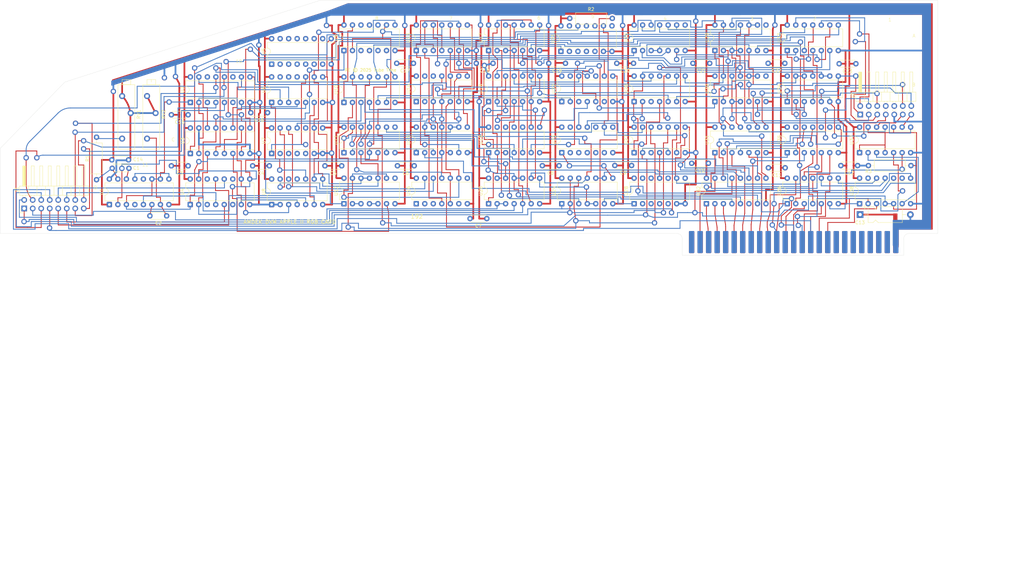
<source format=kicad_pcb>
(kicad_pcb (version 20241229) (generator "pcbnew") (generator_version "9.0")
  (layers (0 "F.Cu" signal) (2 "B.Cu" signal) (13 "F.Paste" user) (15 "B.Paste" user) (5 "F.SilkS" user "F.Silkscreen") (7 "B.SilkS" user "B.Silkscreen") (1 "F.Mask" user) (3 "B.Mask" user) (25 "Edge.Cuts" user))
  (net 0 "")
  (net 2 "GND")
  (net 3 "VCC")
  (net 116 "/H4")
  (net 117 "/Net4")
  (net 118 "/Net3")
  (net 119 "/Net6")
  (net 120 "/Net5")
  (net 121 "/Net2")
  (net 122 "/Net9")
  (net 123 "/PULLUP")
  (net 124 "/V3")
  (net 125 "/D5")
  (net 126 "/D4")
  (net 127 "/V2")
  (net 128 "/V4")
  (net 129 "/D0")
  (net 130 "/D1")
  (net 131 "/D3")
  (net 132 "/D2")
  (net 133 "/H5")
  (net 134 "/D7")
  (net 135 "/H3")
  (net 136 "/VC")
  (net 137 "/D6")
  (net 138 "/V1")
  (net 139 "/BLU_ORG")
  (net 141 "/Net32")
  (net 144 "/Net33")
  (net 146 "/Net31")
  (net 147 "/Net28")
  (net 148 "/Net29")
  (net 149 "/PHI1")
  (net 150 "/Net42")
  (net 151 "/Net39")
  (net 152 "/Net34")
  (net 153 "/Net35")
  (net 154 "/Net38")
  (net 155 "/Net37")
  (net 156 "/Net36")
  (net 157 "/Net48")
  (net 158 "/Net46")
  (net 159 "/Net51")
  (net 160 "/Net50")
  (net 161 "/Net49")
  (net 162 "/PHI1_2")
  (net 163 "/~{PHI1_2}")
  (net 164 "/~{PHI1}")
  (net 165 "/7M159")
  (net 166 "/~{7M159}")
  (net 167 "/VIO_GRN")
  (net 168 "/~{V1}")
  (net 169 "/Net61")
  (net 170 "/Net59")
  (net 171 "/WHT_D")
  (net 172 "/WHT")
  (net 173 "/Net64")
  (net 174 "/Net70")
  (net 175 "/Net69")
  (net 176 "/~{WHT}")
  (net 177 "/~{BLU}")
  (net 178 "/Net68")
  (net 179 "/Net71")
  (net 180 "/Net65")
  (net 181 "/Net81")
  (net 182 "/Net84")
  (net 183 "/Net85")
  (net 184 "/Net82")
  (net 185 "/Net87")
  (net 186 "/Net75")
  (net 187 "/Net86")
  (net 188 "/Net83")
  (net 189 "/Net80")
  (net 190 "/Net73")
  (net 191 "/Net99")
  (net 192 "/Net90")
  (net 193 "/Net89")
  (net 194 "/Net98")
  (net 195 "/Net97")
  (net 196 "/Net92")
  (net 197 "/Net91")
  (net 198 "/Net93")
  (net 199 "/Net106")
  (net 200 "/Net105")
  (net 201 "/Net103")
  (net 202 "/Net95")
  (net 203 "/Net123")
  (net 204 "/Net122")
  (net 205 "/Net116")
  (net 206 "/Net114")
  (net 207 "/Net113")
  (net 208 "/Net117")
  (net 209 "/Net134")
  (net 210 "/Net128")
  (net 211 "/Net126")
  (net 212 "/Net124")
  (net 213 "/Net130")
  (net 214 "/Net132")
  (net 215 "/Net145")
  (net 216 "/A7")
  (net 217 "/A3")
  (net 218 "/A14")
  (net 219 "/A9")
  (net 220 "/A10")
  (net 221 "/A0")
  (net 222 "/A4")
  (net 223 "/Q3")
  (net 224 "/A1")
  (net 225 "/A6")
  (net 226 "/PHI0")
  (net 227 "/A15")
  (net 228 "/A13")
  (net 229 "/A5")
  (net 230 "/A2")
  (net 231 "/A11")
  (net 232 "/A12")
  (net 233 "/A8")
  (net 234 "/7M159B")
  (net 235 "/~{SS_SEL}")
  (net 236 "/G_OUT")
  (net 237 "/R_OUT")
  (net 238 "/B_OUT")
  (net 239 "/SS_EN_B")
  (net 240 "/SS_EN_G")
  (net 241 "/~{SS_EN_R}")
  (net 242 "/SS_MIXED")
  (net 243 "/SS_TEXT")
  (net 244 "/SS_HIRES")
  (net 245 "/Q3B")
  (net 246 "/SS_EN_80")
  (net 247 "/~{SS_EN_80}")
  (net 248 "/VIDEO_80_IN")
  (net 249 "/VSYNC_80_IN")
  (net 250 "/HSYNC_80_IN")
  (net 251 "/~{HSYNC}")
  (net 252 "/~{VSYNC}")
  (net 253 "/A2_TEXT")
  (net 254 "/HSYNC")
  (net 255 "/VSYNC")
  (net 256 "/A2_BLANK")
  (net 257 "/A2_HSYNC")
  (net 258 "/~{SS_HIRES}")
  (net 259 "/A2_VSYNC")
  (net 260 "/PHI1_MOD")
  (net 261 "/LORES_GRN")
  (net 262 "/LORES_RED")
  (net 263 "/LORES_BLU")
  (net 264 "/3M579")
  (net 265 "/~{3M579}")
  (net 266 "/~{SS_MIXED}")
  (net 267 "/~{SS_TEXT}")
  (net 268 "/MUX_HIRES")
  (net 269 "/MUX_LORES")
  (net 270 "/MUX_A2")
  (footprint "Capacitor_THT:C_Disc_D4.3mm_W1.9mm_P5.00mm" (layer "F.Cu") (at 338.502 115.443 180)
    (property "Reference" "C23")
    (property "Value" "DNI")
  )
  (footprint "Capacitor_THT:C_Disc_D4.3mm_W1.9mm_P5.00mm" (layer "F.Cu") (at 230.171 115.316 180)
    (property "Reference" "C18")
    (property "Value" "DNI")
  )
  (footprint "Package_DIP:DIP-14_W7.62mm" (layer "F.Cu") (at 318.008 141.986 90)
    (property "Reference" "U35")
    (property "Value" "74LS30")
  )
  (footprint "Capacitor_THT:C_Disc_D4.3mm_W1.9mm_P5.00mm" (layer "F.Cu") (at 294.854 115.316 180)
    (property "Reference" "C21")
    (property "Value" "DNI")
  )
  (footprint "Package_DIP:DIP-14_W7.62mm" (layer "F.Cu") (at 318.008 126.746 90)
    (property "Reference" "U34")
    (property "Value" "74LS51")
  )
  (footprint "Capacitor_THT:C_Disc_D4.3mm_W1.9mm_P5.00mm" (layer "F.Cu") (at 127.7404 160.8582)
    (property "Reference" "C2")
    (property "Value" "33")
  )
  (footprint "AmdekDVM:APPLE_II" (layer "F.Cu") (at 289.4584 168.6814)
    (property "Reference" "J3" (hide yes))
    (property "Value" "APPLE II")
  )
  (footprint "Package_DIP:DIP-14_W7.62mm" (layer "F.Cu") (at 250.698 157.226 90)
    (property "Reference" "U24")
    (property "Value" "74LS00")
  )
  (footprint "Package_DIP:DIP-14_W7.62mm" (layer "F.Cu") (at 318.008 157.226 90)
    (property "Reference" "U36")
    (property "Value" "74LS04")
  )
  (footprint "Capacitor_THT:C_Disc_D4.3mm_W1.9mm_P5.00mm" (layer "F.Cu") (at 249.896 145.8722 180)
    (property "Reference" "C8")
    (property "Value" "0.047")
  )
  (footprint "Capacitor_THT:C_Disc_D4.3mm_W1.9mm_P5.00mm" (layer "F.Cu") (at 272.121 115.316 180)
    (property "Reference" "C20")
    (property "Value" "DNI")
  )
  (footprint "Package_DIP:DIP-14_W7.62mm" (layer "F.Cu") (at 318.008 111.506 90)
    (property "Reference" "U33")
    (property "Value" "74LS02")
  )
  (footprint "Capacitor_THT:C_Disc_D4.3mm_W1.9mm_P5.00mm" (layer "F.Cu") (at 339.0138 145.8468 180)
    (property "Reference" "C12")
    (property "Value" "0.047")
  )
  (footprint "Package_DIP:DIP-14_W7.62mm" (layer "F.Cu") (at 185.674 141.986 90)
    (property "Reference" "U11")
    (property "Value" "74LS74")
  )
  (footprint "Package_DIP:DIP-14_W7.62mm" (layer "F.Cu") (at 296.418 126.746 90)
    (property "Reference" "U30")
    (property "Value" "74LS54N")
  )
  (footprint "Capacitor_THT:C_Disc_D4.3mm_W1.9mm_P5.00mm" (layer "F.Cu") (at 206.6398 145.8976 180)
    (property "Reference" "C6")
    (property "Value" "0.047")
  )
  (footprint "Package_DIP:DIP-16_W7.62mm" (layer "F.Cu") (at 164.084 115.57 90)
    (property "Reference" "U5")
    (property "Value" "SPARE")
  )
  (footprint "Potentiometer_THT:Potentiometer_Bourns_3006P_Horizontal" (layer "F.Cu") (at 119.4562 137.795 -90)
    (property "Reference" "RV1")
    (property "Value" "5K")
  )
  (footprint "Package_DIP:DIP-14_W7.62mm" (layer "F.Cu") (at 250.698 126.746 90)
    (property "Reference" "U22")
    (property "Value" "74LS164")
  )
  (footprint "Package_DIP:DIP-14_W7.62mm" (layer "F.Cu") (at 228.854 111.506 90)
    (property "Reference" "U17")
    (property "Value" "74LS11")
  )
  (footprint "Package_DIP:DIP-16_W7.62mm" (layer "F.Cu") (at 139.7762 157.48 90)
    (property "Reference" "U4")
    (property "Value" "74LS175")
  )
  (footprint "Package_DIP:DIP-14_W7.62mm" (layer "F.Cu") (at 250.698 141.986 90)
    (property "Reference" "U23")
    (property "Value" "74LS95")
  )
  (footprint "Package_DIP:DIP-14_W7.62mm" (layer "F.Cu") (at 272.288 111.506 90)
    (property "Reference" "U25")
    (property "Value" "74LS54N")
  )
  (footprint "Connector_PinHeader_2.54mm:PinHeader_2x07_P2.54mm_Horizontal" (layer "F.Cu") (at 339.7962 130.6026 90)
    (property "Reference" "J2")
    (property "Value" "VIDEO")
  )
  (footprint "Resistor_THT:R_Axial_DIN0309_L9.0mm_D3.2mm_P12.70mm_Horizontal" (layer "F.Cu") (at 342.2396 145.8468)
    (property "Reference" "R3")
    (property "Value" "1K")
  )
  (footprint "Package_DIP:DIP-16_W7.62mm" (layer "F.Cu") (at 139.827 142.24 90)
    (property "Reference" "U3")
    (property "Value" "74LS157")
  )
  (footprint "Package_DIP:DIP-14_W7.62mm" (layer "F.Cu") (at 228.854 157.226 90)
    (property "Reference" "U20")
    (property "Value" "74LS51")
  )
  (footprint "Capacitor_THT:C_Disc_D4.3mm_W1.9mm_P5.00mm" (layer "F.Cu") (at 139.152 145.923 180)
    (property "Reference" "C3")
    (property "Value" "0.047")
  )
  (footprint "Package_DIP:DIP-14_W7.62mm" (layer "F.Cu") (at 207.264 111.506 90)
    (property "Reference" "U13")
    (property "Value" "74LS10")
  )
  (footprint "Package_DIP:DIP-14_W7.62mm" (layer "F.Cu") (at 228.854 126.746 90)
    (property "Reference" "U18")
    (property "Value" "74LS08")
  )
  (footprint "Package_DIP:DIP-14_W7.62mm" (layer "F.Cu") (at 296.418 111.506 90)
    (property "Reference" "U29")
    (property "Value" "74LS54N")
  )
  (footprint "Capacitor_THT:C_Disc_D4.3mm_W1.9mm_P5.00mm" (layer "F.Cu") (at 116.4882 146.6596)
    (property "Reference" "C1")
    (property "Value" "100")
  )
  (footprint "Resistor_THT:R_Axial_DIN0309_L9.0mm_D3.2mm_P12.70mm_Horizontal" (layer "F.Cu") (at 253.0856 101.9048)
    (property "Reference" "R2")
    (property "Value" "1K")
  )
  (footprint "Capacitor_THT:C_Disc_D4.3mm_W1.9mm_P5.00mm" (layer "F.Cu") (at 228.3206 161.671 180)
    (property "Reference" "C7")
    (property "Value" "0.047")
  )
  (footprint "Capacitor_THT:C_Disc_D4.3mm_W1.9mm_P5.00mm" (layer "F.Cu") (at 271.5368 145.8214 180)
    (property "Reference" "C9")
    (property "Value" "0.047")
  )
  (footprint "Resistor_THT:R_Axial_DIN0309_L9.0mm_D3.2mm_P12.70mm_Horizontal" (layer "F.Cu") (at 111.8108 150.0632 90)
    (property "Reference" "R1")
    (property "Value" "10K")
  )
  (footprint "Package_DIP:DIP-14_W7.62mm" (layer "F.Cu") (at 207.264 157.226 90)
    (property "Reference" "U16")
    (property "Value" "74LS08")
  )
  (footprint "Capacitor_THT:C_Disc_D4.3mm_W1.9mm_P5.00mm" (layer "F.Cu") (at 163.409 145.923 180)
    (property "Reference" "C4")
    (property "Value" "0.047")
  )
  (footprint "Package_DIP:DIP-14_W7.62mm" (layer "F.Cu") (at 272.288 126.746 90)
    (property "Reference" "U26")
    (property "Value" "74LS21")
  )
  (footprint "Package_DIP:DIP-14_W7.62mm" (layer "F.Cu") (at 339.598 157.221 90)
    (property "Reference" "U38")
    (property "Value" "74LS30")
  )
  (footprint "Capacitor_THT:C_Disc_D4.3mm_W1.9mm_P5.00mm" (layer "F.Cu") (at 294.473 145.161 180)
    (property "Reference" "C10")
    (property "Value" "0.047")
  )
  (footprint "Capacitor_THT:C_Disc_D4.3mm_W1.9mm_P5.00mm" (layer "F.Cu") (at 121.372 144.145 180)
    (property "Reference" "C14")
    (property "Value" "DNI")
  )
  (footprint "Connector_PinHeader_2.54mm:PinHeader_2x08_P2.54mm_Horizontal" (layer "F.Cu") (at 90.2208 158.6484 90)
    (property "Reference" "J1")
    (property "Value" "TO_DAUGHTERBOARD")
  )
  (footprint "Package_DIP:DIP-16_W7.62mm" (layer "F.Cu") (at 115.6462 157.48 90)
    (property "Reference" "U1")
    (property "Value" "74LS123")
  )
  (footprint "Capacitor_THT:C_Disc_D4.3mm_W1.9mm_P5.00mm" (layer "F.Cu") (at 206.422 115.316 180)
    (property "Reference" "C17")
    (property "Value" "DNI")
  )
  (footprint "Package_DIP:DIP-14_W7.62mm" (layer "F.Cu") (at 207.264 141.981 90)
    (property "Reference" "U15")
    (property "Value" "74LS10")
  )
  (footprint "Package_DIP:DIP-14_W7.62mm" (layer "F.Cu") (at 164.084 157.48 90)
    (property "Reference" "U8")
    (property "Value" "74LS95")
  )
  (footprint "Package_DIP:DIP-14_W7.62mm" (layer "F.Cu") (at 228.854 141.986 90)
    (property "Reference" "U19")
    (property "Value" "74LS04")
  )
  (footprint "Capacitor_THT:C_Disc_D4.3mm_W1.9mm_P5.00mm" (layer "F.Cu") (at 184.999 145.923 180)
    (property "Reference" "C5")
    (property "Value" "0.047")
  )
  (footprint "Package_DIP:DIP-14_W7.62mm" (layer "F.Cu") (at 185.674 157.226 90)
    (property "Reference" "U12")
    (property "Value" "74LS04")
  )
  (footprint "Capacitor_THT:C_Disc_D4.3mm_W1.9mm_P5.00mm" (layer "F.Cu") (at 317.293 115.316 180)
    (property "Reference" "C22")
    (property "Value" "DNI")
  )
  (footprint "Package_DIP:DIP-14_W7.62mm" (layer "F.Cu") (at 185.674 111.506 90)
    (property "Reference" "U9")
    (property "Value" "74LS164")
  )
  (footprint "Package_DIP:DIP-14_W7.62mm" (layer "F.Cu") (at 164.084 142.24 90)
    (property "Reference" "U7")
    (property "Value" "74LS95")
  )
  (footprint "Package_DIP:DIP-16_W7.62mm" (layer "F.Cu") (at 293.878 157.226 90)
    (property "Reference" "U32")
    (property "Value" "74LS259")
  )
  (footprint "Package_DIP:DIP-14_W7.62mm" (layer "F.Cu") (at 272.288 157.226 90)
    (property "Reference" "U28")
    (property "Value" "74LS95")
  )
  (footprint "Capacitor_THT:C_Disc_D4.3mm_W1.9mm_P5.00mm" (layer "F.Cu") (at 251.801 115.316 180)
    (property "Reference" "C19")
    (property "Value" "DNI")
  )
  (footprint "Package_DIP:DIP-14_W7.62mm" (layer "F.Cu") (at 339.598 141.986 90)
    (property "Reference" "U37")
    (property "Value" "74LS08")
  )
  (footprint "Package_DIP:DIP-14_W7.62mm" (layer "F.Cu") (at 185.674 127 90)
    (property "Reference" "U10")
    (property "Value" "74LS04")
  )
  (footprint "Capacitor_THT:C_Disc_D4.3mm_W1.9mm_P5.00mm" (layer "F.Cu") (at 162.861 130.048 180)
    (property "Reference" "C16")
    (property "Value" "DNI")
  )
  (footprint "Package_DIP:DIP-14_W7.62mm" (layer "F.Cu") (at 207.264 126.746 90)
    (property "Reference" "U14")
    (property "Value" "74LS10")
  )
  (footprint "Package_DIP:DIP-14_W7.62mm" (layer "F.Cu") (at 164.084 127 90)
    (property "Reference" "U6")
    (property "Value" "74LS95")
  )
  (footprint "Capacitor_THT:C_Disc_D4.3mm_W1.9mm_P5.00mm" (layer "F.Cu") (at 139.152 130.683 180)
    (property "Reference" "C15")
    (property "Value" "DNI")
  )
  (footprint "Package_DIP:DIP-14_W7.62mm" (layer "F.Cu") (at 296.418 141.986 90)
    (property "Reference" "U31")
    (property "Value" "74LS04")
  )
  (footprint "Package_DIP:DIP-16_W7.62mm" (layer "F.Cu") (at 139.827 127 90)
    (property "Reference" "U2")
    (property "Value" "74LS175")
  )
  (footprint "Potentiometer_THT:Potentiometer_Bourns_3006P_Horizontal" (layer "F.Cu") (at 126.8984 137.795 -90)
    (property "Reference" "RV2")
    (property "Value" "2K")
  )
  (footprint "Capacitor_THT:C_Disc_D4.3mm_W1.9mm_P5.00mm" (layer "F.Cu") (at 317.3838 146.5072 180)
    (property "Reference" "C11")
    (property "Value" "0.047")
  )
  (footprint "Capacitor_THT:CP_Axial_L10.0mm_D4.5mm_P15.00mm_Horizontal" (layer "F.Cu") (at 339.7618 160.4772)
    (property "Reference" "C13")
    (property "Value" "22uF 25V")
  )
  (footprint "Package_DIP:DIP-14_W7.62mm" (layer "F.Cu") (at 250.444 111.76 90)
    (property "Reference" "U21")
    (property "Value" "74LS95")
  )
  (footprint "Package_DIP:DIP-14_W7.62mm" (layer "F.Cu") (at 272.288 141.986 90)
    (property "Reference" "U27")
    (property "Value" "74LS21")
  )
  (gr_line (start 83.058 166.116) (end 83.058 140.716) (stroke (width 0.05)) (layer "Edge.Cuts"))
  (gr_line (start 102.362 120.904) (end 178.562 96.52) (stroke (width 0.05)) (layer "Edge.Cuts"))
  (gr_line (start 83.058 140.716) (end 102.362 120.904) (stroke (width 0.05)) (layer "Edge.Cuts"))
  (gr_line (start 362.966 96.52) (end 362.966 166.116) (stroke (width 0.05)) (layer "Edge.Cuts"))
  (gr_line (start 178.562 96.52) (end 362.966 96.52) (stroke (width 0.05)) (layer "Edge.Cuts"))
  (gr_line (start 285.115 166.116) (end 83.058 166.116) (stroke (width 0.05)) (layer "Edge.Cuts"))
  (gr_arc (start 285.115 166.116) (mid 286.192631 166.562369) (end 286.639 167.64) (stroke (width 0.05)) (layer "Edge.Cuts"))
  (gr_line (start 362.966 166.116) (end 354.33 166.116) (stroke (width 0.05)) (layer "Edge.Cuts"))
  (gr_arc (start 352.806 167.64) (mid 353.252369 166.562369) (end 354.33 166.116) (stroke (width 0.05)) (layer "Edge.Cuts"))
  (gr_line (start 352.806 172.593) (end 286.639 172.593) (stroke (width 0.05)) (layer "Edge.Cuts"))
  (gr_line (start 286.639 172.593) (end 286.639 167.64) (stroke (width 0.05)) (layer "Edge.Cuts"))
  (gr_line (start 352.806 167.64) (end 352.806 172.593) (stroke (width 0.05)) (layer "Edge.Cuts"))
  (gr_text "AMDEK DVM APPLE II RGB CARD" (at 155.575 163.322 0) (layer "F.SilkS") (effects (font (size 1.143 1.143) (thickness 0.1778) (bold yes)) (justify left bottom)))
  (gr_text "1" (at 348.107 102.87 0) (layer "F.SilkS") (effects (font (size 1 1) (thickness 0.1)) (justify left bottom)))
  (gr_text "192" (at 205.486 161.798 0) (layer "F.SilkS") (effects (font (size 1.27 1.27) (thickness 0.1778)) (justify left bottom)))
  (gr_text "11" (at 125.349 146.177 0) (layer "F.SilkS") (effects (font (size 1 1) (thickness 0.1)) (justify left bottom)))
  (gr_text "3" (at 306.959 102.616 0) (layer "F.SilkS") (effects (font (size 1 1) (thickness 0.1)) (justify left bottom)))
  (gr_text "2" (at 325.628 102.616 0) (layer "F.SilkS") (effects (font (size 1 1) (thickness 0.1)) (justify left bottom)))
  (gr_text "D" (at 110.998 153.035 0) (layer "F.SilkS") (effects (font (size 1 1) (thickness 0.1)) (justify left bottom)))
  (gr_text "C" (at 134.112 138.684 0) (layer "F.SilkS") (effects (font (size 1 1) (thickness 0.1)) (justify left bottom)))
  (gr_text "5" (at 259.4356 101.9048 0) (layer "F.SilkS") (effects (font (size 1 1) (thickness 0.1)) (justify left bottom)))
  (gr_text "7" (at 217.043 102.489 0) (layer "F.SilkS") (effects (font (size 1 1) (thickness 0.1)) (justify left bottom)))
  (gr_text "6" (at 243.332 102.362 0) (layer "F.SilkS") (effects (font (size 1 1) (thickness 0.1)) (justify left bottom)))
  (gr_text "RE © 2025 Tube Time" (at 185.801 117.856 0) (layer "F.SilkS") (effects (font (size 0.889 0.889) (thickness 0.1778) (bold yes)) (justify left bottom)))
  (gr_text "10" (at 153.289 115.316 0) (layer "F.SilkS") (effects (font (size 1 1) (thickness 0.1)) (justify left bottom)))
  (gr_text "A" (at 355.346 107.696 0) (layer "F.SilkS") (effects (font (size 1 1) (thickness 0.1)) (justify left bottom)))
  (gr_text "4" (at 281.051 102.616 0) (layer "F.SilkS") (effects (font (size 1 1) (thickness 0.1)) (justify left bottom)))
  (gr_text "B" (at 355.219 122.301 0) (layer "F.SilkS") (effects (font (size 1 1) (thickness 0.1)) (justify left bottom)))
  (gr_text "8" (at 194.945 102.489 0) (layer "F.SilkS") (effects (font (size 1 1) (thickness 0.1)) (justify left bottom)))
  (segment (start 311.658 153.035) (end 313.69 153.035) (width 0.508) (layer "F.Cu") (net 2))
  (segment (start 335.661 145.8468) (end 334.0138 145.8468) (width 0.508) (layer "F.Cu") (net 2))
  (segment (start 136.525 130.683) (end 134.152 130.683) (width 0.508) (layer "F.Cu") (net 2))
  (segment (start 160.655 127.127) (end 160.528 127) (width 0.508) (layer "F.Cu") (net 2))
  (segment (start 313.69 126.746) (end 311.658 126.746) (width 0.508) (layer "F.Cu") (net 2))
  (segment (start 290.703 111.506) (end 287.528 111.506) (width 0.508) (layer "F.Cu") (net 2))
  (segment (start 313.69 141.986) (end 311.658 141.986) (width 0.508) (layer "F.Cu") (net 2))
  (segment (start 203.835 127) (end 200.914 127) (width 0.508) (layer "F.Cu") (net 2))
  (segment (start 182.118 142.113) (end 181.991 142.113) (width 0.508) (layer "F.Cu") (net 2))
  (segment (start 113.411 144.145) (end 116.84 144.145) (width 0.508) (layer "F.Cu") (net 2))
  (segment (start 225.171 115.316) (end 225.171 111.506) (width 0.508) (layer "F.Cu") (net 2))
  (segment (start 224.282 141.981) (end 222.504 141.981) (width 0.508) (layer "F.Cu") (net 2))
  (segment (start 160.274 145.923) (end 158.409 145.923) (width 0.508) (layer "F.Cu") (net 2))
  (segment (start 247.269 157.226) (end 247.269 145.8722) (width 0.508) (layer "F.Cu") (net 2))
  (segment (start 311.658 157.226) (end 311.658 153.035) (width 0.508) (layer "F.Cu") (net 2))
  (segment (start 160.655 127) (end 160.528 127) (width 0.508) (layer "F.Cu") (net 2))
  (segment (start 247.269 145.8722) (end 247.269 141.986) (width 0.508) (layer "F.Cu") (net 2))
  (segment (start 247.269 141.986) (end 244.094 141.986) (width 0.508) (layer "F.Cu") (net 2))
  (segment (start 246.761 111.506) (end 246.761 104.013) (width 0.508) (layer "F.Cu") (net 2))
  (segment (start 181.991 134.493) (end 181.991 142.113) (width 0.508) (layer "F.Cu") (net 2))
  (segment (start 225.425 115.316) (end 225.171 115.316) (width 0.508) (layer "F.Cu") (net 2))
  (segment (start 290.703 111.506) (end 290.703 102.743) (width 0.508) (layer "F.Cu") (net 2))
  (segment (start 313.69 115.443) (end 312.547 115.443) (width 0.508) (layer "F.Cu") (net 2))
  (segment (start 287.528 157.226) (end 287.528 151.511) (width 0.508) (layer "F.Cu") (net 2))
  (segment (start 157.607 129.794) (end 157.861 130.048) (width 0.508) (layer "F.Cu") (net 2))
  (segment (start 182.118 145.923) (end 179.999 145.923) (width 0.508) (layer "F.Cu") (net 2))
  (segment (start 268.986 126.746) (end 268.605 126.746) (width 0.508) (layer "F.Cu") (net 2))
  (segment (start 313.69 153.035) (end 313.69 146.5072) (width 0.508) (layer "F.Cu") (net 2))
  (segment (start 247.269 145.8722) (end 244.896 145.8722) (width 0.508) (layer "F.Cu") (net 2))
  (segment (start 160.274 145.923) (end 160.274 142.24) (width 0.508) (layer "F.Cu") (net 2))
  (segment (start 226.441 108.585) (end 226.441 103.886) (width 0.508) (layer "F.Cu") (net 2))
  (segment (start 290.703 151.511) (end 290.703 145.161) (width 0.508) (layer "F.Cu") (net 2))
  (segment (start 335.407 115.443) (end 335.407 111.506) (width 0.508) (layer "F.Cu") (net 2))
  (segment (start 160.274 142.24) (end 160.274 130.429) (width 0.508) (layer "F.Cu") (net 2))
  (segment (start 268.986 145.8214) (end 266.5368 145.8214) (width 0.508) (layer "F.Cu") (net 2))
  (segment (start 225.171 108.585) (end 226.441 108.585) (width 0.508) (layer "F.Cu") (net 2))
  (segment (start 313.69 115.443) (end 313.69 111.506) (width 0.508) (layer "F.Cu") (net 2))
  (segment (start 313.69 146.5072) (end 313.69 141.986) (width 0.508) (layer "F.Cu") (net 2))
  (segment (start 136.525 130.683) (end 136.525 121.412) (width 0.508) (layer "F.Cu") (net 2))
  (segment (start 268.859 115.316) (end 267.208 115.316) (width 0.508) (layer "F.Cu") (net 2))
  (segment (start 203.835 141.986) (end 203.835 127) (width 0.508) (layer "F.Cu") (net 2))
  (segment (start 313.69 146.5072) (end 312.3838 146.5072) (width 0.508) (layer "F.Cu") (net 2))
  (segment (start 290.703 115.316) (end 289.814 115.316) (width 0.508) (layer "F.Cu") (net 2))
  (segment (start 179.324 134.62) (end 179.324 134.493) (width 0.508) (layer "F.Cu") (net 2))
  (segment (start 290.703 126.746) (end 290.703 115.316) (width 0.508) (layer "F.Cu") (net 2))
  (segment (start 181.991 127) (end 182.245 127) (width 0.508) (layer "F.Cu") (net 2))
  (segment (start 160.274 130.429) (end 160.655 130.048) (width 0.508) (layer "F.Cu") (net 2))
  (segment (start 247.269 141.986) (end 247.269 126.746) (width 0.508) (layer "F.Cu") (net 2))
  (segment (start 179.324 157.48) (end 182.118 157.48) (width 0.508) (layer "F.Cu") (net 2))
  (segment (start 160.528 116.205) (end 160.274 116.205) (width 0.508) (layer "F.Cu") (net 2))
  (segment (start 268.859 111.76) (end 265.684 111.76) (width 0.508) (layer "F.Cu") (net 2))
  (segment (start 113.411 157.48) (end 113.411 144.145) (width 0.508) (layer "F.Cu") (net 2))
  (segment (start 335.661 141.986) (end 335.661 134.239) (width 0.508) (layer "F.Cu") (net 2))
  (segment (start 224.282 126.746) (end 224.282 123.952) (width 0.508) (layer "F.Cu") (net 2))
  (segment (start 203.835 111.506) (end 203.835 104.013) (width 0.508) (layer "F.Cu") (net 2))
  (segment (start 200.914 157.226) (end 203.835 157.226) (width 0.508) (layer "F.Cu") (net 2))
  (segment (start 136.525 145.923) (end 134.152 145.923) (width 0.508) (layer "F.Cu") (net 2))
  (segment (start 290.703 145.161) (end 289.473 145.161) (width 0.508) (layer "F.Cu") (net 2))
  (segment (start 268.986 141.986) (end 265.938 141.986) (width 0.508) (layer "F.Cu") (net 2))
  (segment (start 160.528 127) (end 160.528 116.205) (width 0.508) (layer "F.Cu") (net 2))
  (segment (start 224.282 157.226) (end 222.504 157.226) (width 0.508) (layer "F.Cu") (net 2))
  (segment (start 160.655 130.048) (end 160.655 127.127) (width 0.508) (layer "F.Cu") (net 2))
  (segment (start 290.703 115.316) (end 290.703 111.506) (width 0.508) (layer "F.Cu") (net 2))
  (segment (start 203.835 145.8976) (end 203.835 141.986) (width 0.508) (layer "F.Cu") (net 2))
  (segment (start 313.69 141.986) (end 313.69 126.746) (width 0.508) (layer "F.Cu") (net 2))
  (segment (start 224.282 123.952) (end 225.425 123.952) (width 0.508) (layer "F.Cu") (net 2))
  (segment (start 182.118 145.923) (end 182.118 142.113) (width 0.508) (layer "F.Cu") (net 2))
  (segment (start 246.761 115.316) (end 246.761 111.506) (width 0.508) (layer "F.Cu") (net 2))
  (segment (start 182.245 115.57) (end 181.864 115.57) (width 0.508) (layer "F.Cu") (net 2))
  (segment (start 335.661 157.226) (end 335.661 145.8468) (width 0.508) (layer "F.Cu") (net 2))
  (segment (start 182.245 127) (end 182.245 115.57) (width 0.508) (layer "F.Cu") (net 2))
  (segment (start 335.407 115.443) (end 333.502 115.443) (width 0.508) (layer "F.Cu") (net 2))
  (segment (start 246.761 126.746) (end 244.094 126.746) (width 0.508) (layer "F.Cu") (net 2))
  (segment (start 203.835 115.443) (end 201.549 115.443) (width 0.508) (layer "F.Cu") (net 2))
  (segment (start 203.835 157.226) (end 203.835 145.8976) (width 0.508) (layer "F.Cu") (net 2))
  (segment (start 133.4262 157.48) (end 136.525 157.48) (width 0.508) (layer "F.Cu") (net 2))
  (segment (start 203.835 127) (end 203.835 115.443) (width 0.508) (layer "F.Cu") (net 2))
  (segment (start 181.864 115.57) (end 182.118 115.57) (width 0.508) (layer "F.Cu") (net 2))
  (segment (start 287.528 151.511) (end 290.703 151.511) (width 0.508) (layer "F.Cu") (net 2))
  (segment (start 225.171 111.506) (end 225.171 108.585) (width 0.508) (layer "F.Cu") (net 2))
  (segment (start 335.407 111.506) (end 333.248 111.506) (width 0.508) (layer "F.Cu") (net 2))
  (segment (start 333.248 157.226) (end 335.661 157.226) (width 0.508) (layer "F.Cu") (net 2))
  (segment (start 225.425 123.952) (end 225.425 115.316) (width 0.508) (layer "F.Cu") (net 2))
  (segment (start 183.388 108.712) (end 183.388 106.807) (width 0.508) (layer "F.Cu") (net 2))
  (segment (start 268.859 126.746) (end 268.859 124.079) (width 0.508) (layer "F.Cu") (net 2))
  (segment (start 224.282 126.746) (end 222.504 126.746) (width 0.508) (layer "F.Cu") (net 2))
  (segment (start 223.3206 161.671) (end 224.282 161.671) (width 0.508) (layer "F.Cu") (net 2))
  (segment (start 160.274 116.205) (end 160.274 109.855) (width 0.508) (layer "F.Cu") (net 2))
  (segment (start 203.835 111.506) (end 200.914 111.506) (width 0.508) (layer "F.Cu") (net 2))
  (segment (start 115.6462 157.48) (end 113.411 157.48) (width 0.508) (layer "F.Cu") (net 2))
  (segment (start 136.525 145.923) (end 136.525 130.683) (width 0.508) (layer "F.Cu") (net 2))
  (segment (start 268.986 157.226) (end 268.986 145.8214) (width 0.508) (layer "F.Cu") (net 2))
  (segment (start 268.605 126.746) (end 268.859 126.746) (width 0.508) (layer "F.Cu") (net 2))
  (segment (start 247.269 126.746) (end 246.761 126.746) (width 0.508) (layer "F.Cu") (net 2))
  (segment (start 268.986 145.8214) (end 268.986 141.986) (width 0.508) (layer "F.Cu") (net 2))
  (segment (start 203.835 145.8976) (end 201.6398 145.8976) (width 0.508) (layer "F.Cu") (net 2))
  (segment (start 136.525 157.48) (end 136.525 145.923) (width 0.508) (layer "F.Cu") (net 2))
  (segment (start 246.761 126.746) (end 246.761 115.316) (width 0.508) (layer "F.Cu") (net 2))
  (segment (start 268.859 124.079) (end 268.859 115.316) (width 0.508) (layer "F.Cu") (net 2))
  (segment (start 312.547 115.443) (end 312.42 115.316) (width 0.508) (layer "F.Cu") (net 2))
  (segment (start 181.991 134.493) (end 181.991 127) (width 0.508) (layer "F.Cu") (net 2))
  (segment (start 182.118 157.48) (end 182.118 145.923) (width 0.508) (layer "F.Cu") (net 2))
  (segment (start 203.835 115.443) (end 203.835 111.506) (width 0.508) (layer "F.Cu") (net 2))
  (segment (start 160.274 157.48) (end 160.274 145.923) (width 0.508) (layer "F.Cu") (net 2))
  (segment (start 246.761 111.506) (end 244.094 111.506) (width 0.508) (layer "F.Cu") (net 2))
  (segment (start 313.69 126.746) (end 313.69 115.443) (width 0.508) (layer "F.Cu") (net 2))
  (segment (start 224.282 161.671) (end 224.282 157.226) (width 0.508) (layer "F.Cu") (net 2))
  (segment (start 182.118 115.57) (end 182.118 109.728) (width 0.508) (layer "F.Cu") (net 2))
  (segment (start 157.607 127) (end 157.607 129.794) (width 0.508) (layer "F.Cu") (net 2))
  (segment (start 182.118 109.728) (end 183.388 108.712) (width 0.508) (layer "F.Cu") (net 2))
  (segment (start 179.324 134.493) (end 181.991 134.493) (width 0.508) (layer "F.Cu") (net 2))
  (segment (start 335.661 145.8468) (end 335.661 141.986) (width 0.508) (layer "F.Cu") (net 2))
  (segment (start 136.525 121.412) (end 135.382 119.253) (width 0.508) (layer "F.Cu") (net 2))
  (segment (start 290.703 145.161) (end 290.703 141.986) (width 0.508) (layer "F.Cu") (net 2))
  (segment (start 203.835 141.986) (end 200.914 141.986) (width 0.508) (layer "F.Cu") (net 2))
  (segment (start 265.938 157.226) (end 268.986 157.226) (width 0.508) (layer "F.Cu") (net 2))
  (segment (start 268.986 141.986) (end 268.986 126.746) (width 0.508) (layer "F.Cu") (net 2))
  (segment (start 116.84 144.145) (end 116.84 123.698) (width 0.508) (layer "F.Cu") (net 2))
  (segment (start 224.282 157.226) (end 224.282 141.981) (width 0.508) (layer "F.Cu") (net 2))
  (segment (start 182.118 104.013) (end 180.467 104.013) (width 0.508) (layer "F.Cu") (net 2))
  (segment (start 335.661 141.986) (end 333.248 141.986) (width 0.508) (layer "F.Cu") (net 2))
  (segment (start 335.407 120.904) (end 335.407 115.443) (width 0.508) (layer "F.Cu") (net 2))
  (segment (start 268.859 111.76) (end 268.859 104.013) (width 0.508) (layer "F.Cu") (net 2))
  (segment (start 335.661 134.239) (end 333.248 132.08) (width 0.508) (layer "F.Cu") (net 2))
  (segment (start 182.118 106.045) (end 182.118 104.013) (width 0.508) (layer "F.Cu") (net 2))
  (segment (start 183.388 106.807) (end 182.118 106.045) (width 0.508) (layer "F.Cu") (net 2))
  (segment (start 313.69 111.506) (end 313.69 105.419026) (width 0.508) (layer "F.Cu") (net 2))
  (segment (start 244.094 157.226) (end 247.269 157.226) (width 0.508) (layer "F.Cu") (net 2))
  (segment (start 333.248 120.904) (end 335.407 120.904) (width 0.508) (layer "F.Cu") (net 2))
  (segment (start 268.859 115.316) (end 268.859 111.76) (width 0.508) (layer "F.Cu") (net 2))
  (segment (start 290.703 141.986) (end 290.703 126.746) (width 0.508) (layer "F.Cu") (net 2))
  (segment (start 290.703 126.746) (end 287.528 126.746) (width 0.508) (layer "F.Cu") (net 2))
  (segment (start 333.248 132.08) (end 333.248 126.746) (width 0.508) (layer "F.Cu") (net 2))
  (segment (start 157.5562 157.48) (end 160.274 157.48) (width 0.508) (layer "F.Cu") (net 2))
  (segment (start 224.282 141.981) (end 224.282 126.746) (width 0.508) (layer "F.Cu") (net 2))
  (segment (start 313.69 111.506) (end 311.658 111.506) (width 0.508) (layer "F.Cu") (net 2))
  (segment (start 333.248 126.746) (end 333.248 120.904) (width 0.508) (layer "F.Cu") (net 2))
  (segment (start 201.549 115.443) (end 201.422 115.316) (width 0.508) (layer "F.Cu") (net 2))
  (via (at 226.441 103.886) (size 1.6002) (drill 0.9398) (layers "F.Cu" "B.Cu") (net 2))
  (via (at 116.84 123.698) (size 1.6002) (drill 0.9398) (layers "F.Cu" "B.Cu") (net 2))
  (via (at 180.467 104.013) (size 1.6002) (drill 0.9398) (layers "F.Cu" "B.Cu") (net 2))
  (via (at 290.703 102.743) (size 1.6002) (drill 0.9398) (layers "F.Cu" "B.Cu") (net 2))
  (via (at 225.171 111.506) (size 1.6002) (drill 0.9398) (layers "F.Cu" "B.Cu") (net 2))
  (via (at 135.382 119.253) (size 1.6002) (drill 0.9398) (layers "F.Cu" "B.Cu") (net 2))
  (via (at 160.274 109.855) (size 1.6002) (drill 0.9398) (layers "F.Cu" "B.Cu") (net 2))
  (via (at 160.528 127) (size 1.6002) (drill 0.9398) (layers "F.Cu" "B.Cu") (net 2))
  (via (at 268.859 104.013) (size 1.6002) (drill 0.9398) (layers "F.Cu" "B.Cu") (net 2))
  (via (at 314.325 103.886) (size 1.6002) (drill 0.9398) (layers "F.Cu" "B.Cu") (net 2))
  (via (at 132.08 119.634) (size 1.6002) (drill 0.9398) (layers "F.Cu" "B.Cu") (net 2))
  (via (at 246.761 104.013) (size 1.6002) (drill 0.9398) (layers "F.Cu" "B.Cu") (net 2))
  (via (at 182.245 127) (size 1.6002) (drill 0.9398) (layers "F.Cu" "B.Cu") (net 2))
  (via (at 181.991 142.113) (size 1.6002) (drill 0.9398) (layers "F.Cu" "B.Cu") (net 2))
  (via (at 268.605 126.746) (size 1.6002) (drill 0.9398) (layers "F.Cu" "B.Cu") (net 2))
  (via (at 290.703 141.986) (size 1.6002) (drill 0.9398) (layers "F.Cu" "B.Cu") (net 2))
  (via (at 160.274 142.24) (size 1.6002) (drill 0.9398) (layers "F.Cu" "B.Cu") (net 2))
  (via (at 203.835 104.013) (size 1.6002) (drill 0.9398) (layers "F.Cu" "B.Cu") (net 2))
  (arc (start 313.69 105.419026) (mid 313.855031 104.589358) (end 314.325 103.886) (width 0.508) (layer "F.Cu") (net 2))
  (segment (start 116.84 123.698) (end 116.84 121.158) (width 0.508) (layer "B.Cu") (net 2))
  (segment (start 268.605 126.746) (end 265.938 126.746) (width 0.508) (layer "B.Cu") (net 2))
  (segment (start 135.382 115.189) (end 132.08 116.332) (width 0.508) (layer "B.Cu") (net 2))
  (segment (start 268.859 104.013) (end 268.859 98.933) (width 0.508) (layer "B.Cu") (net 2))
  (segment (start 333.248 111.506) (end 359.664 111.506) (width 0.508) (layer "B.Cu") (net 2))
  (segment (start 142.367 139.573) (end 142.367 134.62) (width 0.508) (layer "B.Cu") (net 2))
  (segment (start 354.7618 160.4772) (end 354.7618 163.068) (width 0.508) (layer "B.Cu") (net 2))
  (segment (start 290.703 141.986) (end 287.528 141.986) (width 0.508) (layer "B.Cu") (net 2))
  (segment (start 246.761 104.013) (end 246.761 99.187) (width 0.508) (layer "B.Cu") (net 2))
  (segment (start 132.08 116.332) (end 132.08 119.634) (width 0.508) (layer "B.Cu") (net 2))
  (segment (start 179.324 142.113) (end 179.324 142.24) (width 0.508) (layer "B.Cu") (net 2))
  (segment (start 354.838 157.221) (end 359.664 157.221) (width 0.508) (layer "B.Cu") (net 2))
  (segment (start 354.7618 163.068) (end 354.838 163.068) (width 0.508) (layer "B.Cu") (net 2))
  (segment (start 287.528 157.226) (end 284.988 157.226) (width 0.508) (layer "B.Cu") (net 2))
  (segment (start 180.467 104.013) (end 180.467 100.711) (width 0.508) (layer "B.Cu") (net 2))
  (segment (start 166.624 157.48) (end 157.5562 157.48) (width 0.508) (layer "B.Cu") (net 2))
  (segment (start 349.9562 130.6026) (end 349.9562 132.715) (width 0.508) (layer "B.Cu") (net 2))
  (segment (start 203.835 104.013) (end 203.835 99.187) (width 0.508) (layer "B.Cu") (net 2))
  (segment (start 160.528 127) (end 157.607 127) (width 0.508) (layer "B.Cu") (net 2))
  (segment (start 181.991 142.113) (end 179.324 142.113) (width 0.508) (layer "B.Cu") (net 2))
  (segment (start 182.245 127) (end 179.324 127) (width 0.508) (layer "B.Cu") (net 2))
  (segment (start 176.784 142.24) (end 179.324 142.24) (width 0.508) (layer "B.Cu") (net 2))
  (segment (start 225.171 111.506) (end 222.504 111.506) (width 0.508) (layer "B.Cu") (net 2))
  (segment (start 160.274 109.855) (end 160.274 107.188) (width 0.508) (layer "B.Cu") (net 2))
  (segment (start 359.664 157.221) (end 359.664 157.226) (width 0.508) (layer "B.Cu") (net 2))
  (segment (start 354.838 141.986) (end 359.664 141.986) (width 0.508) (layer "B.Cu") (net 2))
  (segment (start 359.664 111.506) (end 359.664 111.379) (width 0.508) (layer "B.Cu") (net 2))
  (segment (start 226.441 103.886) (end 226.441 99.187) (width 0.508) (layer "B.Cu") (net 2))
  (segment (start 263.144 111.76) (end 265.684 111.76) (width 0.254) (layer "B.Cu") (net 2))
  (segment (start 135.382 119.253) (end 135.382 115.189) (width 0.508) (layer "B.Cu") (net 2))
  (segment (start 349.9562 132.715) (end 359.664 132.715) (width 0.508) (layer "B.Cu") (net 2))
  (segment (start 157.607 139.573) (end 142.367 139.573) (width 0.508) (layer "B.Cu") (net 2))
  (segment (start 314.325 103.886) (end 314.325 99.314) (width 0.508) (layer "B.Cu") (net 2))
  (segment (start 160.274 142.24) (end 157.607 142.24) (width 0.508) (layer "B.Cu") (net 2))
  (segment (start 157.607 142.24) (end 157.607 139.573) (width 0.508) (layer "B.Cu") (net 2))
  (segment (start 290.703 102.743) (end 290.703 99.187) (width 0.508) (layer "B.Cu") (net 2))
  (segment (start 162.052 134.62) (end 162.052 129.921) (width 0.508) (layer "F.Cu") (net 3))
  (segment (start 272.288 103.886) (end 272.288 99.441) (width 0.508) (layer "F.Cu") (net 3))
  (segment (start 138.049 134.62) (end 138.049 130.683) (width 0.508) (layer "F.Cu") (net 3))
  (segment (start 205.613 119.126) (end 207.264 119.126) (width 0.508) (layer "F.Cu") (net 3))
  (segment (start 207.259 134.366) (end 207.264 134.361) (width 0.508) (layer "F.Cu") (net 3))
  (segment (start 335.407 122.047) (end 336.55 122.047) (width 0.508) (layer "F.Cu") (net 3))
  (segment (start 205.613 115.316) (end 206.422 115.316) (width 0.508) (layer "F.Cu") (net 3))
  (segment (start 185.166 110.109) (end 185.166 105.918) (width 0.508) (layer "F.Cu") (net 3))
  (segment (start 226.695 115.951) (end 227.584 115.951) (width 0.508) (layer "F.Cu") (net 3))
  (segment (start 316.103 115.316) (end 316.103 103.886) (width 0.508) (layer "F.Cu") (net 3))
  (segment (start 126.8984 125.095) (end 129.4384 130.175) (width 0.508) (layer "F.Cu") (net 3))
  (segment (start 184.023 103.886) (end 185.674 103.886) (width 0.508) (layer "F.Cu") (net 3))
  (segment (start 336.55 115.443) (end 336.55 98.933) (width 0.508) (layer "F.Cu") (net 3))
  (segment (start 138.049 119.38) (end 138.049 114.173) (width 0.508) (layer "F.Cu") (net 3))
  (segment (start 138.049 149.86) (end 138.049 145.923) (width 0.508) (layer "F.Cu") (net 3))
  (segment (start 316.103 119.126) (end 318.008 119.126) (width 0.508) (layer "F.Cu") (net 3))
  (segment (start 248.793 145.8722) (end 248.793 134.366) (width 0.508) (layer "F.Cu") (net 3))
  (segment (start 228.854 109.982) (end 228.854 103.886) (width 0.508) (layer "F.Cu") (net 3))
  (segment (start 185.674 149.606) (end 183.515 149.606) (width 0.508) (layer "F.Cu") (net 3))
  (segment (start 163.409 145.923) (end 162.052 145.923) (width 0.508) (layer "F.Cu") (net 3))
  (segment (start 270.51 145.796) (end 270.51 134.366) (width 0.508) (layer "F.Cu") (net 3))
  (segment (start 184.023 105.918) (end 184.023 103.886) (width 0.508) (layer "F.Cu") (net 3))
  (segment (start 183.388 145.923) (end 183.388 136.017) (width 0.508) (layer "F.Cu") (net 3))
  (segment (start 226.06 125.222) (end 226.695 125.222) (width 0.508) (layer "F.Cu") (net 3))
  (segment (start 270.51 134.366) (end 270.51 119.126) (width 0.508) (layer "F.Cu") (net 3))
  (segment (start 205.613 145.923) (end 205.6384 145.8976) (width 0.508) (layer "F.Cu") (net 3))
  (segment (start 138.049 145.923) (end 139.152 145.923) (width 0.508) (layer "F.Cu") (net 3))
  (segment (start 138.049 134.62) (end 139.827 134.62) (width 0.508) (layer "F.Cu") (net 3))
  (segment (start 248.793 115.189) (end 248.793 104.14) (width 0.508) (layer "F.Cu") (net 3))
  (segment (start 184.023 134.366) (end 185.674 134.366) (width 0.508) (layer "F.Cu") (net 3))
  (segment (start 205.613 115.316) (end 205.613 104.013) (width 0.508) (layer "F.Cu") (net 3))
  (segment (start 339.7618 160.4772) (end 350.4184 160.4772) (width 0.508) (layer "F.Cu") (net 3))
  (segment (start 293.878 103.886) (end 296.418 103.886) (width 0.508) (layer "F.Cu") (net 3))
  (segment (start 350.4184 160.4772) (end 350.4184 168.6814) (width 0.508) (layer "F.Cu") (net 3))
  (segment (start 205.613 145.8722) (end 205.613 134.366) (width 0.508) (layer "F.Cu") (net 3))
  (segment (start 296.418 103.886) (end 296.418 98.933) (width 0.508) (layer "F.Cu") (net 3))
  (segment (start 162.052 149.86) (end 162.052 145.923) (width 0.508) (layer "F.Cu") (net 3))
  (segment (start 138.049 119.38) (end 139.827 119.38) (width 0.508) (layer "F.Cu") (net 3))
  (segment (start 270.51 134.366) (end 272.288 134.366) (width 0.508) (layer "F.Cu") (net 3))
  (segment (start 293.878 119.126) (end 293.878 115.316) (width 0.508) (layer "F.Cu") (net 3))
  (segment (start 183.388 145.923) (end 184.999 145.923) (width 0.508) (layer "F.Cu") (net 3))
  (segment (start 270.51 119.126) (end 270.51 115.316) (width 0.508) (layer "F.Cu") (net 3))
  (segment (start 184.023 119.38) (end 184.023 110.109) (width 0.508) (layer "F.Cu") (net 3))
  (segment (start 207.264 103.886) (end 207.264 99.822) (width 0.508) (layer "F.Cu") (net 3))
  (segment (start 293.878 145.161) (end 293.878 134.366) (width 0.508) (layer "F.Cu") (net 3))
  (segment (start 228.854 103.886) (end 228.854 99.06) (width 0.508) (layer "F.Cu") (net 3))
  (segment (start 185.674 99.822) (end 185.547 99.695) (width 0.508) (layer "F.Cu") (net 3))
  (segment (start 138.049 130.683) (end 138.049 119.38) (width 0.508) (layer "F.Cu") (net 3))
  (segment (start 336.55 115.443) (end 338.502 115.443) (width 0.508) (layer "F.Cu") (net 3))
  (segment (start 293.878 149.606) (end 293.878 145.161) (width 0.508) (layer "F.Cu") (net 3))
  (segment (start 184.023 134.366) (end 184.023 119.38) (width 0.508) (layer "F.Cu") (net 3))
  (segment (start 226.06 161.671) (end 226.06 149.606) (width 0.508) (layer "F.Cu") (net 3))
  (segment (start 183.388 136.017) (end 184.023 136.017) (width 0.508) (layer "F.Cu") (net 3))
  (segment (start 205.613 149.606) (end 205.613 145.923) (width 0.508) (layer "F.Cu") (net 3))
  (segment (start 337.82 149.601) (end 337.82 145.8468) (width 0.508) (layer "F.Cu") (net 3))
  (segment (start 226.06 149.606) (end 226.06 126.746) (width 0.508) (layer "F.Cu") (net 3))
  (segment (start 272.288 149.606) (end 270.51 149.606) (width 0.508) (layer "F.Cu") (net 3))
  (segment (start 162.179 130.048) (end 162.052 129.921) (width 0.508) (layer "F.Cu") (net 3))
  (segment (start 162.052 119.38) (end 162.052 107.95) (width 0.508) (layer "F.Cu") (net 3))
  (segment (start 248.793 119.126) (end 250.698 119.126) (width 0.508) (layer "F.Cu") (net 3))
  (segment (start 293.878 115.316) (end 294.814 115.316) (width 0.508) (layer "F.Cu") (net 3))
  (segment (start 337.82 134.366) (end 335.407 132.207) (width 0.508) (layer "F.Cu") (net 3))
  (segment (start 293.878 134.366) (end 293.878 119.126) (width 0.508) (layer "F.Cu") (net 3))
  (segment (start 270.51 149.606) (end 270.51 145.796) (width 0.508) (layer "F.Cu") (net 3))
  (segment (start 296.418 98.933) (end 296.164 98.933) (width 0.508) (layer "F.Cu") (net 3))
  (segment (start 205.613 104.013) (end 207.137 104.013) (width 0.508) (layer "F.Cu") (net 3))
  (segment (start 207.264 149.606) (end 205.613 149.606) (width 0.508) (layer "F.Cu") (net 3))
  (segment (start 205.6384 145.8976) (end 206.6398 145.8976) (width 0.508) (layer "F.Cu") (net 3))
  (segment (start 270.51 115.316) (end 270.51 103.886) (width 0.508) (layer "F.Cu") (net 3))
  (segment (start 226.695 115.951) (end 226.695 109.982) (width 0.508) (layer "F.Cu") (net 3))
  (segment (start 293.878 115.316) (end 293.878 103.886) (width 0.508) (layer "F.Cu") (net 3))
  (segment (start 271.5368 145.796) (end 271.5368 145.8214) (width 0.508) (layer "F.Cu") (net 3))
  (segment (start 185.166 105.918) (end 184.023 105.918) (width 0.508) (layer "F.Cu") (net 3))
  (segment (start 138.049 130.683) (end 139.152 130.683) (width 0.508) (layer "F.Cu") (net 3))
  (segment (start 248.793 134.366) (end 250.698 134.366) (width 0.508) (layer "F.Cu") (net 3))
  (segment (start 162.052 145.923) (end 162.052 134.62) (width 0.508) (layer "F.Cu") (net 3))
  (segment (start 205.613 134.366) (end 205.613 119.126) (width 0.508) (layer "F.Cu") (net 3))
  (segment (start 250.444 101.9048) (end 250.444 104.14) (width 0.508) (layer "F.Cu") (net 3))
  (segment (start 316.103 119.126) (end 316.103 115.316) (width 0.508) (layer "F.Cu") (net 3))
  (segment (start 293.878 119.126) (end 296.418 119.126) (width 0.508) (layer "F.Cu") (net 3))
  (segment (start 253.0856 101.9048) (end 250.444 101.9048) (width 0.508) (layer "F.Cu") (net 3))
  (segment (start 316.103 149.606) (end 318.008 149.606) (width 0.508) (layer "F.Cu") (net 3))
  (segment (start 183.388 149.479) (end 183.388 145.923) (width 0.508) (layer "F.Cu") (net 3))
  (segment (start 226.06 149.606) (end 228.854 149.606) (width 0.508) (layer "F.Cu") (net 3))
  (segment (start 183.515 149.606) (end 183.388 149.479) (width 0.508) (layer "F.Cu") (net 3))
  (segment (start 270.51 145.796) (end 271.5368 145.796) (width 0.508) (layer "F.Cu") (net 3))
  (segment (start 250.698 149.606) (end 248.793 149.606) (width 0.508) (layer "F.Cu") (net 3))
  (segment (start 162.861 130.048) (end 162.179 130.048) (width 0.508) (layer "F.Cu") (net 3))
  (segment (start 164.084 149.86) (end 162.052 149.86) (width 0.508) (layer "F.Cu") (net 3))
  (segment (start 318.008 103.886) (end 318.008 99.314) (width 0.508) (layer "F.Cu") (net 3))
  (segment (start 339.598 149.601) (end 337.82 149.601) (width 0.508) (layer "F.Cu") (net 3))
  (segment (start 270.51 119.126) (end 272.288 119.126) (width 0.508) (layer "F.Cu") (net 3))
  (segment (start 184.023 136.017) (end 184.023 134.366) (width 0.508) (layer "F.Cu") (net 3))
  (segment (start 248.793 104.14) (end 250.444 104.14) (width 0.508) (layer "F.Cu") (net 3))
  (segment (start 336.55 122.047) (end 336.55 115.443) (width 0.508) (layer "F.Cu") (net 3))
  (segment (start 121.92 143.597) (end 121.92 131.043139) (width 0.508) (layer "F.Cu") (net 3))
  (segment (start 270.51 103.886) (end 272.288 103.886) (width 0.508) (layer "F.Cu") (net 3))
  (segment (start 316.103 146.5072) (end 316.103 134.366) (width 0.508) (layer "F.Cu") (net 3))
  (segment (start 248.793 134.366) (end 248.793 119.126) (width 0.508) (layer "F.Cu") (net 3))
  (segment (start 226.695 125.222) (end 226.695 115.951) (width 0.508) (layer "F.Cu") (net 3))
  (segment (start 248.793 115.189) (end 251.634 115.189) (width 0.508) (layer "F.Cu") (net 3))
  (segment (start 119.4562 120.3198) (end 119.507 120.269) (width 0.508) (layer "F.Cu") (net 3))
  (segment (start 316.103 134.366) (end 318.008 134.366) (width 0.508) (layer "F.Cu") (net 3))
  (segment (start 185.674 103.886) (end 185.674 99.822) (width 0.508) (layer "F.Cu") (net 3))
  (segment (start 119.4562 125.095) (end 119.4562 120.3198) (width 0.508) (layer "F.Cu") (net 3))
  (segment (start 337.82 145.8468) (end 339.0138 145.8468) (width 0.508) (layer "F.Cu") (net 3))
  (segment (start 250.444 101.9048) (end 250.444 99.187) (width 0.508) (layer "F.Cu") (net 3))
  (segment (start 316.103 146.5072) (end 316.103 149.606) (width 0.508) (layer "F.Cu") (net 3))
  (segment (start 228.3206 161.671) (end 226.06 161.671) (width 0.508) (layer "F.Cu") (net 3))
  (segment (start 251.634 115.189) (end 251.761 115.316) (width 0.508) (layer "F.Cu") (net 3))
  (segment (start 226.695 109.982) (end 228.854 109.982) (width 0.508) (layer "F.Cu") (net 3))
  (segment (start 205.6384 145.8976) (end 205.613 145.8722) (width 0.508) (layer "F.Cu") (net 3))
  (segment (start 184.023 110.109) (end 185.166 110.109) (width 0.508) (layer "F.Cu") (net 3))
  (segment (start 293.878 145.161) (end 294.473 145.161) (width 0.508) (layer "F.Cu") (net 3))
  (segment (start 270.51 115.316) (end 272.161 115.316) (width 0.508) (layer "F.Cu") (net 3))
  (segment (start 162.052 107.95) (end 164.084 107.95) (width 0.508) (layer "F.Cu") (net 3))
  (segment (start 184.023 119.38) (end 185.674 119.38) (width 0.508) (layer "F.Cu") (net 3))
  (segment (start 205.613 134.366) (end 207.259 134.366) (width 0.508) (layer "F.Cu") (net 3))
  (segment (start 316.103 103.886) (end 318.008 103.886) (width 0.508) (layer "F.Cu") (net 3))
  (segment (start 207.137 104.013) (end 207.264 103.886) (width 0.508) (layer "F.Cu") (net 3))
  (segment (start 139.7762 149.86) (end 138.049 149.86) (width 0.508) (layer "F.Cu") (net 3))
  (segment (start 162.052 134.62) (end 164.084 134.62) (width 0.508) (layer "F.Cu") (net 3))
  (segment (start 162.052 119.38) (end 164.084 119.38) (width 0.508) (layer "F.Cu") (net 3))
  (segment (start 317.3838 146.5072) (end 316.103 146.5072) (width 0.508) (layer "F.Cu") (net 3))
  (segment (start 162.052 129.921) (end 162.052 119.38) (width 0.508) (layer "F.Cu") (net 3))
  (segment (start 205.613 119.126) (end 205.613 115.316) (width 0.508) (layer "F.Cu") (net 3))
  (segment (start 250.444 99.187) (end 250.317 99.187) (width 0.508) (layer "F.Cu") (net 3))
  (segment (start 226.06 126.746) (end 226.06 125.222) (width 0.508) (layer "F.Cu") (net 3))
  (segment (start 293.878 134.366) (end 296.418 134.366) (width 0.508) (layer "F.Cu") (net 3))
  (segment (start 316.103 115.316) (end 317.42 115.316) (width 0.508) (layer "F.Cu") (net 3))
  (segment (start 335.407 128.143) (end 335.407 122.047) (width 0.508) (layer "F.Cu") (net 3))
  (segment (start 335.407 132.207) (end 335.407 128.143) (width 0.508) (layer "F.Cu") (net 3))
  (segment (start 248.793 149.606) (end 248.793 145.8722) (width 0.508) (layer "F.Cu") (net 3))
  (segment (start 162.052 107.95) (end 162.052 106.426) (width 0.508) (layer "F.Cu") (net 3))
  (segment (start 248.793 145.8722) (end 249.896 145.8722) (width 0.508) (layer "F.Cu") (net 3))
  (segment (start 248.793 119.126) (end 248.793 115.189) (width 0.508) (layer "F.Cu") (net 3))
  (segment (start 138.049 145.923) (end 138.049 134.62) (width 0.508) (layer "F.Cu") (net 3))
  (segment (start 316.103 134.366) (end 316.103 119.126) (width 0.508) (layer "F.Cu") (net 3))
  (segment (start 337.82 134.366) (end 339.598 134.366) (width 0.508) (layer "F.Cu") (net 3))
  (segment (start 337.82 145.8468) (end 337.82 134.366) (width 0.508) (layer "F.Cu") (net 3))
  (segment (start 121.372 144.145) (end 121.92 143.597) (width 0.508) (layer "F.Cu") (net 3))
  (via (at 227.584 115.951) (size 1.6002) (drill 0.9398) (layers "F.Cu" "B.Cu") (net 3))
  (via (at 226.06 126.746) (size 1.6002) (drill 0.9398) (layers "F.Cu" "B.Cu") (net 3))
  (arc (start 121.92 131.043139) (mid 121.279679 127.824029) (end 119.4562 125.095) (width 0.508) (layer "F.Cu") (net 3))
  (segment (start 121.245 144.272) (end 121.372 144.145) (width 0.508) (layer "B.Cu") (net 3))
  (segment (start 117.729 147.7772) (end 117.729 144.272) (width 0.508) (layer "B.Cu") (net 3))
  (segment (start 228.854 134.366) (end 226.06 134.366) (width 0.508) (layer "B.Cu") (net 3))
  (segment (start 121.9962 130.175) (end 129.4384 130.175) (width 0.508) (layer "B.Cu") (net 3))
  (segment (start 339.0138 145.8468) (end 342.2396 145.8468) (width 0.508) (layer "B.Cu") (net 3))
  (segment (start 117.729 144.272) (end 121.245 144.272) (width 0.508) (layer "B.Cu") (net 3))
  (segment (start 227.584 115.951) (end 230.171 115.316) (width 0.508) (layer "B.Cu") (net 3))
  (segment (start 226.06 134.366) (end 226.06 126.746) (width 0.508) (layer "B.Cu") (net 3))
  (segment (start 115.6462 149.86) (end 117.729 147.7772) (width 0.508) (layer "B.Cu") (net 3))
  (segment (start 227.584 115.951) (end 228.854 119.126) (width 0.508) (layer "B.Cu") (net 3))
  (segment (start 88.773 156.1084) (end 88.773 161.29) (width 0.254) (layer "B.Cu") (net 116))
  (segment (start 181.356 159.258) (end 236.474 159.258) (width 0.254) (layer "B.Cu") (net 116))
  (segment (start 236.474 159.258) (end 236.474 157.48) (width 0.254) (layer "B.Cu") (net 116))
  (segment (start 105.791 162.687) (end 181.356 162.687) (width 0.254) (layer "B.Cu") (net 116))
  (segment (start 88.773 161.29) (end 105.791 161.29) (width 0.254) (layer "B.Cu") (net 116))
  (segment (start 90.2208 156.1084) (end 88.773 156.1084) (width 0.254) (layer "B.Cu") (net 116))
  (segment (start 105.791 161.29) (end 105.791 162.687) (width 0.254) (layer "B.Cu") (net 116))
  (segment (start 181.356 162.687) (end 181.356 159.258) (width 0.254) (layer "B.Cu") (net 116))
  (segment (start 120.7262 149.86) (end 121.4882 146.6596) (width 0.254) (layer "F.Cu") (net 117))
  (segment (start 116.4882 146.6596) (end 118.1862 149.86) (width 0.254) (layer "F.Cu") (net 118))
  (segment (start 111.8108 150.0632) (end 116.4882 146.6596) (width 0.254) (layer "B.Cu") (net 118))
  (segment (start 126.8984 137.668) (end 126.8984 137.795) (width 0.254) (layer "F.Cu") (net 119))
  (segment (start 129.667 137.668) (end 126.8984 137.668) (width 0.254) (layer "F.Cu") (net 119))
  (segment (start 129.667 155.321) (end 129.667 137.668) (width 0.254) (layer "F.Cu") (net 119))
  (segment (start 130.8862 157.48) (end 130.8862 155.321) (width 0.254) (layer "F.Cu") (net 119))
  (segment (start 130.8862 155.321) (end 129.667 155.321) (width 0.254) (layer "F.Cu") (net 119))
  (segment (start 130.8862 157.48) (end 132.7404 160.8582) (width 0.254) (layer "F.Cu") (net 119))
  (segment (start 127.7404 160.8582) (end 128.3462 157.48) (width 0.254) (layer "F.Cu") (net 120))
  (segment (start 111.8108 137.795) (end 111.8108 137.3632) (width 0.254) (layer "B.Cu") (net 121))
  (segment (start 119.4562 137.795) (end 111.8108 137.795) (width 0.254) (layer "B.Cu") (net 121))
  (segment (start 123.2662 148.209) (end 133.4262 148.209) (width 0.254) (layer "B.Cu") (net 122))
  (segment (start 123.2662 149.86) (end 123.2662 148.209) (width 0.254) (layer "B.Cu") (net 122))
  (segment (start 133.4262 148.209) (end 133.4262 149.86) (width 0.254) (layer "B.Cu") (net 122))
  (segment (start 274.701 141.986) (end 274.828 141.986) (width 0.254) (layer "F.Cu") (net 123))
  (segment (start 349.758 134.366) (end 349.758 136.017) (width 0.254) (layer "F.Cu") (net 123))
  (segment (start 141.097 154.686) (end 141.097 147.193) (width 0.254) (layer "F.Cu") (net 123))
  (segment (start 347.218 139.7) (end 347.218 136.017) (width 0.254) (layer "F.Cu") (net 123))
  (segment (start 354.9396 145.8468) (end 356.616 145.8468) (width 0.254) (layer "F.Cu") (net 123))
  (segment (start 339.598 141.986) (end 339.598 139.7) (width 0.254) (layer "F.Cu") (net 123))
  (segment (start 356.616 136.017) (end 356.616 145.923) (width 0.254) (layer "F.Cu") (net 123))
  (segment (start 120.7262 157.48) (end 120.777 157.48) (width 0.254) (layer "F.Cu") (net 123))
  (segment (start 188.214 107.95) (end 188.214 111.506) (width 0.254) (layer "F.Cu") (net 123))
  (segment (start 199.644 129.032) (end 199.644 107.95) (width 0.254) (layer "F.Cu") (net 123))
  (segment (start 339.598 139.7) (end 347.218 139.7) (width 0.254) (layer "F.Cu") (net 123))
  (segment (start 347.218 136.017) (end 342.138 136.017) (width 0.254) (layer "F.Cu") (net 123))
  (segment (start 132.08 126.873) (end 133.477 126.873) (width 0.254) (layer "F.Cu") (net 123))
  (segment (start 347.218 139.7) (end 347.218 141.986) (width 0.254) (layer "F.Cu") (net 123))
  (segment (start 276.098 160.528) (end 276.098 143.891) (width 0.254) (layer "F.Cu") (net 123))
  (segment (start 139.7762 154.686) (end 141.097 154.686) (width 0.254) (layer "F.Cu") (net 123))
  (segment (start 195.834 134.366) (end 195.834 129.032) (width 0.254) (layer "F.Cu") (net 123))
  (segment (start 132.08 147.955) (end 132.08 126.873) (width 0.254) (layer "F.Cu") (net 123))
  (segment (start 276.098 143.891) (end 274.701 143.891) (width 0.254) (layer "F.Cu") (net 123))
  (segment (start 195.834 129.032) (end 199.644 129.032) (width 0.254) (layer "F.Cu") (net 123))
  (segment (start 197.104 140.716) (end 197.104 136.906) (width 0.254) (layer "F.Cu") (net 123))
  (segment (start 197.231 107.95) (end 188.214 107.95) (width 0.254) (layer "F.Cu") (net 123))
  (segment (start 120.777 154.813) (end 128.3462 154.813) (width 0.254) (layer "F.Cu") (net 123))
  (segment (start 290.449 159.893) (end 290.449 153.543) (width 0.254) (layer "F.Cu") (net 123))
  (segment (start 349.758 158.877) (end 349.758 157.221) (width 0.254) (layer "F.Cu") (net 123))
  (segment (start 141.097 147.193) (end 142.367 144.653) (width 0.254) (layer "F.Cu") (net 123))
  (segment (start 197.231 107.95) (end 197.231 105.791) (width 0.254) (layer "F.Cu") (net 123))
  (segment (start 130.8862 149.86) (end 130.8862 147.955) (width 0.254) (layer "F.Cu") (net 123))
  (segment (start 356.616 145.8468) (end 356.616 145.923) (width 0.254) (layer "F.Cu") (net 123))
  (segment (start 296.418 153.543) (end 296.418 149.606) (width 0.254) (layer "F.Cu") (net 123))
  (segment (start 197.104 140.716) (end 197.104 162.941) (width 0.254) (layer "F.Cu") (net 123))
  (segment (start 139.7762 157.48) (end 139.7762 154.686) (width 0.254) (layer "F.Cu") (net 123))
  (segment (start 195.834 136.906) (end 195.834 134.366) (width 0.254) (layer "F.Cu") (net 123))
  (segment (start 347.218 136.017) (end 349.758 136.017) (width 0.254) (layer "F.Cu") (net 123))
  (segment (start 197.104 162.941) (end 197.231 162.941) (width 0.254) (layer "F.Cu") (net 123))
  (segment (start 128.3462 154.813) (end 128.3462 149.86) (width 0.254) (layer "F.Cu") (net 123))
  (segment (start 198.374 103.886) (end 197.231 105.791) (width 0.254) (layer "F.Cu") (net 123))
  (segment (start 274.701 143.891) (end 274.701 141.986) (width 0.254) (layer "F.Cu") (net 123))
  (segment (start 356.616 145.923) (end 356.616 158.877) (width 0.254) (layer "F.Cu") (net 123))
  (segment (start 290.449 153.543) (end 296.418 153.543) (width 0.254) (layer "F.Cu") (net 123))
  (segment (start 349.758 136.017) (end 356.616 136.017) (width 0.254) (layer "F.Cu") (net 123))
  (segment (start 193.294 140.716) (end 197.104 140.716) (width 0.254) (layer "F.Cu") (net 123))
  (segment (start 275.717 160.528) (end 276.098 160.528) (width 0.254) (layer "F.Cu") (net 123))
  (segment (start 342.138 136.017) (end 342.138 134.366) (width 0.254) (layer "F.Cu") (net 123))
  (segment (start 197.104 136.906) (end 195.834 136.906) (width 0.254) (layer "F.Cu") (net 123))
  (segment (start 199.644 107.95) (end 197.231 107.95) (width 0.254) (layer "F.Cu") (net 123))
  (segment (start 130.8862 147.955) (end 132.08 147.955) (width 0.254) (layer "F.Cu") (net 123))
  (segment (start 120.777 157.48) (end 120.777 154.813) (width 0.254) (layer "F.Cu") (net 123))
  (segment (start 356.616 158.877) (end 349.758 158.877) (width 0.254) (layer "F.Cu") (net 123))
  (segment (start 193.294 141.986) (end 193.294 140.716) (width 0.254) (layer "F.Cu") (net 123))
  (via (at 275.717 160.528) (size 1.6002) (drill 0.9398) (layers "F.Cu" "B.Cu") (net 123))
  (via (at 133.477 126.873) (size 1.6002) (drill 0.9398) (layers "F.Cu" "B.Cu") (net 123))
  (via (at 290.449 159.893) (size 1.6002) (drill 0.9398) (layers "F.Cu" "B.Cu") (net 123))
  (via (at 197.231 105.791) (size 1.6002) (drill 0.9398) (layers "F.Cu" "B.Cu") (net 123))
  (via (at 142.367 144.653) (size 1.6002) (drill 0.9398) (layers "F.Cu" "B.Cu") (net 123))
  (via (at 197.231 162.941) (size 1.6002) (drill 0.9398) (layers "F.Cu" "B.Cu") (net 123))
  (segment (start 349.758 157.221) (end 347.218 157.221) (width 0.254) (layer "B.Cu") (net 123))
  (segment (start 130.8862 149.86) (end 128.3462 149.86) (width 0.254) (layer "B.Cu") (net 123))
  (segment (start 214.884 106.807) (end 214.884 103.886) (width 0.254) (layer "B.Cu") (net 123))
  (segment (start 347.218 154.94) (end 324.358 154.94) (width 0.254) (layer "B.Cu") (net 123))
  (segment (start 139.7762 158.877) (end 120.7262 158.877) (width 0.254) (layer "B.Cu") (net 123))
  (segment (start 264.414 160.655) (end 275.717 160.655) (width 0.254) (layer "B.Cu") (net 123))
  (segment (start 275.717 160.528) (end 278.003 161.29) (width 0.254) (layer "B.Cu") (net 123))
  (segment (start 139.827 126.873) (end 139.827 127) (width 0.254) (layer "B.Cu") (net 123))
  (segment (start 144.907 144.653) (end 144.907 143.891) (width 0.254) (layer "B.Cu") (net 123))
  (segment (start 288.29 159.893) (end 290.449 159.893) (width 0.254) (layer "B.Cu") (net 123))
  (segment (start 324.358 159.131) (end 317.246 159.131) (width 0.254) (layer "B.Cu") (net 123))
  (segment (start 292.735 159.893) (end 290.449 159.893) (width 0.254) (layer "B.Cu") (net 123))
  (segment (start 278.003 161.29) (end 285.242 161.29) (width 0.254) (layer "B.Cu") (net 123))
  (segment (start 275.717 160.655) (end 275.717 160.528) (width 0.254) (layer "B.Cu") (net 123))
  (segment (start 199.771 163.83) (end 251.333 163.83) (width 0.254) (layer "B.Cu") (net 123))
  (segment (start 317.246 159.131) (end 315.722 160.909) (width 0.254) (layer "B.Cu") (net 123))
  (segment (start 199.898 105.918) (end 199.898 106.807) (width 0.254) (layer "B.Cu") (net 123))
  (segment (start 197.231 105.918) (end 199.898 105.918) (width 0.254) (layer "B.Cu") (net 123))
  (segment (start 285.242 161.29) (end 285.242 159.893) (width 0.254) (layer "B.Cu") (net 123))
  (segment (start 199.898 106.807) (end 214.884 106.807) (width 0.254) (layer "B.Cu") (net 123))
  (segment (start 315.722 160.909) (end 292.735 160.909) (width 0.254) (layer "B.Cu") (net 123))
  (segment (start 139.7762 157.48) (end 139.7762 158.877) (width 0.254) (layer "B.Cu") (net 123))
  (segment (start 197.231 105.791) (end 197.231 105.918) (width 0.254) (layer "B.Cu") (net 123))
  (segment (start 285.242 159.893) (end 288.29 159.893) (width 0.254) (layer "B.Cu") (net 123))
  (segment (start 120.7262 158.877) (end 120.7262 157.48) (width 0.254) (layer "B.Cu") (net 123))
  (segment (start 274.828 140.716) (end 274.828 141.986) (width 0.254) (layer "B.Cu") (net 123))
  (segment (start 142.367 144.653) (end 144.907 144.653) (width 0.254) (layer "B.Cu") (net 123))
  (segment (start 199.771 162.941) (end 199.771 163.83) (width 0.254) (layer "B.Cu") (net 123))
  (segment (start 347.218 157.221) (end 347.218 154.94) (width 0.254) (layer "B.Cu") (net 123))
  (segment (start 133.477 126.873) (end 139.827 126.873) (width 0.254) (layer "B.Cu") (net 123))
  (segment (start 251.333 163.83) (end 254.889 160.655) (width 0.254) (layer "B.Cu") (net 123))
  (segment (start 197.231 162.941) (end 199.771 162.941) (width 0.254) (layer "B.Cu") (net 123))
  (segment (start 254.889 160.655) (end 264.414 160.655) (width 0.254) (layer "B.Cu") (net 123))
  (segment (start 324.358 154.94) (end 324.358 159.131) (width 0.254) (layer "B.Cu") (net 123))
  (segment (start 144.907 143.891) (end 193.294 143.891) (width 0.254) (layer "B.Cu") (net 123))
  (segment (start 282.448 141.986) (end 282.448 140.716) (width 0.254) (layer "B.Cu") (net 123))
  (segment (start 292.735 160.909) (end 292.735 159.893) (width 0.254) (layer "B.Cu") (net 123))
  (segment (start 193.294 143.891) (end 193.294 141.986) (width 0.254) (layer "B.Cu") (net 123))
  (segment (start 282.448 140.716) (end 274.828 140.716) (width 0.254) (layer "B.Cu") (net 123))
  (segment (start 278.384 162.941) (end 278.511 162.941) (width 0.254) (layer "F.Cu") (net 124))
  (segment (start 254.381 158.623) (end 254.381 152.019) (width 0.254) (layer "F.Cu") (net 124))
  (segment (start 277.241 139.319) (end 277.241 134.366) (width 0.254) (layer "F.Cu") (net 124))
  (segment (start 277.241 134.366) (end 277.368 134.366) (width 0.254) (layer "F.Cu") (net 124))
  (segment (start 254.381 152.019) (end 255.651 152.019) (width 0.254) (layer "F.Cu") (net 124))
  (segment (start 97.8408 164.465) (end 97.79 164.465) (width 0.254) (layer "F.Cu") (net 124))
  (segment (start 278.511 162.941) (end 278.511 139.319) (width 0.254) (layer "F.Cu") (net 124))
  (segment (start 254.889 162.306) (end 254.381 158.623) (width 0.254) (layer "F.Cu") (net 124))
  (segment (start 255.651 152.019) (end 255.651 149.606) (width 0.254) (layer "F.Cu") (net 124))
  (segment (start 278.511 139.319) (end 277.241 139.319) (width 0.254) (layer "F.Cu") (net 124))
  (segment (start 97.8408 158.6484) (end 97.8408 164.465) (width 0.254) (layer "F.Cu") (net 124))
  (segment (start 255.651 149.606) (end 255.778 149.606) (width 0.254) (layer "F.Cu") (net 124))
  (via (at 254.889 162.306) (size 1.6002) (drill 0.9398) (layers "F.Cu" "B.Cu") (net 124))
  (via (at 97.79 164.465) (size 1.6002) (drill 0.9398) (layers "F.Cu" "B.Cu") (net 124))
  (via (at 278.384 162.941) (size 1.6002) (drill 0.9398) (layers "F.Cu" "B.Cu") (net 124))
  (segment (start 254.889 162.306) (end 258.953 162.306) (width 0.254) (layer "B.Cu") (net 124))
  (segment (start 185.039 163.068) (end 189.992 163.068) (width 0.254) (layer "B.Cu") (net 124))
  (segment (start 189.992 163.068) (end 189.992 164.592) (width 0.254) (layer "B.Cu") (net 124))
  (segment (start 258.953 162.941) (end 278.384 162.941) (width 0.254) (layer "B.Cu") (net 124))
  (segment (start 97.79 164.465) (end 97.79 165.227) (width 0.254) (layer "B.Cu") (net 124))
  (segment (start 185.039 165.227) (end 185.039 163.068) (width 0.254) (layer "B.Cu") (net 124))
  (segment (start 189.992 164.592) (end 254.889 164.592) (width 0.254) (layer "B.Cu") (net 124))
  (segment (start 99.695 165.227) (end 185.039 165.227) (width 0.254) (layer "B.Cu") (net 124))
  (segment (start 258.953 162.306) (end 258.953 162.941) (width 0.254) (layer "B.Cu") (net 124))
  (segment (start 97.79 165.227) (end 99.695 165.227) (width 0.254) (layer "B.Cu") (net 124))
  (segment (start 254.889 164.592) (end 254.889 162.306) (width 0.254) (layer "B.Cu") (net 124))
  (segment (start 102.9208 162.687) (end 149.987 162.687) (width 0.254) (layer "F.Cu") (net 125))
  (segment (start 149.987 162.687) (end 149.987 157.48) (width 0.254) (layer "F.Cu") (net 125))
  (segment (start 149.987 157.48) (end 149.9362 157.48) (width 0.254) (layer "F.Cu") (net 125))
  (segment (start 102.9208 158.6484) (end 102.9208 162.687) (width 0.254) (layer "F.Cu") (net 125))
  (segment (start 102.9208 153.924) (end 147.447 153.924) (width 0.254) (layer "B.Cu") (net 126))
  (segment (start 147.447 156.083) (end 147.3962 156.083) (width 0.254) (layer "B.Cu") (net 126))
  (segment (start 102.9208 156.1084) (end 102.9208 153.924) (width 0.254) (layer "B.Cu") (net 126))
  (segment (start 147.447 153.924) (end 147.447 156.083) (width 0.254) (layer "B.Cu") (net 126))
  (segment (start 147.3962 156.083) (end 147.3962 157.48) (width 0.254) (layer "B.Cu") (net 126))
  (segment (start 284.988 138.176) (end 284.988 134.366) (width 0.254) (layer "F.Cu") (net 127))
  (segment (start 283.464 159.893) (end 283.718 159.893) (width 0.254) (layer "F.Cu") (net 127))
  (segment (start 283.718 138.176) (end 284.988 138.176) (width 0.254) (layer "F.Cu") (net 127))
  (segment (start 283.718 159.893) (end 283.718 138.176) (width 0.254) (layer "F.Cu") (net 127))
  (via (at 283.464 159.893) (size 1.6002) (drill 0.9398) (layers "F.Cu" "B.Cu") (net 127))
  (segment (start 87.884 153.924) (end 87.884 164.084) (width 0.254) (layer "B.Cu") (net 127))
  (segment (start 104.267 162.56) (end 104.267 163.957) (width 0.254) (layer "B.Cu") (net 127))
  (segment (start 104.267 163.957) (end 182.753 163.957) (width 0.254) (layer "B.Cu") (net 127))
  (segment (start 87.884 164.084) (end 92.329 164.084) (width 0.254) (layer "B.Cu") (net 127))
  (segment (start 92.329 164.084) (end 92.329 162.56) (width 0.254) (layer "B.Cu") (net 127))
  (segment (start 250.698 158.75) (end 283.464 158.75) (width 0.254) (layer "B.Cu") (net 127))
  (segment (start 283.464 158.75) (end 283.464 159.893) (width 0.254) (layer "B.Cu") (net 127))
  (segment (start 240.538 158.75) (end 250.698 158.75) (width 0.254) (layer "B.Cu") (net 127))
  (segment (start 182.753 160.528) (end 240.538 160.528) (width 0.254) (layer "B.Cu") (net 127))
  (segment (start 250.698 158.75) (end 250.698 157.226) (width 0.254) (layer "B.Cu") (net 127))
  (segment (start 240.538 160.528) (end 240.538 158.75) (width 0.254) (layer "B.Cu") (net 127))
  (segment (start 95.3008 156.1084) (end 95.3008 153.924) (width 0.254) (layer "B.Cu") (net 127))
  (segment (start 92.329 162.56) (end 104.267 162.56) (width 0.254) (layer "B.Cu") (net 127))
  (segment (start 182.753 163.957) (end 182.753 160.528) (width 0.254) (layer "B.Cu") (net 127))
  (segment (start 95.3008 153.924) (end 87.884 153.924) (width 0.254) (layer "B.Cu") (net 127))
  (segment (start 281.051 159.893) (end 281.051 139.065) (width 0.254) (layer "F.Cu") (net 128))
  (segment (start 281.051 139.065) (end 282.321 139.065) (width 0.254) (layer "F.Cu") (net 128))
  (segment (start 282.321 134.366) (end 282.448 134.366) (width 0.254) (layer "F.Cu") (net 128))
  (segment (start 253.111 159.893) (end 253.111 157.226) (width 0.254) (layer "F.Cu") (net 128))
  (segment (start 253.238 157.226) (end 253.238 149.606) (width 0.254) (layer "F.Cu") (net 128))
  (segment (start 282.321 139.065) (end 282.321 134.366) (width 0.254) (layer "F.Cu") (net 128))
  (segment (start 253.111 157.226) (end 253.238 157.226) (width 0.254) (layer "F.Cu") (net 128))
  (via (at 281.051 159.893) (size 1.6002) (drill 0.9398) (layers "F.Cu" "B.Cu") (net 128))
  (via (at 253.111 159.893) (size 1.6002) (drill 0.9398) (layers "F.Cu" "B.Cu") (net 128))
  (segment (start 278.511 159.258) (end 278.511 159.893) (width 0.254) (layer "B.Cu") (net 128))
  (segment (start 97.8408 153.035) (end 95.377 153.035) (width 0.254) (layer "B.Cu") (net 128))
  (segment (start 95.377 153.035) (end 86.995 153.035) (width 0.254) (layer "B.Cu") (net 128))
  (segment (start 201.422 163.068) (end 241.554 163.068) (width 0.254) (layer "B.Cu") (net 128))
  (segment (start 253.111 159.893) (end 272.288 159.893) (width 0.254) (layer "B.Cu") (net 128))
  (segment (start 253.111 159.766) (end 253.111 159.893) (width 0.254) (layer "B.Cu") (net 128))
  (segment (start 97.8408 156.1084) (end 97.8408 153.035) (width 0.254) (layer "B.Cu") (net 128))
  (segment (start 86.995 164.846) (end 93.472 164.846) (width 0.254) (layer "B.Cu") (net 128))
  (segment (start 183.642 161.671) (end 201.422 161.671) (width 0.254) (layer "B.Cu") (net 128))
  (segment (start 278.511 159.893) (end 281.051 159.893) (width 0.254) (layer "B.Cu") (net 128))
  (segment (start 201.422 161.671) (end 201.422 163.068) (width 0.254) (layer "B.Cu") (net 128))
  (segment (start 93.472 163.195) (end 93.853 163.195) (width 0.254) (layer "B.Cu") (net 128))
  (segment (start 241.554 159.766) (end 253.111 159.766) (width 0.254) (layer "B.Cu") (net 128))
  (segment (start 183.642 164.719) (end 183.642 161.671) (width 0.254) (layer "B.Cu") (net 128))
  (segment (start 272.288 159.258) (end 278.511 159.258) (width 0.254) (layer "B.Cu") (net 128))
  (segment (start 241.554 163.068) (end 241.554 159.766) (width 0.254) (layer "B.Cu") (net 128))
  (segment (start 93.853 163.195) (end 103.505 163.195) (width 0.254) (layer "B.Cu") (net 128))
  (segment (start 93.472 164.846) (end 93.472 163.195) (width 0.254) (layer "B.Cu") (net 128))
  (segment (start 86.995 153.035) (end 86.995 155.448) (width 0.254) (layer "B.Cu") (net 128))
  (segment (start 103.505 164.719) (end 183.642 164.719) (width 0.254) (layer "B.Cu") (net 128))
  (segment (start 86.995 155.448) (end 86.995 164.846) (width 0.254) (layer "B.Cu") (net 128))
  (segment (start 272.288 159.893) (end 272.288 159.258) (width 0.254) (layer "B.Cu") (net 128))
  (segment (start 103.505 163.195) (end 103.505 164.719) (width 0.254) (layer "B.Cu") (net 128))
  (segment (start 106.426 145.669) (end 106.426 138.43) (width 0.254) (layer "F.Cu") (net 129))
  (segment (start 108.0008 145.669) (end 106.426 145.669) (width 0.254) (layer "F.Cu") (net 129))
  (segment (start 108.0008 156.1084) (end 108.0008 145.669) (width 0.254) (layer "F.Cu") (net 129))
  (segment (start 106.426 138.43) (end 107.95 138.43) (width 0.254) (layer "F.Cu") (net 129))
  (via (at 107.95 138.43) (size 1.6002) (drill 0.9398) (layers "F.Cu" "B.Cu") (net 129))
  (segment (start 136.144 140.335) (end 136.144 128.651) (width 0.254) (layer "B.Cu") (net 129))
  (segment (start 113.284 140.335) (end 136.144 140.335) (width 0.254) (layer "B.Cu") (net 129))
  (segment (start 107.95 138.43) (end 113.284 140.335) (width 0.254) (layer "B.Cu") (net 129))
  (segment (start 136.144 128.651) (end 147.447 128.651) (width 0.254) (layer "B.Cu") (net 129))
  (segment (start 147.447 128.651) (end 147.447 127) (width 0.254) (layer "B.Cu") (net 129))
  (segment (start 109.728 156.972) (end 109.728 140.843) (width 0.254) (layer "F.Cu") (net 130))
  (segment (start 108.0008 158.6484) (end 109.728 158.6484) (width 0.254) (layer "F.Cu") (net 130))
  (segment (start 109.728 158.6484) (end 109.728 156.972) (width 0.254) (layer "F.Cu") (net 130))
  (segment (start 109.728 140.843) (end 107.95 140.843) (width 0.254) (layer "F.Cu") (net 130))
  (via (at 107.95 140.843) (size 1.6002) (drill 0.9398) (layers "F.Cu" "B.Cu") (net 130))
  (segment (start 107.95 141.605) (end 137.16 141.605) (width 0.254) (layer "B.Cu") (net 130))
  (segment (start 107.95 140.843) (end 107.95 141.605) (width 0.254) (layer "B.Cu") (net 130))
  (segment (start 137.16 129.413) (end 149.987 129.413) (width 0.254) (layer "B.Cu") (net 130))
  (segment (start 137.16 141.605) (end 137.16 129.413) (width 0.254) (layer "B.Cu") (net 130))
  (segment (start 149.987 129.413) (end 149.987 127) (width 0.254) (layer "B.Cu") (net 130))
  (segment (start 110.49 133.223) (end 105.537 133.223) (width 0.254) (layer "F.Cu") (net 131))
  (segment (start 105.4608 160.782) (end 110.49 160.782) (width 0.254) (layer "F.Cu") (net 131))
  (segment (start 110.49 160.782) (end 110.49 133.223) (width 0.254) (layer "F.Cu") (net 131))
  (segment (start 105.4608 158.6484) (end 105.4608 160.782) (width 0.254) (layer "F.Cu") (net 131))
  (segment (start 147.447 122.555) (end 147.447 119.38) (width 0.254) (layer "F.Cu") (net 131))
  (via (at 147.447 122.555) (size 1.6002) (drill 0.9398) (layers "F.Cu" "B.Cu") (net 131))
  (via (at 105.537 133.223) (size 1.6002) (drill 0.9398) (layers "F.Cu" "B.Cu") (net 131))
  (segment (start 105.537 133.223) (end 131.064 133.223) (width 0.254) (layer "B.Cu") (net 131))
  (segment (start 131.064 124.333) (end 147.447 124.333) (width 0.254) (layer "B.Cu") (net 131))
  (segment (start 131.064 133.223) (end 131.064 124.333) (width 0.254) (layer "B.Cu") (net 131))
  (segment (start 147.447 124.333) (end 147.447 122.555) (width 0.254) (layer "B.Cu") (net 131))
  (segment (start 149.86 119.38) (end 149.987 119.38) (width 0.254) (layer "F.Cu") (net 132))
  (segment (start 105.4608 156.1084) (end 105.4608 135.89) (width 0.254) (layer "F.Cu") (net 132))
  (segment (start 149.86 122.555) (end 149.86 119.38) (width 0.254) (layer "F.Cu") (net 132))
  (segment (start 105.4608 135.89) (end 105.41 135.89) (width 0.254) (layer "F.Cu") (net 132))
  (via (at 105.41 135.89) (size 1.6002) (drill 0.9398) (layers "F.Cu" "B.Cu") (net 132))
  (via (at 149.86 122.555) (size 1.6002) (drill 0.9398) (layers "F.Cu" "B.Cu") (net 132))
  (segment (start 131.953 135.89) (end 131.953 125.222) (width 0.254) (layer "B.Cu") (net 132))
  (segment (start 149.86 125.222) (end 149.86 122.555) (width 0.254) (layer "B.Cu") (net 132))
  (segment (start 105.41 135.89) (end 131.953 135.89) (width 0.254) (layer "B.Cu") (net 132))
  (segment (start 131.953 125.222) (end 149.86 125.222) (width 0.254) (layer "B.Cu") (net 132))
  (segment (start 92.7608 158.6484) (end 92.7608 160.655) (width 0.254) (layer "B.Cu") (net 133))
  (segment (start 180.594 158.75) (end 231.394 158.75) (width 0.254) (layer "B.Cu") (net 133))
  (segment (start 110.871 159.512) (end 135.382 159.512) (width 0.254) (layer "B.Cu") (net 133))
  (segment (start 92.7608 160.655) (end 110.871 160.655) (width 0.254) (layer "B.Cu") (net 133))
  (segment (start 231.394 157.226) (end 233.934 157.226) (width 0.254) (layer "B.Cu") (net 133))
  (segment (start 135.382 159.512) (end 135.382 162.052) (width 0.254) (layer "B.Cu") (net 133))
  (segment (start 180.594 162.052) (end 180.594 158.75) (width 0.254) (layer "B.Cu") (net 133))
  (segment (start 135.382 162.052) (end 180.594 162.052) (width 0.254) (layer "B.Cu") (net 133))
  (segment (start 110.871 160.655) (end 110.871 159.512) (width 0.254) (layer "B.Cu") (net 133))
  (segment (start 231.394 158.75) (end 231.394 157.226) (width 0.254) (layer "B.Cu") (net 133))
  (segment (start 100.3808 163.576) (end 151.257 163.576) (width 0.254) (layer "F.Cu") (net 134))
  (segment (start 151.257 163.576) (end 151.257 153.289) (width 0.254) (layer "F.Cu") (net 134))
  (segment (start 151.257 153.289) (end 147.32 153.289) (width 0.254) (layer "F.Cu") (net 134))
  (segment (start 147.32 153.289) (end 147.32 149.86) (width 0.254) (layer "F.Cu") (net 134))
  (segment (start 147.32 149.86) (end 147.3962 149.86) (width 0.254) (layer "F.Cu") (net 134))
  (segment (start 100.3808 158.6484) (end 100.3808 163.576) (width 0.254) (layer "F.Cu") (net 134))
  (segment (start 239.014 151.892) (end 237.871 151.892) (width 0.254) (layer "F.Cu") (net 135))
  (segment (start 237.871 151.892) (end 237.871 117.221) (width 0.254) (layer "F.Cu") (net 135))
  (segment (start 90.2208 162.5092) (end 90.17 162.56) (width 0.254) (layer "F.Cu") (net 135))
  (segment (start 90.2208 158.6484) (end 90.2208 162.5092) (width 0.254) (layer "F.Cu") (net 135))
  (segment (start 239.014 157.226) (end 239.014 151.892) (width 0.254) (layer "F.Cu") (net 135))
  (segment (start 237.871 117.221) (end 236.474 117.221) (width 0.254) (layer "F.Cu") (net 135))
  (segment (start 236.474 117.221) (end 236.474 111.506) (width 0.254) (layer "F.Cu") (net 135))
  (via (at 90.17 162.56) (size 1.6002) (drill 0.9398) (layers "F.Cu" "B.Cu") (net 135))
  (segment (start 90.17 162.56) (end 91.694 162.56) (width 0.254) (layer "B.Cu") (net 135))
  (segment (start 239.014 159.893) (end 239.014 157.226) (width 0.254) (layer "B.Cu") (net 135))
  (segment (start 91.694 162.56) (end 91.694 161.925) (width 0.254) (layer "B.Cu") (net 135))
  (segment (start 91.694 161.925) (end 105.029 161.925) (width 0.254) (layer "B.Cu") (net 135))
  (segment (start 182.118 159.893) (end 239.014 159.893) (width 0.254) (layer "B.Cu") (net 135))
  (segment (start 105.029 163.322) (end 182.118 163.322) (width 0.254) (layer "B.Cu") (net 135))
  (segment (start 182.118 163.322) (end 182.118 159.893) (width 0.254) (layer "B.Cu") (net 135))
  (segment (start 236.474 111.506) (end 233.934 111.506) (width 0.254) (layer "B.Cu") (net 135))
  (segment (start 105.029 161.925) (end 105.029 163.322) (width 0.254) (layer "B.Cu") (net 135))
  (segment (start 90.805 151.386681) (end 90.805 143.51) (width 0.254) (layer "F.Cu") (net 136))
  (via (at 90.805 143.51) (size 1.6002) (drill 0.9398) (layers "F.Cu" "B.Cu") (net 136))
  (arc (start 92.7608 156.1084) (mid 91.313296 153.942057) (end 90.805 151.386681) (width 0.254) (layer "F.Cu") (net 136))
  (segment (start 205.105 113.03) (end 205.105 120.904) (width 0.254) (layer "B.Cu") (net 136))
  (segment (start 141.097 118.491) (end 141.097 122.174) (width 0.254) (layer "B.Cu") (net 136))
  (segment (start 90.805 141.136841) (end 90.805 143.51) (width 0.254) (layer "B.Cu") (net 136))
  (segment (start 159.893 117.221) (end 149.098 117.221) (width 0.254) (layer "B.Cu") (net 136))
  (segment (start 141.097 122.174) (end 123.952 122.174) (width 0.254) (layer "B.Cu") (net 136))
  (segment (start 123.952 128.651) (end 104.013 128.651) (width 0.254) (layer "B.Cu") (net 136))
  (segment (start 149.098 117.221) (end 149.098 115.316) (width 0.254) (layer "B.Cu") (net 136))
  (segment (start 123.952 122.174) (end 123.952 128.651) (width 0.254) (layer "B.Cu") (net 136))
  (segment (start 147.574 115.316) (end 141.097 118.491) (width 0.254) (layer "B.Cu") (net 136))
  (segment (start 250.444 111.76) (end 250.444 110.236) (width 0.254) (layer "B.Cu") (net 136))
  (segment (start 205.105 120.904) (end 159.893 120.904) (width 0.254) (layer "B.Cu") (net 136))
  (segment (start 250.444 110.236) (end 242.824 110.236) (width 0.254) (layer "B.Cu") (net 136))
  (segment (start 242.824 110.236) (end 242.824 113.03) (width 0.254) (layer "B.Cu") (net 136))
  (segment (start 242.824 113.03) (end 205.105 113.03) (width 0.254) (layer "B.Cu") (net 136))
  (segment (start 159.893 120.904) (end 159.893 117.221) (width 0.254) (layer "B.Cu") (net 136))
  (segment (start 100.327357 130.177643) (end 91.821 138.684) (width 0.254) (layer "B.Cu") (net 136))
  (segment (start 149.098 115.316) (end 147.574 115.316) (width 0.254) (layer "B.Cu") (net 136))
  (arc (start 91.821 138.684) (mid 91.069049 139.809373) (end 90.805 141.136841) (width 0.254) (layer "B.Cu") (net 136))
  (arc (start 104.013 128.651) (mid 102.018344 129.047762) (end 100.327357 130.177643) (width 0.254) (layer "B.Cu") (net 136))
  (segment (start 149.987 152.527) (end 149.987 149.86) (width 0.254) (layer "B.Cu") (net 137))
  (segment (start 100.3808 156.1084) (end 100.3808 152.527) (width 0.254) (layer "B.Cu") (net 137))
  (segment (start 100.3808 152.527) (end 149.987 152.527) (width 0.254) (layer "B.Cu") (net 137))
  (segment (start 149.987 149.86) (end 149.9362 149.86) (width 0.254) (layer "B.Cu") (net 137))
  (segment (start 95.3008 164.338) (end 91.186 164.338) (width 0.254) (layer "F.Cu") (net 138))
  (segment (start 87.757 160.274) (end 87.757 141.478) (width 0.254) (layer "F.Cu") (net 138))
  (segment (start 93.98 141.478) (end 93.98 143.51) (width 0.254) (layer "F.Cu") (net 138))
  (segment (start 87.757 164.338) (end 87.757 160.274) (width 0.254) (layer "F.Cu") (net 138))
  (segment (start 87.757 141.478) (end 93.98 141.478) (width 0.254) (layer "F.Cu") (net 138))
  (segment (start 91.186 164.338) (end 87.757 164.338) (width 0.254) (layer "F.Cu") (net 138))
  (segment (start 95.3008 158.6484) (end 95.3008 164.338) (width 0.254) (layer "F.Cu") (net 138))
  (via (at 93.98 143.51) (size 1.6002) (drill 0.9398) (layers "F.Cu" "B.Cu") (net 138))
  (segment (start 138.049 132.588) (end 190.754 132.588) (width 0.254) (layer "B.Cu") (net 138))
  (segment (start 190.754 132.588) (end 190.754 127) (width 0.254) (layer "B.Cu") (net 138))
  (segment (start 138.049 142.748) (end 138.049 132.588) (width 0.254) (layer "B.Cu") (net 138))
  (segment (start 95.819631 142.748) (end 138.049 142.748) (width 0.254) (layer "B.Cu") (net 138))
  (arc (start 93.98 143.51) (mid 94.82403 142.946038) (end 95.819631 142.748) (width 0.254) (layer "B.Cu") (net 138))
  (segment (start 209.804 136.906) (end 209.804 134.361) (width 0.254) (layer "F.Cu") (net 139))
  (segment (start 218.694 131.953) (end 218.694 120.777) (width 0.254) (layer "F.Cu") (net 139))
  (segment (start 211.074 155.575) (end 211.074 136.906) (width 0.254) (layer "F.Cu") (net 139))
  (segment (start 214.884 155.575) (end 211.074 155.575) (width 0.254) (layer "F.Cu") (net 139))
  (segment (start 211.074 136.906) (end 209.804 136.906) (width 0.254) (layer "F.Cu") (net 139))
  (segment (start 214.884 157.226) (end 214.884 155.575) (width 0.254) (layer "F.Cu") (net 139))
  (segment (start 219.964 131.953) (end 218.694 131.953) (width 0.254) (layer "F.Cu") (net 139))
  (segment (start 186.817 120.65) (end 186.817 105.664) (width 0.254) (layer "F.Cu") (net 139))
  (segment (start 185.674 127) (end 185.674 120.65) (width 0.254) (layer "F.Cu") (net 139))
  (segment (start 188.214 105.664) (end 188.214 103.886) (width 0.254) (layer "F.Cu") (net 139))
  (segment (start 185.674 120.65) (end 186.817 120.65) (width 0.254) (layer "F.Cu") (net 139))
  (segment (start 218.694 120.777) (end 219.964 119.126) (width 0.254) (layer "F.Cu") (net 139))
  (segment (start 186.817 105.664) (end 188.214 105.664) (width 0.254) (layer "F.Cu") (net 139))
  (via (at 219.964 131.953) (size 1.6002) (drill 0.9398) (layers "F.Cu" "B.Cu") (net 139))
  (segment (start 193.294 129.921) (end 219.964 129.921) (width 0.254) (layer "B.Cu") (net 139))
  (segment (start 185.674 127) (end 185.674 125.603) (width 0.254) (layer "B.Cu") (net 139))
  (segment (start 219.964 129.921) (end 219.964 131.953) (width 0.254) (layer "B.Cu") (net 139))
  (segment (start 219.964 131.953) (end 219.964 133.096) (width 0.254) (layer "B.Cu") (net 139))
  (segment (start 219.964 133.096) (end 209.804 133.096) (width 0.254) (layer "B.Cu") (net 139))
  (segment (start 209.804 133.096) (end 209.804 134.361) (width 0.254) (layer "B.Cu") (net 139))
  (segment (start 191.897 129.921) (end 193.294 129.921) (width 0.254) (layer "B.Cu") (net 139))
  (segment (start 185.674 125.603) (end 191.897 125.603) (width 0.254) (layer "B.Cu") (net 139))
  (segment (start 191.897 125.603) (end 191.897 129.921) (width 0.254) (layer "B.Cu") (net 139))
  (segment (start 142.367 121.539) (end 143.637 121.539) (width 0.254) (layer "F.Cu") (net 141))
  (segment (start 143.637 128.524) (end 144.907 128.524) (width 0.254) (layer "F.Cu") (net 141))
  (segment (start 143.637 121.539) (end 143.637 128.524) (width 0.254) (layer "F.Cu") (net 141))
  (segment (start 142.367 119.38) (end 142.367 121.539) (width 0.254) (layer "F.Cu") (net 141))
  (segment (start 144.907 128.524) (end 144.907 134.62) (width 0.254) (layer "F.Cu") (net 141))
  (segment (start 142.367 121.031) (end 142.367 119.38) (width 0.254) (layer "B.Cu") (net 141))
  (segment (start 166.624 127) (end 166.624 123.19) (width 0.254) (layer "B.Cu") (net 141))
  (segment (start 166.624 123.19) (end 154.051 123.19) (width 0.254) (layer "B.Cu") (net 141))
  (segment (start 154.051 121.031) (end 142.367 121.031) (width 0.254) (layer "B.Cu") (net 141))
  (segment (start 154.051 123.19) (end 154.051 121.031) (width 0.254) (layer "B.Cu") (net 141))
  (segment (start 155.067 122.428) (end 153.797 122.428) (width 0.254) (layer "F.Cu") (net 144))
  (segment (start 153.797 128.524) (end 152.527 128.524) (width 0.254) (layer "F.Cu") (net 144))
  (segment (start 155.067 119.38) (end 155.067 122.428) (width 0.254) (layer "F.Cu") (net 144))
  (segment (start 152.527 128.524) (end 152.527 134.62) (width 0.254) (layer "F.Cu") (net 144))
  (segment (start 153.797 122.428) (end 153.797 128.524) (width 0.254) (layer "F.Cu") (net 144))
  (segment (start 155.067 122.428) (end 169.164 122.428) (width 0.254) (layer "B.Cu") (net 144))
  (segment (start 155.067 119.38) (end 155.067 122.428) (width 0.254) (layer "B.Cu") (net 144))
  (segment (start 169.164 122.428) (end 169.164 127) (width 0.254) (layer "B.Cu") (net 144))
  (segment (start 253.238 125.603) (end 253.238 126.746) (width 0.254) (layer "B.Cu") (net 146))
  (segment (start 198.374 125.603) (end 250.698 125.603) (width 0.254) (layer "B.Cu") (net 146))
  (segment (start 250.698 125.603) (end 250.698 126.746) (width 0.254) (layer "B.Cu") (net 146))
  (segment (start 198.374 127) (end 198.374 125.603) (width 0.254) (layer "B.Cu") (net 146))
  (segment (start 250.698 125.603) (end 253.238 125.603) (width 0.254) (layer "B.Cu") (net 146))
  (segment (start 235.077 154.813) (end 235.077 132.842) (width 0.254) (layer "F.Cu") (net 147))
  (segment (start 235.077 132.842) (end 236.474 132.842) (width 0.254) (layer "F.Cu") (net 147))
  (segment (start 236.474 132.842) (end 236.474 126.746) (width 0.254) (layer "F.Cu") (net 147))
  (via (at 235.077 154.813) (size 1.6002) (drill 0.9398) (layers "F.Cu" "B.Cu") (net 147))
  (segment (start 255.778 157.226) (end 255.778 155.702) (width 0.254) (layer "B.Cu") (net 147))
  (segment (start 255.778 155.702) (end 254.889 155.702) (width 0.254) (layer "B.Cu") (net 147))
  (segment (start 235.077 155.702) (end 235.077 154.813) (width 0.254) (layer "B.Cu") (net 147))
  (segment (start 254.889 155.702) (end 235.077 155.702) (width 0.254) (layer "B.Cu") (net 147))
  (segment (start 188.214 136.017) (end 185.674 137.668) (width 0.254) (layer "F.Cu") (net 148))
  (segment (start 241.554 149.606) (end 242.824 149.606) (width 0.254) (layer "F.Cu") (net 148))
  (segment (start 231.394 126.746) (end 231.394 122.428) (width 0.254) (layer "F.Cu") (net 148))
  (segment (start 232.791 111.506) (end 231.394 111.506) (width 0.254) (layer "F.Cu") (net 148))
  (segment (start 185.674 141.986) (end 185.674 137.668) (width 0.254) (layer "F.Cu") (net 148))
  (segment (start 231.394 122.428) (end 232.791 122.428) (width 0.254) (layer "F.Cu") (net 148))
  (segment (start 242.824 148.336) (end 242.824 129.286) (width 0.254) (layer "F.Cu") (net 148))
  (segment (start 257.556 139.319) (end 259.461 139.319) (width 0.254) (layer "F.Cu") (net 148))
  (segment (start 259.461 139.319) (end 259.461 147.701) (width 0.254) (layer "F.Cu") (net 148))
  (segment (start 257.556 137.668) (end 257.556 139.319) (width 0.254) (layer "F.Cu") (net 148))
  (segment (start 232.791 122.428) (end 232.791 111.506) (width 0.254) (layer "F.Cu") (net 148))
  (segment (start 258.191 147.701) (end 258.191 149.606) (width 0.254) (layer "F.Cu") (net 148))
  (segment (start 258.191 149.606) (end 258.318 149.606) (width 0.254) (layer "F.Cu") (net 148))
  (segment (start 259.461 147.701) (end 258.191 147.701) (width 0.254) (layer "F.Cu") (net 148))
  (segment (start 242.824 149.606) (end 242.824 148.336) (width 0.254) (layer "F.Cu") (net 148))
  (segment (start 188.214 134.366) (end 188.214 136.017) (width 0.254) (layer "F.Cu") (net 148))
  (via (at 185.674 137.668) (size 1.6002) (drill 0.9398) (layers "F.Cu" "B.Cu") (net 148))
  (via (at 257.556 137.668) (size 1.6002) (drill 0.9398) (layers "F.Cu" "B.Cu") (net 148))
  (via (at 242.824 129.286) (size 1.6002) (drill 0.9398) (layers "F.Cu" "B.Cu") (net 148))
  (segment (start 185.674 137.668) (end 187.071 137.668) (width 0.254) (layer "B.Cu") (net 148))
  (segment (start 226.441 137.16) (end 257.556 137.16) (width 0.254) (layer "B.Cu") (net 148))
  (segment (start 257.556 137.16) (end 257.556 137.668) (width 0.254) (layer "B.Cu") (net 148))
  (segment (start 231.394 128.143) (end 239.014 128.143) (width 0.254) (layer "B.Cu") (net 148))
  (segment (start 239.014 126.746) (end 239.014 128.143) (width 0.254) (layer "B.Cu") (net 148))
  (segment (start 231.394 126.746) (end 231.394 128.143) (width 0.254) (layer "B.Cu") (net 148))
  (segment (start 226.441 136.652) (end 226.441 137.16) (width 0.254) (layer "B.Cu") (net 148))
  (segment (start 239.014 129.286) (end 242.824 129.286) (width 0.254) (layer "B.Cu") (net 148))
  (segment (start 258.318 149.606) (end 256.794 151.003) (width 0.254) (layer "B.Cu") (net 148))
  (segment (start 245.618 148.082) (end 241.554 148.082) (width 0.254) (layer "B.Cu") (net 148))
  (segment (start 187.071 137.668) (end 187.071 136.652) (width 0.254) (layer "B.Cu") (net 148))
  (segment (start 187.071 136.652) (end 226.441 136.652) (width 0.254) (layer "B.Cu") (net 148))
  (segment (start 256.794 151.003) (end 245.618 151.003) (width 0.254) (layer "B.Cu") (net 148))
  (segment (start 241.554 148.082) (end 241.554 149.606) (width 0.254) (layer "B.Cu") (net 148))
  (segment (start 245.618 151.003) (end 245.618 148.082) (width 0.254) (layer "B.Cu") (net 148))
  (segment (start 239.014 128.143) (end 239.014 129.286) (width 0.254) (layer "B.Cu") (net 148))
  (segment (start 316.23 160.909) (end 316.23 163.576) (width 0.254) (layer "F.Cu") (net 149))
  (segment (start 319.278 155.702) (end 319.278 158.369) (width 0.254) (layer "F.Cu") (net 149))
  (segment (start 319.278 158.369) (end 316.23 160.909) (width 0.254) (layer "F.Cu") (net 149))
  (via (at 319.278 155.702) (size 1.6002) (drill 0.9398) (layers "F.Cu" "B.Cu") (net 149))
  (via (at 316.23 163.576) (size 1.6002) (drill 0.9398) (layers "F.Cu" "B.Cu") (net 149))
  (segment (start 274.955 152.019) (end 274.955 154.051) (width 0.254) (layer "B.Cu") (net 149))
  (segment (start 240.919 152.654) (end 240.919 153.797) (width 0.254) (layer "B.Cu") (net 149))
  (segment (start 221.361 147.955) (end 223.901 147.955) (width 0.254) (layer "B.Cu") (net 149))
  (segment (start 223.901 152.654) (end 240.919 152.654) (width 0.254) (layer "B.Cu") (net 149))
  (segment (start 319.9384 163.576) (end 319.9384 168.6814) (width 0.254) (layer "B.Cu") (net 149))
  (segment (start 185.674 157.226) (end 181.61 157.226) (width 0.254) (layer "B.Cu") (net 149))
  (segment (start 221.361 144.526) (end 221.361 147.955) (width 0.254) (layer "B.Cu") (net 149))
  (segment (start 223.901 147.955) (end 223.901 152.654) (width 0.254) (layer "B.Cu") (net 149))
  (segment (start 310.261 159.639) (end 315.087 159.639) (width 0.254) (layer "B.Cu") (net 149))
  (segment (start 319.278 155.702) (end 316.738 155.702) (width 0.254) (layer "B.Cu") (net 149))
  (segment (start 316.23 163.576) (end 319.9384 163.576) (width 0.254) (layer "B.Cu") (net 149))
  (segment (start 162.306 144.526) (end 221.361 144.526) (width 0.254) (layer "B.Cu") (net 149))
  (segment (start 319.278 155.829) (end 319.278 155.702) (width 0.254) (layer "B.Cu") (net 149))
  (segment (start 274.955 154.051) (end 310.261 154.051) (width 0.254) (layer "B.Cu") (net 149))
  (segment (start 240.919 153.797) (end 271.272 153.797) (width 0.254) (layer "B.Cu") (net 149))
  (segment (start 271.272 152.019) (end 274.955 152.019) (width 0.254) (layer "B.Cu") (net 149))
  (segment (start 181.61 154.051) (end 162.306 154.051) (width 0.254) (layer "B.Cu") (net 149))
  (segment (start 310.261 154.051) (end 310.261 159.639) (width 0.254) (layer "B.Cu") (net 149))
  (segment (start 181.61 157.226) (end 181.61 154.051) (width 0.254) (layer "B.Cu") (net 149))
  (segment (start 271.272 153.797) (end 271.272 152.019) (width 0.254) (layer "B.Cu") (net 149))
  (segment (start 316.738 155.702) (end 316.738 157.734) (width 0.254) (layer "B.Cu") (net 149))
  (segment (start 162.306 154.051) (end 162.306 144.526) (width 0.254) (layer "B.Cu") (net 149))
  (segment (start 315.087 159.639) (end 316.738 157.734) (width 0.254) (layer "B.Cu") (net 149))
  (segment (start 153.797 138.049) (end 153.797 129.159) (width 0.254) (layer "F.Cu") (net 150))
  (segment (start 155.067 129.159) (end 155.067 127) (width 0.254) (layer "F.Cu") (net 150))
  (segment (start 149.987 142.24) (end 149.987 138.049) (width 0.254) (layer "F.Cu") (net 150))
  (segment (start 149.987 138.049) (end 153.797 138.049) (width 0.254) (layer "F.Cu") (net 150))
  (segment (start 153.797 129.159) (end 155.067 129.159) (width 0.254) (layer "F.Cu") (net 150))
  (segment (start 155.067 127) (end 155.067 128.27) (width 0.254) (layer "B.Cu") (net 150))
  (segment (start 155.067 128.27) (end 171.704 128.27) (width 0.254) (layer "B.Cu") (net 150))
  (segment (start 171.704 128.27) (end 171.704 127) (width 0.254) (layer "B.Cu") (net 150))
  (segment (start 142.367 137.668) (end 143.637 137.668) (width 0.254) (layer "F.Cu") (net 151))
  (segment (start 142.367 130.302) (end 142.367 127) (width 0.254) (layer "F.Cu") (net 151))
  (segment (start 143.637 130.302) (end 142.367 130.302) (width 0.254) (layer "F.Cu") (net 151))
  (segment (start 143.637 137.668) (end 143.637 130.302) (width 0.254) (layer "F.Cu") (net 151))
  (segment (start 142.367 142.24) (end 142.367 137.668) (width 0.254) (layer "F.Cu") (net 151))
  (segment (start 174.244 128.778) (end 174.244 127) (width 0.254) (layer "B.Cu") (net 151))
  (segment (start 153.797 125.73) (end 153.797 128.778) (width 0.254) (layer "B.Cu") (net 151))
  (segment (start 153.797 128.778) (end 174.244 128.778) (width 0.254) (layer "B.Cu") (net 151))
  (segment (start 142.367 125.73) (end 153.797 125.73) (width 0.254) (layer "B.Cu") (net 151))
  (segment (start 142.367 127) (end 142.367 125.73) (width 0.254) (layer "B.Cu") (net 151))
  (segment (start 142.3162 155.448) (end 143.51 155.448) (width 0.254) (layer "F.Cu") (net 152))
  (segment (start 143.51 147.955) (end 144.907 147.955) (width 0.254) (layer "F.Cu") (net 152))
  (segment (start 144.907 147.955) (end 144.907 142.24) (width 0.254) (layer "F.Cu") (net 152))
  (segment (start 142.3162 157.48) (end 142.3162 155.448) (width 0.254) (layer "F.Cu") (net 152))
  (segment (start 143.51 155.448) (end 143.51 147.955) (width 0.254) (layer "F.Cu") (net 152))
  (segment (start 153.67 155.448) (end 174.244 155.448) (width 0.254) (layer "B.Cu") (net 152))
  (segment (start 174.244 155.448) (end 174.244 157.48) (width 0.254) (layer "B.Cu") (net 152))
  (segment (start 142.3162 160.401) (end 153.67 160.401) (width 0.254) (layer "B.Cu") (net 152))
  (segment (start 142.3162 157.48) (end 142.3162 160.401) (width 0.254) (layer "B.Cu") (net 152))
  (segment (start 153.67 160.401) (end 153.67 155.448) (width 0.254) (layer "B.Cu") (net 152))
  (segment (start 153.797 154.686) (end 153.797 147.828) (width 0.254) (layer "F.Cu") (net 153))
  (segment (start 155.0162 157.48) (end 155.0162 154.686) (width 0.254) (layer "F.Cu") (net 153))
  (segment (start 155.0162 154.686) (end 153.797 154.686) (width 0.254) (layer "F.Cu") (net 153))
  (segment (start 152.654 147.828) (end 152.654 142.24) (width 0.254) (layer "F.Cu") (net 153))
  (segment (start 153.797 147.828) (end 152.654 147.828) (width 0.254) (layer "F.Cu") (net 153))
  (segment (start 152.654 142.24) (end 152.527 142.24) (width 0.254) (layer "F.Cu") (net 153))
  (segment (start 155.0162 157.48) (end 155.0162 156.083) (width 0.254) (layer "B.Cu") (net 153))
  (segment (start 155.0162 156.083) (end 171.704 156.083) (width 0.254) (layer "B.Cu") (net 153))
  (segment (start 171.704 156.083) (end 171.704 157.48) (width 0.254) (layer "B.Cu") (net 153))
  (segment (start 141.097 140.081) (end 141.097 139.446) (width 0.254) (layer "F.Cu") (net 154))
  (segment (start 141.097 139.446) (end 141.097 116.713) (width 0.254) (layer "F.Cu") (net 154))
  (segment (start 139.827 142.24) (end 139.827 140.081) (width 0.254) (layer "F.Cu") (net 154))
  (segment (start 139.827 140.081) (end 141.097 140.081) (width 0.254) (layer "F.Cu") (net 154))
  (via (at 141.097 116.713) (size 1.6002) (drill 0.9398) (layers "F.Cu" "B.Cu") (net 154))
  (segment (start 141.097 116.713) (end 157.607 109.474) (width 0.254) (layer "B.Cu") (net 154))
  (segment (start 236.855 107.569) (end 236.855 105.918) (width 0.254) (layer "B.Cu") (net 154))
  (segment (start 242.57 105.41) (end 255.524 105.41) (width 0.254) (layer "B.Cu") (net 154))
  (segment (start 157.607 109.474) (end 157.988 109.347) (width 0.254) (layer "B.Cu") (net 154))
  (segment (start 180.594 112.776) (end 180.594 106.807) (width 0.254) (layer "B.Cu") (net 154))
  (segment (start 161.163 112.776) (end 180.594 112.776) (width 0.254) (layer "B.Cu") (net 154))
  (segment (start 157.988 109.347) (end 161.163 112.776) (width 0.254) (layer "B.Cu") (net 154))
  (segment (start 184.15 107.569) (end 236.855 107.569) (width 0.254) (layer "B.Cu") (net 154))
  (segment (start 255.524 105.41) (end 255.524 104.14) (width 0.254) (layer "B.Cu") (net 154))
  (segment (start 184.15 106.807) (end 184.15 107.569) (width 0.254) (layer "B.Cu") (net 154))
  (segment (start 180.594 106.807) (end 184.15 106.807) (width 0.254) (layer "B.Cu") (net 154))
  (segment (start 242.57 105.918) (end 242.57 105.41) (width 0.254) (layer "B.Cu") (net 154))
  (segment (start 236.855 105.918) (end 242.57 105.918) (width 0.254) (layer "B.Cu") (net 154))
  (segment (start 147.447 134.62) (end 147.447 131.318) (width 0.254) (layer "F.Cu") (net 155))
  (segment (start 142.3162 149.86) (end 142.3162 147.066) (width 0.254) (layer "F.Cu") (net 155))
  (segment (start 142.3162 147.066) (end 143.637 147.066) (width 0.254) (layer "F.Cu") (net 155))
  (segment (start 147.447 138.811) (end 147.447 134.62) (width 0.254) (layer "F.Cu") (net 155))
  (segment (start 143.637 147.066) (end 143.637 138.811) (width 0.254) (layer "F.Cu") (net 155))
  (segment (start 143.637 138.811) (end 147.447 138.811) (width 0.254) (layer "F.Cu") (net 155))
  (segment (start 175.387 124.587) (end 175.387 117.348) (width 0.254) (layer "F.Cu") (net 155))
  (via (at 147.447 131.318) (size 1.6002) (drill 0.9398) (layers "F.Cu" "B.Cu") (net 155))
  (via (at 175.387 117.348) (size 1.6002) (drill 0.9398) (layers "F.Cu" "B.Cu") (net 155))
  (via (at 175.387 124.587) (size 1.6002) (drill 0.9398) (layers "F.Cu" "B.Cu") (net 155))
  (segment (start 175.387 127.889) (end 175.387 124.587) (width 0.254) (layer "B.Cu") (net 155))
  (segment (start 147.447 131.318) (end 149.606 131.318) (width 0.254) (layer "B.Cu") (net 155))
  (segment (start 175.387 130.175) (end 175.387 127.889) (width 0.254) (layer "B.Cu") (net 155))
  (segment (start 174.117 131.953) (end 174.117 130.175) (width 0.254) (layer "B.Cu") (net 155))
  (segment (start 174.117 130.175) (end 175.387 130.175) (width 0.254) (layer "B.Cu") (net 155))
  (segment (start 175.387 117.348) (end 185.674 117.348) (width 0.254) (layer "B.Cu") (net 155))
  (segment (start 149.606 131.953) (end 174.117 131.953) (width 0.254) (layer "B.Cu") (net 155))
  (segment (start 185.674 117.348) (end 185.674 111.506) (width 0.254) (layer "B.Cu") (net 155))
  (segment (start 149.606 131.318) (end 149.606 131.953) (width 0.254) (layer "B.Cu") (net 155))
  (segment (start 155.067 138.938) (end 155.067 134.62) (width 0.254) (layer "F.Cu") (net 156))
  (segment (start 153.797 138.938) (end 155.067 138.938) (width 0.254) (layer "F.Cu") (net 156))
  (segment (start 153.797 144.399) (end 153.797 138.938) (width 0.254) (layer "F.Cu") (net 156))
  (segment (start 155.0162 152.146) (end 156.337 152.146) (width 0.254) (layer "F.Cu") (net 156))
  (segment (start 155.0162 144.399) (end 153.797 144.399) (width 0.254) (layer "F.Cu") (net 156))
  (segment (start 155.0162 149.86) (end 155.0162 152.146) (width 0.254) (layer "F.Cu") (net 156))
  (segment (start 155.0162 149.86) (end 155.0162 144.399) (width 0.254) (layer "F.Cu") (net 156))
  (segment (start 156.337 152.146) (end 156.337 159.893) (width 0.254) (layer "F.Cu") (net 156))
  (via (at 156.337 159.893) (size 1.6002) (drill 0.9398) (layers "F.Cu" "B.Cu") (net 156))
  (segment (start 169.164 159.893) (end 169.164 157.48) (width 0.254) (layer "B.Cu") (net 156))
  (segment (start 156.337 159.893) (end 169.164 159.893) (width 0.254) (layer "B.Cu") (net 156))
  (segment (start 172.974 139.573) (end 172.974 121.285) (width 0.254) (layer "F.Cu") (net 157))
  (segment (start 174.244 121.285) (end 174.244 119.38) (width 0.254) (layer "F.Cu") (net 157))
  (segment (start 174.244 139.573) (end 172.974 139.573) (width 0.254) (layer "F.Cu") (net 157))
  (segment (start 172.974 121.285) (end 174.244 121.285) (width 0.254) (layer "F.Cu") (net 157))
  (via (at 174.244 139.573) (size 1.6002) (drill 0.9398) (layers "F.Cu" "B.Cu") (net 157))
  (segment (start 164.084 142.24) (end 164.084 139.573) (width 0.254) (layer "B.Cu") (net 157))
  (segment (start 164.084 139.573) (end 174.244 139.573) (width 0.254) (layer "B.Cu") (net 157))
  (segment (start 165.227 128.651) (end 163.957 128.651) (width 0.254) (layer "F.Cu") (net 158))
  (segment (start 163.957 127) (end 164.084 127) (width 0.254) (layer "F.Cu") (net 158))
  (segment (start 165.227 143.891) (end 165.227 128.651) (width 0.254) (layer "F.Cu") (net 158))
  (segment (start 166.497 143.891) (end 165.227 143.891) (width 0.254) (layer "F.Cu") (net 158))
  (segment (start 166.497 147.193) (end 166.497 143.891) (width 0.254) (layer "F.Cu") (net 158))
  (segment (start 163.957 128.651) (end 163.957 127) (width 0.254) (layer "F.Cu") (net 158))
  (via (at 166.497 147.193) (size 1.6002) (drill 0.9398) (layers "F.Cu" "B.Cu") (net 158))
  (segment (start 174.244 147.193) (end 166.497 147.193) (width 0.254) (layer "B.Cu") (net 158))
  (segment (start 174.244 149.86) (end 174.244 147.193) (width 0.254) (layer "B.Cu") (net 158))
  (segment (start 166.624 136.652) (end 167.894 136.652) (width 0.254) (layer "F.Cu") (net 159))
  (segment (start 166.624 134.62) (end 166.624 136.652) (width 0.254) (layer "F.Cu") (net 159))
  (segment (start 167.894 136.652) (end 167.894 152.273) (width 0.254) (layer "F.Cu") (net 159))
  (segment (start 167.894 152.273) (end 166.624 152.273) (width 0.254) (layer "F.Cu") (net 159))
  (via (at 166.624 152.273) (size 1.6002) (drill 0.9398) (layers "F.Cu" "B.Cu") (net 159))
  (segment (start 166.624 151.003) (end 178.435 151.003) (width 0.254) (layer "B.Cu") (net 159))
  (segment (start 209.804 152.781) (end 209.804 149.606) (width 0.254) (layer "B.Cu") (net 159))
  (segment (start 178.435 151.003) (end 178.435 152.781) (width 0.254) (layer "B.Cu") (net 159))
  (segment (start 178.435 152.781) (end 209.804 152.781) (width 0.254) (layer "B.Cu") (net 159))
  (segment (start 166.624 152.273) (end 166.624 151.003) (width 0.254) (layer "B.Cu") (net 159))
  (segment (start 169.164 136.525) (end 170.307 136.525) (width 0.254) (layer "F.Cu") (net 160))
  (segment (start 170.307 152.146) (end 169.164 152.146) (width 0.254) (layer "F.Cu") (net 160))
  (segment (start 170.307 136.525) (end 170.307 152.146) (width 0.254) (layer "F.Cu") (net 160))
  (segment (start 169.164 134.62) (end 169.164 136.525) (width 0.254) (layer "F.Cu") (net 160))
  (via (at 169.164 152.146) (size 1.6002) (drill 0.9398) (layers "F.Cu" "B.Cu") (net 160))
  (segment (start 177.546 152.146) (end 177.546 153.543) (width 0.254) (layer "B.Cu") (net 160))
  (segment (start 177.546 153.543) (end 212.344 153.543) (width 0.254) (layer "B.Cu") (net 160))
  (segment (start 212.344 153.543) (end 212.344 149.606) (width 0.254) (layer "B.Cu") (net 160))
  (segment (start 169.164 152.146) (end 177.546 152.146) (width 0.254) (layer "B.Cu") (net 160))
  (segment (start 217.551 124.46) (end 217.551 119.126) (width 0.254) (layer "F.Cu") (net 161))
  (segment (start 214.884 141.981) (end 214.884 147.955) (width 0.254) (layer "F.Cu") (net 161))
  (segment (start 214.884 124.46) (end 217.551 124.46) (width 0.254) (layer "F.Cu") (net 161))
  (segment (start 214.884 141.981) (end 214.884 134.361) (width 0.254) (layer "F.Cu") (net 161))
  (segment (start 214.884 126.746) (end 214.884 124.46) (width 0.254) (layer "F.Cu") (net 161))
  (segment (start 217.424 149.606) (end 217.424 157.226) (width 0.254) (layer "F.Cu") (net 161))
  (segment (start 214.884 131.953) (end 214.884 126.746) (width 0.254) (layer "F.Cu") (net 161))
  (segment (start 217.424 147.955) (end 217.424 149.606) (width 0.254) (layer "F.Cu") (net 161))
  (segment (start 217.551 119.126) (end 217.424 119.126) (width 0.254) (layer "F.Cu") (net 161))
  (segment (start 214.884 147.955) (end 217.424 147.955) (width 0.254) (layer "F.Cu") (net 161))
  (segment (start 214.884 131.953) (end 214.884 134.361) (width 0.254) (layer "F.Cu") (net 161))
  (via (at 214.884 131.953) (size 1.6002) (drill 0.9398) (layers "F.Cu" "B.Cu") (net 161))
  (segment (start 209.804 141.981) (end 209.804 143.51) (width 0.254) (layer "B.Cu") (net 161))
  (segment (start 214.884 143.51) (end 214.884 141.981) (width 0.254) (layer "B.Cu") (net 161))
  (segment (start 209.804 143.51) (end 214.884 143.51) (width 0.254) (layer "B.Cu") (net 161))
  (segment (start 171.704 134.62) (end 171.704 133.223) (width 0.254) (layer "B.Cu") (net 161))
  (segment (start 192.151 133.223) (end 192.151 131.953) (width 0.254) (layer "B.Cu") (net 161))
  (segment (start 172.847 133.223) (end 192.151 133.223) (width 0.254) (layer "B.Cu") (net 161))
  (segment (start 209.042 131.953) (end 209.042 130.683) (width 0.254) (layer "B.Cu") (net 161))
  (segment (start 214.884 130.683) (end 214.884 131.953) (width 0.254) (layer "B.Cu") (net 161))
  (segment (start 192.151 131.953) (end 209.042 131.953) (width 0.254) (layer "B.Cu") (net 161))
  (segment (start 209.042 130.683) (end 214.884 130.683) (width 0.254) (layer "B.Cu") (net 161))
  (segment (start 171.704 133.223) (end 172.847 133.223) (width 0.254) (layer "B.Cu") (net 161))
  (segment (start 193.294 157.226) (end 195.834 157.226) (width 0.254) (layer "B.Cu") (net 162))
  (segment (start 188.214 157.226) (end 190.754 157.226) (width 0.254) (layer "B.Cu") (net 163))
  (segment (start 119.38 155.448) (end 119.38 146.685) (width 0.254) (layer "F.Cu") (net 164))
  (segment (start 157.5562 149.86) (end 157.5562 147.828) (width 0.254) (layer "F.Cu") (net 164))
  (segment (start 156.337 147.828) (end 156.337 144.272) (width 0.254) (layer "F.Cu") (net 164))
  (segment (start 118.1862 155.448) (end 119.38 155.448) (width 0.254) (layer "F.Cu") (net 164))
  (segment (start 153.797 165.481) (end 199.009 165.481) (width 0.254) (layer "F.Cu") (net 164))
  (segment (start 199.009 165.481) (end 199.009 159.893) (width 0.254) (layer "F.Cu") (net 164))
  (segment (start 198.374 157.226) (end 199.009 159.893) (width 0.254) (layer "F.Cu") (net 164))
  (segment (start 157.607 119.38) (end 159.004 119.38) (width 0.254) (layer "F.Cu") (net 164))
  (segment (start 153.797 155.702) (end 153.797 165.481) (width 0.254) (layer "F.Cu") (net 164))
  (segment (start 157.5562 147.828) (end 156.337 147.828) (width 0.254) (layer "F.Cu") (net 164))
  (segment (start 152.4 155.702) (end 153.797 155.702) (width 0.254) (layer "F.Cu") (net 164))
  (segment (start 159.004 144.272) (end 159.004 119.38) (width 0.254) (layer "F.Cu") (net 164))
  (segment (start 152.4 152.146) (end 152.4 155.702) (width 0.254) (layer "F.Cu") (net 164))
  (segment (start 156.337 144.272) (end 159.004 144.272) (width 0.254) (layer "F.Cu") (net 164))
  (segment (start 118.1862 157.48) (end 118.1862 155.448) (width 0.254) (layer "F.Cu") (net 164))
  (via (at 119.38 146.685) (size 1.6002) (drill 0.9398) (layers "F.Cu" "B.Cu") (net 164))
  (via (at 152.4 152.146) (size 1.6002) (drill 0.9398) (layers "F.Cu" "B.Cu") (net 164))
  (segment (start 142.494 148.209) (end 142.494 147.447) (width 0.254) (layer "B.Cu") (net 164))
  (segment (start 135.636 144.272) (end 135.636 148.209) (width 0.254) (layer "B.Cu") (net 164))
  (segment (start 119.38 145.415) (end 130.556 145.415) (width 0.254) (layer "B.Cu") (net 164))
  (segment (start 159.512 147.447) (end 159.512 149.86) (width 0.254) (layer "B.Cu") (net 164))
  (segment (start 130.556 144.272) (end 135.636 144.272) (width 0.254) (layer "B.Cu") (net 164))
  (segment (start 119.38 146.685) (end 119.38 145.415) (width 0.254) (layer "B.Cu") (net 164))
  (segment (start 130.556 145.415) (end 130.556 144.272) (width 0.254) (layer "B.Cu") (net 164))
  (segment (start 157.5562 152.146) (end 152.4 152.146) (width 0.254) (layer "B.Cu") (net 164))
  (segment (start 142.494 147.447) (end 159.512 147.447) (width 0.254) (layer "B.Cu") (net 164))
  (segment (start 135.636 148.209) (end 142.494 148.209) (width 0.254) (layer "B.Cu") (net 164))
  (segment (start 157.5562 149.86) (end 157.5562 152.146) (width 0.254) (layer "B.Cu") (net 164))
  (segment (start 159.512 149.86) (end 157.5562 149.86) (width 0.254) (layer "B.Cu") (net 164))
  (segment (start 188.214 149.606) (end 188.214 154.178) (width 0.254) (layer "F.Cu") (net 165))
  (segment (start 188.214 154.178) (end 186.944 154.178) (width 0.254) (layer "F.Cu") (net 165))
  (segment (start 186.944 154.178) (end 186.944 164.211) (width 0.254) (layer "F.Cu") (net 165))
  (via (at 186.944 164.211) (size 1.6002) (drill 0.9398) (layers "F.Cu" "B.Cu") (net 165))
  (segment (start 186.944 164.211) (end 188.722 164.211) (width 0.254) (layer "B.Cu") (net 165))
  (segment (start 198.374 149.606) (end 198.374 148.336) (width 0.254) (layer "B.Cu") (net 165))
  (segment (start 324.993 168.6814) (end 325.0184 168.6814) (width 0.254) (layer "B.Cu") (net 165))
  (segment (start 286.004 162.306) (end 324.993 162.306) (width 0.254) (layer "B.Cu") (net 165))
  (segment (start 257.175 164.592) (end 286.004 164.592) (width 0.254) (layer "B.Cu") (net 165))
  (segment (start 188.214 148.336) (end 188.214 149.606) (width 0.254) (layer "B.Cu") (net 165))
  (segment (start 257.175 165.227) (end 257.175 164.592) (width 0.254) (layer "B.Cu") (net 165))
  (segment (start 286.004 164.592) (end 286.004 162.306) (width 0.254) (layer "B.Cu") (net 165))
  (segment (start 324.993 162.306) (end 324.993 168.6814) (width 0.254) (layer "B.Cu") (net 165))
  (segment (start 198.374 148.336) (end 188.214 148.336) (width 0.254) (layer "B.Cu") (net 165))
  (segment (start 188.722 165.227) (end 257.175 165.227) (width 0.254) (layer "B.Cu") (net 165))
  (segment (start 188.722 164.211) (end 188.722 165.227) (width 0.254) (layer "B.Cu") (net 165))
  (segment (start 178.054 117.475) (end 178.054 106.045) (width 0.254) (layer "F.Cu") (net 166))
  (segment (start 176.784 134.62) (end 176.784 131.953) (width 0.254) (layer "F.Cu") (net 166))
  (segment (start 178.054 106.045) (end 178.181 106.045) (width 0.254) (layer "F.Cu") (net 166))
  (segment (start 178.054 131.953) (end 178.054 121.158) (width 0.254) (layer "F.Cu") (net 166))
  (segment (start 178.054 138.938) (end 176.784 138.938) (width 0.254) (layer "F.Cu") (net 166))
  (segment (start 178.054 121.158) (end 176.784 121.158) (width 0.254) (layer "F.Cu") (net 166))
  (segment (start 176.784 131.953) (end 178.054 131.953) (width 0.254) (layer "F.Cu") (net 166))
  (segment (start 176.784 119.38) (end 176.784 117.475) (width 0.254) (layer "F.Cu") (net 166))
  (segment (start 176.784 117.475) (end 178.054 117.475) (width 0.254) (layer "F.Cu") (net 166))
  (segment (start 176.784 143.764) (end 178.054 143.764) (width 0.254) (layer "F.Cu") (net 166))
  (segment (start 176.784 121.158) (end 176.784 119.38) (width 0.254) (layer "F.Cu") (net 166))
  (segment (start 176.784 149.86) (end 176.784 143.764) (width 0.254) (layer "F.Cu") (net 166))
  (segment (start 178.054 143.764) (end 178.054 138.938) (width 0.254) (layer "F.Cu") (net 166))
  (segment (start 176.784 138.938) (end 176.784 134.62) (width 0.254) (layer "F.Cu") (net 166))
  (via (at 178.181 106.045) (size 1.6002) (drill 0.9398) (layers "F.Cu" "B.Cu") (net 166))
  (segment (start 200.914 102.489) (end 200.914 103.886) (width 0.254) (layer "B.Cu") (net 166))
  (segment (start 181.229 148.336) (end 181.229 151.257) (width 0.254) (layer "B.Cu") (net 166))
  (segment (start 194.437 102.489) (end 200.914 102.489) (width 0.254) (layer "B.Cu") (net 166))
  (segment (start 181.229 151.257) (end 190.754 151.257) (width 0.254) (layer "B.Cu") (net 166))
  (segment (start 176.784 149.86) (end 176.784 148.336) (width 0.254) (layer "B.Cu") (net 166))
  (segment (start 176.784 148.336) (end 181.229 148.336) (width 0.254) (layer "B.Cu") (net 166))
  (segment (start 193.294 149.606) (end 190.754 149.606) (width 0.254) (layer "B.Cu") (net 166))
  (segment (start 190.754 151.257) (end 190.754 149.606) (width 0.254) (layer "B.Cu") (net 166))
  (segment (start 178.181 106.045) (end 194.437 106.045) (width 0.254) (layer "B.Cu") (net 166))
  (segment (start 194.437 106.045) (end 194.437 102.489) (width 0.254) (layer "B.Cu") (net 166))
  (segment (start 217.424 126.746) (end 216.154 128.27) (width 0.254) (layer "F.Cu") (net 167))
  (segment (start 184.277 137.033) (end 184.277 143.637) (width 0.254) (layer "F.Cu") (net 167))
  (segment (start 216.154 141.859) (end 216.281 141.986) (width 0.254) (layer "F.Cu") (net 167))
  (segment (start 186.944 135.382) (end 184.277 137.033) (width 0.254) (layer "F.Cu") (net 167))
  (segment (start 184.277 143.637) (end 186.944 143.637) (width 0.254) (layer "F.Cu") (net 167))
  (segment (start 219.964 147.066) (end 216.154 147.066) (width 0.254) (layer "F.Cu") (net 167))
  (segment (start 188.214 131.572) (end 186.944 131.572) (width 0.254) (layer "F.Cu") (net 167))
  (segment (start 186.944 153.162) (end 185.674 153.162) (width 0.254) (layer "F.Cu") (net 167))
  (segment (start 185.674 153.162) (end 185.674 155.321) (width 0.254) (layer "F.Cu") (net 167))
  (segment (start 217.424 141.981) (end 216.281 141.981) (width 0.254) (layer "F.Cu") (net 167))
  (segment (start 186.944 131.572) (end 186.944 135.382) (width 0.254) (layer "F.Cu") (net 167))
  (segment (start 186.944 143.637) (end 186.944 153.162) (width 0.254) (layer "F.Cu") (net 167))
  (segment (start 216.154 147.066) (end 216.154 142.113) (width 0.254) (layer "F.Cu") (net 167))
  (segment (start 216.154 142.113) (end 216.281 141.986) (width 0.254) (layer "F.Cu") (net 167))
  (segment (start 216.281 141.981) (end 216.281 141.986) (width 0.254) (layer "F.Cu") (net 167))
  (segment (start 216.154 128.27) (end 216.154 141.859) (width 0.254) (layer "F.Cu") (net 167))
  (segment (start 188.214 127) (end 188.214 131.572) (width 0.254) (layer "F.Cu") (net 167))
  (segment (start 219.964 149.606) (end 219.964 147.066) (width 0.254) (layer "F.Cu") (net 167))
  (via (at 185.674 155.321) (size 1.6002) (drill 0.9398) (layers "F.Cu" "B.Cu") (net 167))
  (segment (start 219.964 155.321) (end 219.964 149.606) (width 0.254) (layer "B.Cu") (net 167))
  (segment (start 185.674 155.321) (end 219.964 155.321) (width 0.254) (layer "B.Cu") (net 167))
  (segment (start 193.294 127) (end 193.294 129.159) (width 0.254) (layer "B.Cu") (net 168))
  (segment (start 193.294 129.159) (end 224.536 129.159) (width 0.254) (layer "B.Cu") (net 168))
  (segment (start 274.701 134.366) (end 274.828 134.366) (width 0.254) (layer "B.Cu") (net 168))
  (segment (start 267.462 133.223) (end 267.462 136.017) (width 0.254) (layer "B.Cu") (net 168))
  (segment (start 267.462 136.017) (end 274.701 136.017) (width 0.254) (layer "B.Cu") (net 168))
  (segment (start 274.701 136.017) (end 274.701 134.366) (width 0.254) (layer "B.Cu") (net 168))
  (segment (start 259.588 135.89) (end 259.588 133.223) (width 0.254) (layer "B.Cu") (net 168))
  (segment (start 224.536 135.89) (end 259.588 135.89) (width 0.254) (layer "B.Cu") (net 168))
  (segment (start 259.588 133.223) (end 267.462 133.223) (width 0.254) (layer "B.Cu") (net 168))
  (segment (start 224.536 129.159) (end 224.536 135.89) (width 0.254) (layer "B.Cu") (net 168))
  (segment (start 333.375 103.886) (end 333.248 103.886) (width 0.254) (layer "B.Cu") (net 169))
  (segment (start 194.564 114.935) (end 194.564 109.855) (width 0.254) (layer "B.Cu") (net 169))
  (segment (start 239.776 108.458) (end 253.365 108.458) (width 0.254) (layer "B.Cu") (net 169))
  (segment (start 253.365 109.093) (end 272.161 109.093) (width 0.254) (layer "B.Cu") (net 169))
  (segment (start 272.161 108.077) (end 317.881 108.077) (width 0.254) (layer "B.Cu") (net 169))
  (segment (start 333.375 106.807) (end 333.375 103.886) (width 0.254) (layer "B.Cu") (net 169))
  (segment (start 194.564 109.855) (end 239.776 109.855) (width 0.254) (layer "B.Cu") (net 169))
  (segment (start 317.881 108.077) (end 317.881 106.807) (width 0.254) (layer "B.Cu") (net 169))
  (segment (start 195.834 119.38) (end 194.564 114.935) (width 0.254) (layer "B.Cu") (net 169))
  (segment (start 239.776 109.855) (end 239.776 108.458) (width 0.254) (layer "B.Cu") (net 169))
  (segment (start 317.881 106.807) (end 333.375 106.807) (width 0.254) (layer "B.Cu") (net 169))
  (segment (start 272.161 109.093) (end 272.161 108.077) (width 0.254) (layer "B.Cu") (net 169))
  (segment (start 253.365 108.458) (end 253.365 109.093) (width 0.254) (layer "B.Cu") (net 169))
  (segment (start 198.501 116.078) (end 198.501 114.173) (width 0.254) (layer "B.Cu") (net 170))
  (segment (start 273.304 108.585) (end 318.897 108.585) (width 0.254) (layer "B.Cu") (net 170))
  (segment (start 252.476 109.601) (end 273.304 109.601) (width 0.254) (layer "B.Cu") (net 170))
  (segment (start 240.411 109.093) (end 252.476 109.093) (width 0.254) (layer "B.Cu") (net 170))
  (segment (start 198.501 114.173) (end 199.644 114.173) (width 0.254) (layer "B.Cu") (net 170))
  (segment (start 273.304 109.601) (end 273.304 108.585) (width 0.254) (layer "B.Cu") (net 170))
  (segment (start 252.476 109.093) (end 252.476 109.601) (width 0.254) (layer "B.Cu") (net 170))
  (segment (start 323.215 111.506) (end 323.088 111.506) (width 0.254) (layer "B.Cu") (net 170))
  (segment (start 200.914 119.38) (end 198.501 116.078) (width 0.254) (layer "B.Cu") (net 170))
  (segment (start 318.897 108.585) (end 318.897 107.442) (width 0.254) (layer "B.Cu") (net 170))
  (segment (start 318.897 107.442) (end 323.215 107.442) (width 0.254) (layer "B.Cu") (net 170))
  (segment (start 323.215 107.442) (end 323.215 111.506) (width 0.254) (layer "B.Cu") (net 170))
  (segment (start 199.644 110.363) (end 240.411 110.363) (width 0.254) (layer "B.Cu") (net 170))
  (segment (start 199.644 114.173) (end 199.644 110.363) (width 0.254) (layer "B.Cu") (net 170))
  (segment (start 240.411 110.363) (end 240.411 109.093) (width 0.254) (layer "B.Cu") (net 170))
  (segment (start 217.424 135.89) (end 217.424 134.361) (width 0.254) (layer "B.Cu") (net 171))
  (segment (start 198.374 135.89) (end 217.424 135.89) (width 0.254) (layer "B.Cu") (net 171))
  (segment (start 219.964 134.361) (end 217.424 134.361) (width 0.254) (layer "B.Cu") (net 171))
  (segment (start 198.374 134.366) (end 198.374 135.89) (width 0.254) (layer "B.Cu") (net 171))
  (segment (start 189.484 138.811) (end 189.484 147.066) (width 0.254) (layer "F.Cu") (net 172))
  (segment (start 190.754 134.366) (end 190.754 137.033) (width 0.254) (layer "F.Cu") (net 172))
  (segment (start 190.754 137.033) (end 189.484 138.811) (width 0.254) (layer "F.Cu") (net 172))
  (via (at 189.484 147.066) (size 1.6002) (drill 0.9398) (layers "F.Cu" "B.Cu") (net 172))
  (segment (start 191.643 147.828) (end 214.757 147.828) (width 0.254) (layer "B.Cu") (net 172))
  (segment (start 189.484 147.066) (end 191.643 147.828) (width 0.254) (layer "B.Cu") (net 172))
  (segment (start 214.757 147.828) (end 214.757 149.606) (width 0.254) (layer "B.Cu") (net 172))
  (segment (start 214.757 149.606) (end 214.884 149.606) (width 0.254) (layer "B.Cu") (net 172))
  (segment (start 208.534 113.538) (end 207.391 113.538) (width 0.254) (layer "F.Cu") (net 173))
  (segment (start 208.534 102.616) (end 213.614 102.616) (width 0.254) (layer "F.Cu") (net 173))
  (segment (start 207.391 111.506) (end 207.264 111.506) (width 0.254) (layer "F.Cu") (net 173))
  (segment (start 208.534 139.573) (end 208.534 113.538) (width 0.254) (layer "F.Cu") (net 173))
  (segment (start 214.884 106.934) (end 214.884 111.506) (width 0.254) (layer "F.Cu") (net 173))
  (segment (start 209.804 139.573) (end 208.534 139.573) (width 0.254) (layer "F.Cu") (net 173))
  (segment (start 207.264 109.601) (end 208.534 109.601) (width 0.254) (layer "F.Cu") (net 173))
  (segment (start 208.534 109.601) (end 208.534 102.616) (width 0.254) (layer "F.Cu") (net 173))
  (segment (start 213.614 106.934) (end 214.884 106.934) (width 0.254) (layer "F.Cu") (net 173))
  (segment (start 207.264 111.506) (end 207.264 109.601) (width 0.254) (layer "F.Cu") (net 173))
  (segment (start 213.614 102.616) (end 213.614 106.934) (width 0.254) (layer "F.Cu") (net 173))
  (segment (start 207.391 113.538) (end 207.391 111.506) (width 0.254) (layer "F.Cu") (net 173))
  (via (at 209.804 139.573) (size 1.6002) (drill 0.9398) (layers "F.Cu" "B.Cu") (net 173))
  (segment (start 219.964 141.981) (end 219.964 139.573) (width 0.254) (layer "B.Cu") (net 173))
  (segment (start 219.964 139.573) (end 209.804 139.573) (width 0.254) (layer "B.Cu") (net 173))
  (segment (start 223.901 115.316) (end 222.504 115.316) (width 0.254) (layer "F.Cu") (net 174))
  (segment (start 297.688 121.412) (end 297.688 113.919) (width 0.254) (layer "F.Cu") (net 174))
  (segment (start 297.688 113.919) (end 296.418 113.919) (width 0.254) (layer "F.Cu") (net 174))
  (segment (start 223.901 103.886) (end 223.901 105.537) (width 0.254) (layer "F.Cu") (net 174))
  (segment (start 296.164 121.412) (end 297.688 121.412) (width 0.254) (layer "F.Cu") (net 174))
  (segment (start 296.418 113.919) (end 296.418 111.506) (width 0.254) (layer "F.Cu") (net 174))
  (segment (start 223.901 105.537) (end 223.901 115.316) (width 0.254) (layer "F.Cu") (net 174))
  (segment (start 296.164 123.698) (end 296.164 121.412) (width 0.254) (layer "F.Cu") (net 174))
  (segment (start 216.154 115.57) (end 216.154 123.063) (width 0.254) (layer "F.Cu") (net 174))
  (segment (start 222.504 103.886) (end 223.901 103.886) (width 0.254) (layer "F.Cu") (net 174))
  (segment (start 216.154 123.063) (end 213.614 123.063) (width 0.254) (layer "F.Cu") (net 174))
  (via (at 213.614 123.063) (size 1.6002) (drill 0.9398) (layers "F.Cu" "B.Cu") (net 174))
  (via (at 216.154 115.57) (size 1.6002) (drill 0.9398) (layers "F.Cu" "B.Cu") (net 174))
  (via (at 222.504 115.316) (size 1.6002) (drill 0.9398) (layers "F.Cu" "B.Cu") (net 174))
  (via (at 296.164 123.698) (size 1.6002) (drill 0.9398) (layers "F.Cu" "B.Cu") (net 174))
  (segment (start 222.504 114.173) (end 216.154 114.173) (width 0.254) (layer "B.Cu") (net 174))
  (segment (start 242.062 124.968) (end 242.062 122.809) (width 0.254) (layer "B.Cu") (net 174))
  (segment (start 222.504 115.316) (end 222.504 114.173) (width 0.254) (layer "B.Cu") (net 174))
  (segment (start 216.154 114.173) (end 216.154 115.57) (width 0.254) (layer "B.Cu") (net 174))
  (segment (start 213.614 124.968) (end 216.281 124.968) (width 0.254) (layer "B.Cu") (net 174))
  (segment (start 296.164 124.079) (end 296.164 123.698) (width 0.254) (layer "B.Cu") (net 174))
  (segment (start 242.062 122.809) (end 248.666 122.809) (width 0.254) (layer "B.Cu") (net 174))
  (segment (start 213.614 123.063) (end 213.614 124.968) (width 0.254) (layer "B.Cu") (net 174))
  (segment (start 248.666 124.079) (end 296.164 124.079) (width 0.254) (layer "B.Cu") (net 174))
  (segment (start 216.281 124.968) (end 242.062 124.968) (width 0.254) (layer "B.Cu") (net 174))
  (segment (start 248.666 122.809) (end 248.666 124.079) (width 0.254) (layer "B.Cu") (net 174))
  (segment (start 262.128 128.397) (end 261.874 128.651) (width 0.254) (layer "F.Cu") (net 175))
  (segment (start 262.128 116.332) (end 262.128 128.397) (width 0.254) (layer "F.Cu") (net 175))
  (segment (start 219.964 111.506) (end 219.964 115.316) (width 0.254) (layer "F.Cu") (net 175))
  (segment (start 261.874 116.078) (end 262.128 116.332) (width 0.254) (layer "F.Cu") (net 175))
  (via (at 219.964 115.316) (size 1.6002) (drill 0.9398) (layers "F.Cu" "B.Cu") (net 175))
  (via (at 261.874 128.651) (size 1.6002) (drill 0.9398) (layers "F.Cu" "B.Cu") (net 175))
  (via (at 261.874 116.078) (size 1.6002) (drill 0.9398) (layers "F.Cu" "B.Cu") (net 175))
  (segment (start 225.044 114.173) (end 232.918 114.173) (width 0.254) (layer "B.Cu") (net 175))
  (segment (start 232.918 116.84) (end 233.553 116.84) (width 0.254) (layer "B.Cu") (net 175))
  (segment (start 233.553 116.84) (end 257.81 116.84) (width 0.254) (layer "B.Cu") (net 175))
  (segment (start 296.291 126.746) (end 296.418 126.746) (width 0.254) (layer "B.Cu") (net 175))
  (segment (start 219.964 117.094) (end 223.901 117.094) (width 0.254) (layer "B.Cu") (net 175))
  (segment (start 261.874 128.651) (end 296.291 128.651) (width 0.254) (layer "B.Cu") (net 175))
  (segment (start 296.291 128.651) (end 296.291 126.746) (width 0.254) (layer "B.Cu") (net 175))
  (segment (start 257.81 116.84) (end 257.81 116.205) (width 0.254) (layer "B.Cu") (net 175))
  (segment (start 223.901 114.173) (end 225.044 114.173) (width 0.254) (layer "B.Cu") (net 175))
  (segment (start 232.918 115.57) (end 232.918 116.84) (width 0.254) (layer "B.Cu") (net 175))
  (segment (start 257.81 116.205) (end 261.874 116.205) (width 0.254) (layer "B.Cu") (net 175))
  (segment (start 223.901 117.094) (end 223.901 114.173) (width 0.254) (layer "B.Cu") (net 175))
  (segment (start 261.874 116.205) (end 261.874 116.078) (width 0.254) (layer "B.Cu") (net 175))
  (segment (start 232.918 114.173) (end 232.918 115.57) (width 0.254) (layer "B.Cu") (net 175))
  (segment (start 219.964 115.316) (end 219.964 117.094) (width 0.254) (layer "B.Cu") (net 175))
  (segment (start 209.804 103.886) (end 209.804 109.728) (width 0.254) (layer "F.Cu") (net 176))
  (segment (start 224.536 122.936) (end 224.536 116.713) (width 0.254) (layer "F.Cu") (net 176))
  (segment (start 209.804 109.728) (end 212.344 109.728) (width 0.254) (layer "F.Cu") (net 176))
  (segment (start 221.361 122.936) (end 224.536 122.936) (width 0.254) (layer "F.Cu") (net 176))
  (segment (start 221.361 116.713) (end 221.361 109.728) (width 0.254) (layer "F.Cu") (net 176))
  (segment (start 220.091 103.886) (end 219.964 103.886) (width 0.254) (layer "F.Cu") (net 176))
  (segment (start 221.361 109.728) (end 220.091 109.728) (width 0.254) (layer "F.Cu") (net 176))
  (segment (start 222.504 134.361) (end 222.504 130.302) (width 0.254) (layer "F.Cu") (net 176))
  (segment (start 221.361 130.302) (end 221.361 122.936) (width 0.254) (layer "F.Cu") (net 176))
  (segment (start 224.536 116.713) (end 221.361 116.713) (width 0.254) (layer "F.Cu") (net 176))
  (segment (start 222.504 130.302) (end 221.361 130.302) (width 0.254) (layer "F.Cu") (net 176))
  (segment (start 212.344 109.728) (end 212.344 111.506) (width 0.254) (layer "F.Cu") (net 176))
  (segment (start 220.091 109.728) (end 220.091 103.886) (width 0.254) (layer "F.Cu") (net 176))
  (segment (start 219.964 102.743) (end 209.804 102.743) (width 0.254) (layer "B.Cu") (net 176))
  (segment (start 219.964 103.886) (end 219.964 102.743) (width 0.254) (layer "B.Cu") (net 176))
  (segment (start 209.804 102.743) (end 209.804 103.886) (width 0.254) (layer "B.Cu") (net 176))
  (segment (start 219.964 122.174) (end 223.901 122.174) (width 0.254) (layer "F.Cu") (net 177))
  (segment (start 218.694 117.348) (end 218.694 107.823) (width 0.254) (layer "F.Cu") (net 177))
  (segment (start 223.901 122.174) (end 223.901 117.348) (width 0.254) (layer "F.Cu") (net 177))
  (segment (start 219.964 126.746) (end 219.964 122.174) (width 0.254) (layer "F.Cu") (net 177))
  (segment (start 217.424 107.823) (end 217.424 103.886) (width 0.254) (layer "F.Cu") (net 177))
  (segment (start 223.901 117.348) (end 218.694 117.348) (width 0.254) (layer "F.Cu") (net 177))
  (segment (start 218.694 107.823) (end 217.424 107.823) (width 0.254) (layer "F.Cu") (net 177))
  (segment (start 222.504 119.126) (end 222.504 117.983) (width 0.254) (layer "F.Cu") (net 178))
  (segment (start 222.504 117.983) (end 217.424 117.983) (width 0.254) (layer "F.Cu") (net 178))
  (segment (start 217.424 117.983) (end 217.424 111.506) (width 0.254) (layer "F.Cu") (net 178))
  (segment (start 212.344 103.886) (end 212.344 107.823) (width 0.254) (layer "F.Cu") (net 179))
  (segment (start 213.614 107.823) (end 213.614 115.443) (width 0.254) (layer "F.Cu") (net 179))
  (segment (start 212.344 107.823) (end 213.614 107.823) (width 0.254) (layer "F.Cu") (net 179))
  (via (at 213.614 115.443) (size 1.6002) (drill 0.9398) (layers "F.Cu" "B.Cu") (net 179))
  (segment (start 213.614 115.443) (end 213.614 113.665) (width 0.254) (layer "B.Cu") (net 179))
  (segment (start 213.614 113.665) (end 243.84 113.665) (width 0.254) (layer "B.Cu") (net 179))
  (segment (start 243.84 113.03) (end 272.161 113.03) (width 0.254) (layer "B.Cu") (net 179))
  (segment (start 272.161 113.03) (end 272.161 111.506) (width 0.254) (layer "B.Cu") (net 179))
  (segment (start 243.84 113.665) (end 243.84 113.03) (width 0.254) (layer "B.Cu") (net 179))
  (segment (start 272.161 111.506) (end 272.288 111.506) (width 0.254) (layer "B.Cu") (net 179))
  (segment (start 211.074 133.096) (end 211.074 113.792) (width 0.254) (layer "F.Cu") (net 180))
  (segment (start 211.074 113.792) (end 209.804 113.792) (width 0.254) (layer "F.Cu") (net 180))
  (segment (start 209.804 113.792) (end 209.804 111.506) (width 0.254) (layer "F.Cu") (net 180))
  (segment (start 212.344 134.361) (end 211.074 133.096) (width 0.254) (layer "F.Cu") (net 180))
  (segment (start 241.554 126.746) (end 241.554 122.047) (width 0.254) (layer "F.Cu") (net 181))
  (segment (start 241.808 117.348) (end 241.808 113.284) (width 0.254) (layer "F.Cu") (net 181))
  (segment (start 241.554 122.047) (end 242.824 122.047) (width 0.254) (layer "F.Cu") (net 181))
  (segment (start 242.824 117.348) (end 241.808 117.348) (width 0.254) (layer "F.Cu") (net 181))
  (segment (start 241.554 134.366) (end 241.554 126.746) (width 0.254) (layer "F.Cu") (net 181))
  (segment (start 242.824 122.047) (end 242.824 117.348) (width 0.254) (layer "F.Cu") (net 181))
  (segment (start 241.808 113.284) (end 240.411 113.284) (width 0.254) (layer "F.Cu") (net 181))
  (segment (start 236.474 108.204) (end 236.474 103.886) (width 0.254) (layer "F.Cu") (net 181))
  (segment (start 240.411 108.204) (end 236.474 108.204) (width 0.254) (layer "F.Cu") (net 181))
  (segment (start 240.411 113.284) (end 240.411 108.204) (width 0.254) (layer "F.Cu") (net 181))
  (segment (start 256.286 117.983) (end 258.318 119.126) (width 0.254) (layer "B.Cu") (net 182))
  (segment (start 239.014 117.983) (end 256.286 117.983) (width 0.254) (layer "B.Cu") (net 182))
  (segment (start 239.014 119.126) (end 239.014 117.983) (width 0.254) (layer "B.Cu") (net 182))
  (segment (start 236.474 121.539) (end 284.988 121.539) (width 0.254) (layer "B.Cu") (net 183))
  (segment (start 236.474 119.126) (end 236.474 121.539) (width 0.254) (layer "B.Cu") (net 183))
  (segment (start 284.988 121.539) (end 284.988 119.126) (width 0.254) (layer "B.Cu") (net 183))
  (segment (start 244.094 119.126) (end 244.094 124.206) (width 0.254) (layer "F.Cu") (net 184))
  (via (at 244.094 124.206) (size 1.6002) (drill 0.9398) (layers "F.Cu" "B.Cu") (net 184))
  (segment (start 244.094 124.206) (end 246.761 124.841) (width 0.254) (layer "B.Cu") (net 184))
  (segment (start 246.761 124.841) (end 282.448 124.841) (width 0.254) (layer "B.Cu") (net 184))
  (segment (start 282.448 124.841) (end 282.448 126.746) (width 0.254) (layer "B.Cu") (net 184))
  (segment (start 256.921 117.602) (end 256.921 124.333) (width 0.254) (layer "F.Cu") (net 185))
  (segment (start 259.461 117.602) (end 256.921 117.602) (width 0.254) (layer "F.Cu") (net 185))
  (segment (start 256.921 124.333) (end 260.858 124.333) (width 0.254) (layer "F.Cu") (net 185))
  (segment (start 260.858 124.333) (end 260.858 126.746) (width 0.254) (layer "F.Cu") (net 185))
  (via (at 259.461 117.602) (size 1.6002) (drill 0.9398) (layers "F.Cu" "B.Cu") (net 185))
  (segment (start 231.394 117.475) (end 234.823 117.475) (width 0.254) (layer "B.Cu") (net 185))
  (segment (start 259.461 117.856) (end 259.461 117.602) (width 0.254) (layer "B.Cu") (net 185))
  (segment (start 231.394 119.126) (end 231.394 117.475) (width 0.254) (layer "B.Cu") (net 185))
  (segment (start 257.302 117.856) (end 259.461 117.856) (width 0.254) (layer "B.Cu") (net 185))
  (segment (start 257.302 117.475) (end 257.302 117.856) (width 0.254) (layer "B.Cu") (net 185))
  (segment (start 234.823 117.475) (end 257.302 117.475) (width 0.254) (layer "B.Cu") (net 185))
  (segment (start 229.362 138.049) (end 227.584 138.049) (width 0.254) (layer "F.Cu") (net 186))
  (segment (start 230.251 138.049) (end 229.362 138.049) (width 0.254) (layer "F.Cu") (net 186))
  (segment (start 227.457 140.716) (end 230.251 140.716) (width 0.254) (layer "F.Cu") (net 186))
  (segment (start 227.584 129.413) (end 228.854 129.413) (width 0.254) (layer "F.Cu") (net 186))
  (segment (start 233.934 149.606) (end 233.934 145.288) (width 0.254) (layer "F.Cu") (net 186))
  (segment (start 227.584 133.731) (end 227.584 129.413) (width 0.254) (layer "F.Cu") (net 186))
  (segment (start 233.934 129.413) (end 233.934 126.746) (width 0.254) (layer "F.Cu") (net 186))
  (segment (start 227.457 144.653) (end 227.457 140.716) (width 0.254) (layer "F.Cu") (net 186))
  (segment (start 230.251 140.716) (end 230.251 138.049) (width 0.254) (layer "F.Cu") (net 186))
  (segment (start 227.584 138.049) (end 227.584 133.731) (width 0.254) (layer "F.Cu") (net 186))
  (via (at 233.934 129.413) (size 1.6002) (drill 0.9398) (layers "F.Cu" "B.Cu") (net 186))
  (via (at 227.457 144.653) (size 1.6002) (drill 0.9398) (layers "F.Cu" "B.Cu") (net 186))
  (via (at 233.934 145.288) (size 1.6002) (drill 0.9398) (layers "F.Cu" "B.Cu") (net 186))
  (via (at 228.854 129.413) (size 1.6002) (drill 0.9398) (layers "F.Cu" "B.Cu") (net 186))
  (segment (start 233.934 145.288) (end 231.902 145.288) (width 0.254) (layer "B.Cu") (net 186))
  (segment (start 231.902 144.653) (end 227.457 144.653) (width 0.254) (layer "B.Cu") (net 186))
  (segment (start 231.902 145.288) (end 231.902 144.653) (width 0.254) (layer "B.Cu") (net 186))
  (segment (start 228.854 129.413) (end 233.934 129.413) (width 0.254) (layer "B.Cu") (net 186))
  (segment (start 233.934 119.126) (end 233.934 123.317) (width 0.254) (layer "F.Cu") (net 187))
  (segment (start 231.521 130.556) (end 231.521 132.334) (width 0.254) (layer "F.Cu") (net 187))
  (segment (start 232.791 130.556) (end 231.521 130.556) (width 0.254) (layer "F.Cu") (net 187))
  (segment (start 232.791 123.317) (end 232.791 130.556) (width 0.254) (layer "F.Cu") (net 187))
  (segment (start 233.934 123.317) (end 232.791 123.317) (width 0.254) (layer "F.Cu") (net 187))
  (via (at 231.521 132.334) (size 1.6002) (drill 0.9398) (layers "F.Cu" "B.Cu") (net 187))
  (segment (start 231.521 132.334) (end 254.381 132.334) (width 0.254) (layer "B.Cu") (net 187))
  (segment (start 254.381 128.778) (end 258.318 128.778) (width 0.254) (layer "B.Cu") (net 187))
  (segment (start 258.318 128.778) (end 258.318 126.746) (width 0.254) (layer "B.Cu") (net 187))
  (segment (start 254.381 132.334) (end 254.381 128.778) (width 0.254) (layer "B.Cu") (net 187))
  (segment (start 241.554 120.904) (end 241.554 119.126) (width 0.254) (layer "B.Cu") (net 188))
  (segment (start 255.778 119.126) (end 255.778 120.904) (width 0.254) (layer "B.Cu") (net 188))
  (segment (start 255.778 120.904) (end 241.554 120.904) (width 0.254) (layer "B.Cu") (net 188))
  (segment (start 244.094 134.366) (end 245.491 129.286) (width 0.254) (layer "F.Cu") (net 189))
  (via (at 245.491 129.286) (size 1.6002) (drill 0.9398) (layers "F.Cu" "B.Cu") (net 189))
  (segment (start 245.491 130.937) (end 227.076 130.937) (width 0.254) (layer "B.Cu") (net 189))
  (segment (start 227.076 130.937) (end 227.076 128.651) (width 0.254) (layer "B.Cu") (net 189))
  (segment (start 245.491 129.286) (end 245.491 130.937) (width 0.254) (layer "B.Cu") (net 189))
  (segment (start 227.076 128.651) (end 228.854 126.746) (width 0.254) (layer "B.Cu") (net 189))
  (segment (start 258.064 152.273) (end 258.064 157.226) (width 0.254) (layer "F.Cu") (net 190))
  (segment (start 258.064 157.226) (end 258.318 157.226) (width 0.254) (layer "F.Cu") (net 190))
  (via (at 258.064 152.273) (size 1.6002) (drill 0.9398) (layers "F.Cu" "B.Cu") (net 190))
  (segment (start 258.318 157.226) (end 260.858 157.226) (width 0.254) (layer "B.Cu") (net 190))
  (segment (start 244.094 149.606) (end 244.094 152.273) (width 0.254) (layer "B.Cu") (net 190))
  (segment (start 249.047 152.273) (end 258.064 152.273) (width 0.254) (layer "B.Cu") (net 190))
  (segment (start 244.094 152.273) (end 249.047 152.273) (width 0.254) (layer "B.Cu") (net 190))
  (segment (start 261.874 101.981) (end 265.7856 101.981) (width 0.254) (layer "F.Cu") (net 191))
  (segment (start 263.398 119.126) (end 263.398 114.173) (width 0.254) (layer "F.Cu") (net 191))
  (segment (start 261.874 114.173) (end 261.874 101.981) (width 0.254) (layer "F.Cu") (net 191))
  (segment (start 263.398 114.173) (end 261.874 114.173) (width 0.254) (layer "F.Cu") (net 191))
  (segment (start 265.7856 101.981) (end 265.7856 101.9048) (width 0.254) (layer "F.Cu") (net 191))
  (segment (start 237.744 115.316) (end 239.014 115.316) (width 0.254) (layer "F.Cu") (net 192))
  (segment (start 235.331 109.093) (end 237.744 109.093) (width 0.254) (layer "F.Cu") (net 192))
  (segment (start 233.934 103.886) (end 235.331 103.886) (width 0.254) (layer "F.Cu") (net 192))
  (segment (start 235.331 103.886) (end 235.331 105.283) (width 0.254) (layer "F.Cu") (net 192))
  (segment (start 235.331 105.283) (end 235.331 109.093) (width 0.254) (layer "F.Cu") (net 192))
  (segment (start 237.744 109.093) (end 237.744 115.316) (width 0.254) (layer "F.Cu") (net 192))
  (via (at 239.014 115.316) (size 1.6002) (drill 0.9398) (layers "F.Cu" "B.Cu") (net 192))
  (segment (start 301.625 115.951) (end 301.625 114.554) (width 0.254) (layer "B.Cu") (net 192))
  (segment (start 306.324 114.554) (end 306.324 116.586) (width 0.254) (layer "B.Cu") (net 192))
  (segment (start 282.448 116.205) (end 287.401 116.205) (width 0.254) (layer "B.Cu") (net 192))
  (segment (start 301.625 114.554) (end 306.324 114.554) (width 0.254) (layer "B.Cu") (net 192))
  (segment (start 306.324 116.586) (end 328.295 116.586) (width 0.254) (layer "B.Cu") (net 192))
  (segment (start 273.685 114.427) (end 280.924 114.427) (width 0.254) (layer "B.Cu") (net 192))
  (segment (start 239.014 115.316) (end 239.014 114.173) (width 0.254) (layer "B.Cu") (net 192))
  (segment (start 280.924 114.427) (end 282.448 116.205) (width 0.254) (layer "B.Cu") (net 192))
  (segment (start 296.799 114.046) (end 296.799 115.951) (width 0.254) (layer "B.Cu") (net 192))
  (segment (start 244.729 113.665) (end 273.685 113.665) (width 0.254) (layer "B.Cu") (net 192))
  (segment (start 296.799 115.951) (end 301.625 115.951) (width 0.254) (layer "B.Cu") (net 192))
  (segment (start 239.014 114.173) (end 244.729 114.173) (width 0.254) (layer "B.Cu") (net 192))
  (segment (start 273.685 113.665) (end 273.685 114.427) (width 0.254) (layer "B.Cu") (net 192))
  (segment (start 287.401 114.046) (end 296.799 114.046) (width 0.254) (layer "B.Cu") (net 192))
  (segment (start 244.729 114.173) (end 244.729 113.665) (width 0.254) (layer "B.Cu") (net 192))
  (segment (start 328.295 116.586) (end 328.295 111.506) (width 0.254) (layer "B.Cu") (net 192))
  (segment (start 328.295 111.506) (end 328.168 111.506) (width 0.254) (layer "B.Cu") (net 192))
  (segment (start 287.401 116.205) (end 287.401 114.046) (width 0.254) (layer "B.Cu") (net 192))
  (segment (start 244.094 105.664) (end 242.951 105.664) (width 0.254) (layer "F.Cu") (net 193))
  (segment (start 244.094 103.886) (end 244.094 105.664) (width 0.254) (layer "F.Cu") (net 193))
  (segment (start 242.951 115.316) (end 244.094 115.316) (width 0.254) (layer "F.Cu") (net 193))
  (segment (start 242.951 105.664) (end 242.951 115.316) (width 0.254) (layer "F.Cu") (net 193))
  (via (at 244.094 115.316) (size 1.6002) (drill 0.9398) (layers "F.Cu" "B.Cu") (net 193))
  (segment (start 276.606 116.84) (end 276.606 115.316) (width 0.254) (layer "B.Cu") (net 193))
  (segment (start 245.364 115.316) (end 245.364 114.173) (width 0.254) (layer "B.Cu") (net 193))
  (segment (start 245.364 114.173) (end 270.256 114.173) (width 0.254) (layer "B.Cu") (net 193))
  (segment (start 270.256 114.173) (end 270.256 116.84) (width 0.254) (layer "B.Cu") (net 193))
  (segment (start 281.686 116.713) (end 302.26 116.713) (width 0.254) (layer "B.Cu") (net 193))
  (segment (start 302.26 115.189) (end 305.435 115.189) (width 0.254) (layer "B.Cu") (net 193))
  (segment (start 244.094 115.316) (end 245.364 115.316) (width 0.254) (layer "B.Cu") (net 193))
  (segment (start 305.435 117.221) (end 330.708 117.221) (width 0.254) (layer "B.Cu") (net 193))
  (segment (start 276.606 115.316) (end 280.416 115.316) (width 0.254) (layer "B.Cu") (net 193))
  (segment (start 305.435 115.189) (end 305.435 117.221) (width 0.254) (layer "B.Cu") (net 193))
  (segment (start 280.416 115.316) (end 281.686 116.713) (width 0.254) (layer "B.Cu") (net 193))
  (segment (start 330.708 117.221) (end 330.708 111.506) (width 0.254) (layer "B.Cu") (net 193))
  (segment (start 302.26 116.713) (end 302.26 115.189) (width 0.254) (layer "B.Cu") (net 193))
  (segment (start 270.256 116.84) (end 276.606 116.84) (width 0.254) (layer "B.Cu") (net 193))
  (segment (start 281.178 119.126) (end 282.448 119.126) (width 0.254) (layer "F.Cu") (net 194))
  (segment (start 281.178 131.699) (end 281.178 119.126) (width 0.254) (layer "F.Cu") (net 194))
  (segment (start 282.321 131.699) (end 281.178 131.699) (width 0.254) (layer "F.Cu") (net 194))
  (via (at 282.321 131.699) (size 1.6002) (drill 0.9398) (layers "F.Cu" "B.Cu") (net 194))
  (segment (start 255.778 130.048) (end 259.08 130.048) (width 0.254) (layer "B.Cu") (net 194))
  (segment (start 255.778 134.366) (end 255.778 130.048) (width 0.254) (layer "B.Cu") (net 194))
  (segment (start 259.08 130.048) (end 282.321 130.048) (width 0.254) (layer "B.Cu") (net 194))
  (segment (start 282.321 130.048) (end 282.321 131.699) (width 0.254) (layer "B.Cu") (net 194))
  (segment (start 274.701 131.826) (end 274.701 126.746) (width 0.254) (layer "F.Cu") (net 195))
  (segment (start 274.701 126.746) (end 274.828 126.746) (width 0.254) (layer "F.Cu") (net 195))
  (via (at 274.701 131.826) (size 1.6002) (drill 0.9398) (layers "F.Cu" "B.Cu") (net 195))
  (segment (start 258.318 132.461) (end 260.477 132.461) (width 0.254) (layer "B.Cu") (net 195))
  (segment (start 260.477 132.461) (end 270.129 132.461) (width 0.254) (layer "B.Cu") (net 195))
  (segment (start 258.318 134.366) (end 258.318 132.461) (width 0.254) (layer "B.Cu") (net 195))
  (segment (start 270.129 132.461) (end 270.129 130.556) (width 0.254) (layer "B.Cu") (net 195))
  (segment (start 270.129 130.556) (end 274.701 130.556) (width 0.254) (layer "B.Cu") (net 195))
  (segment (start 274.701 130.556) (end 274.701 131.826) (width 0.254) (layer "B.Cu") (net 195))
  (segment (start 252.984 145.923) (end 250.698 141.986) (width 0.254) (layer "F.Cu") (net 196))
  (segment (start 265.938 149.606) (end 263.271 145.923) (width 0.254) (layer "F.Cu") (net 196))
  (via (at 252.984 145.923) (size 1.6002) (drill 0.9398) (layers "F.Cu" "B.Cu") (net 196))
  (via (at 263.271 145.923) (size 1.6002) (drill 0.9398) (layers "F.Cu" "B.Cu") (net 196))
  (segment (start 263.271 145.923) (end 252.984 145.923) (width 0.254) (layer "B.Cu") (net 196))
  (segment (start 267.462 155.702) (end 263.398 155.702) (width 0.254) (layer "B.Cu") (net 197))
  (segment (start 272.288 157.226) (end 267.462 157.226) (width 0.254) (layer "B.Cu") (net 197))
  (segment (start 267.462 157.226) (end 267.462 155.702) (width 0.254) (layer "B.Cu") (net 197))
  (segment (start 263.398 155.702) (end 263.398 157.226) (width 0.254) (layer "B.Cu") (net 197))
  (segment (start 325.755 115.951) (end 325.755 111.506) (width 0.254) (layer "F.Cu") (net 198))
  (segment (start 326.898 115.951) (end 325.755 115.951) (width 0.254) (layer "F.Cu") (net 198))
  (segment (start 326.898 146.304) (end 326.898 115.951) (width 0.254) (layer "F.Cu") (net 198))
  (segment (start 325.755 111.506) (end 325.628 111.506) (width 0.254) (layer "F.Cu") (net 198))
  (via (at 326.898 146.304) (size 1.6002) (drill 0.9398) (layers "F.Cu" "B.Cu") (net 198))
  (segment (start 278.638 147.828) (end 278.638 148.336) (width 0.254) (layer "B.Cu") (net 198))
  (segment (start 324.358 152.146) (end 324.358 148.717) (width 0.254) (layer "B.Cu") (net 198))
  (segment (start 278.638 148.336) (end 300.228 148.336) (width 0.254) (layer "B.Cu") (net 198))
  (segment (start 324.358 146.304) (end 326.898 146.304) (width 0.254) (layer "B.Cu") (net 198))
  (segment (start 324.358 148.717) (end 324.358 146.304) (width 0.254) (layer "B.Cu") (net 198))
  (segment (start 264.033 147.828) (end 278.638 147.828) (width 0.254) (layer "B.Cu") (net 198))
  (segment (start 260.858 149.606) (end 263.398 149.606) (width 0.254) (layer "B.Cu") (net 198))
  (segment (start 300.228 152.146) (end 324.358 152.146) (width 0.254) (layer "B.Cu") (net 198))
  (segment (start 263.398 147.828) (end 264.033 147.828) (width 0.254) (layer "B.Cu") (net 198))
  (segment (start 263.398 149.606) (end 263.398 147.828) (width 0.254) (layer "B.Cu") (net 198))
  (segment (start 300.228 148.336) (end 300.228 152.146) (width 0.254) (layer "B.Cu") (net 198))
  (segment (start 305.308 106.934) (end 305.308 119.126) (width 0.254) (layer "F.Cu") (net 199))
  (segment (start 305.308 119.126) (end 305.308 131.826) (width 0.254) (layer "F.Cu") (net 199))
  (segment (start 306.578 106.934) (end 305.308 106.934) (width 0.254) (layer "F.Cu") (net 199))
  (segment (start 305.308 119.126) (end 306.578 119.126) (width 0.254) (layer "F.Cu") (net 199))
  (segment (start 306.578 103.886) (end 306.578 106.934) (width 0.254) (layer "F.Cu") (net 199))
  (via (at 305.308 131.826) (size 1.6002) (drill 0.9398) (layers "F.Cu" "B.Cu") (net 199))
  (segment (start 284.988 105.283) (end 284.988 103.886) (width 0.254) (layer "B.Cu") (net 199))
  (segment (start 284.988 105.283) (end 302.768 105.283) (width 0.254) (layer "B.Cu") (net 199))
  (segment (start 305.308 133.096) (end 334.772 133.096) (width 0.254) (layer "B.Cu") (net 199))
  (segment (start 334.772 133.096) (end 334.772 135.763) (width 0.254) (layer "B.Cu") (net 199))
  (segment (start 309.118 119.126) (end 306.578 119.126) (width 0.254) (layer "B.Cu") (net 199))
  (segment (start 306.578 103.886) (end 309.118 103.886) (width 0.254) (layer "B.Cu") (net 199))
  (segment (start 305.308 131.826) (end 305.308 133.096) (width 0.254) (layer "B.Cu") (net 199))
  (segment (start 302.768 102.616) (end 306.578 102.616) (width 0.254) (layer "B.Cu") (net 199))
  (segment (start 282.448 103.886) (end 282.448 105.283) (width 0.254) (layer "B.Cu") (net 199))
  (segment (start 347.218 135.763) (end 347.218 134.366) (width 0.254) (layer "B.Cu") (net 199))
  (segment (start 334.772 135.763) (end 347.218 135.763) (width 0.254) (layer "B.Cu") (net 199))
  (segment (start 282.448 105.283) (end 284.988 105.283) (width 0.254) (layer "B.Cu") (net 199))
  (segment (start 306.578 103.886) (end 306.578 102.616) (width 0.254) (layer "B.Cu") (net 199))
  (segment (start 302.768 105.283) (end 302.768 102.616) (width 0.254) (layer "B.Cu") (net 199))
  (segment (start 301.498 111.506) (end 301.498 113.792) (width 0.254) (layer "F.Cu") (net 200))
  (segment (start 302.641 113.792) (end 302.641 120.65) (width 0.254) (layer "F.Cu") (net 200))
  (segment (start 301.498 113.792) (end 302.641 113.792) (width 0.254) (layer "F.Cu") (net 200))
  (segment (start 302.641 120.65) (end 301.498 120.65) (width 0.254) (layer "F.Cu") (net 200))
  (segment (start 301.498 126.746) (end 301.498 131.826) (width 0.254) (layer "F.Cu") (net 200))
  (segment (start 301.498 120.65) (end 301.498 126.746) (width 0.254) (layer "F.Cu") (net 200))
  (via (at 301.498 131.826) (size 1.6002) (drill 0.9398) (layers "F.Cu" "B.Cu") (net 200))
  (segment (start 335.788 132.969) (end 348.488 132.969) (width 0.254) (layer "B.Cu") (net 200))
  (segment (start 279.908 111.506) (end 279.908 110.363) (width 0.254) (layer "B.Cu") (net 200))
  (segment (start 348.488 132.969) (end 348.488 136.144) (width 0.254) (layer "B.Cu") (net 200))
  (segment (start 279.908 110.363) (end 301.625 110.363) (width 0.254) (layer "B.Cu") (net 200))
  (segment (start 307.213 130.048) (end 307.213 132.461) (width 0.254) (layer "B.Cu") (net 200))
  (segment (start 301.498 130.048) (end 307.213 130.048) (width 0.254) (layer "B.Cu") (net 200))
  (segment (start 301.625 111.506) (end 301.498 111.506) (width 0.254) (layer "B.Cu") (net 200))
  (segment (start 348.488 136.144) (end 354.838 136.144) (width 0.254) (layer "B.Cu") (net 200))
  (segment (start 307.213 132.461) (end 335.788 132.461) (width 0.254) (layer "B.Cu") (net 200))
  (segment (start 301.498 131.826) (end 301.498 130.048) (width 0.254) (layer "B.Cu") (net 200))
  (segment (start 301.498 111.506) (end 304.038 111.506) (width 0.254) (layer "B.Cu") (net 200))
  (segment (start 304.038 126.746) (end 301.498 126.746) (width 0.254) (layer "B.Cu") (net 200))
  (segment (start 277.368 111.506) (end 279.908 111.506) (width 0.254) (layer "B.Cu") (net 200))
  (segment (start 301.625 110.363) (end 301.625 111.506) (width 0.254) (layer "B.Cu") (net 200))
  (segment (start 335.788 132.461) (end 335.788 132.969) (width 0.254) (layer "B.Cu") (net 200))
  (segment (start 354.838 136.144) (end 354.838 134.366) (width 0.254) (layer "B.Cu") (net 200))
  (segment (start 284.988 111.506) (end 284.988 114.173) (width 0.254) (layer "F.Cu") (net 201))
  (via (at 284.988 114.173) (size 1.6002) (drill 0.9398) (layers "F.Cu" "B.Cu") (net 201))
  (segment (start 320.548 112.776) (end 320.548 111.506) (width 0.254) (layer "B.Cu") (net 201))
  (segment (start 284.988 112.776) (end 320.548 112.776) (width 0.254) (layer "B.Cu") (net 201))
  (segment (start 284.988 114.173) (end 284.988 112.776) (width 0.254) (layer "B.Cu") (net 201))
  (segment (start 279.908 149.606) (end 279.908 141.986) (width 0.254) (layer "F.Cu") (net 202))
  (segment (start 330.708 107.442) (end 330.708 103.886) (width 0.254) (layer "F.Cu") (net 203))
  (segment (start 329.438 114.173) (end 329.438 107.442) (width 0.254) (layer "F.Cu") (net 203))
  (segment (start 329.438 107.442) (end 330.708 107.442) (width 0.254) (layer "F.Cu") (net 203))
  (segment (start 326.898 114.173) (end 329.438 114.173) (width 0.254) (layer "F.Cu") (net 203))
  (via (at 326.898 114.173) (size 1.6002) (drill 0.9398) (layers "F.Cu" "B.Cu") (net 203))
  (segment (start 321.945 110.109) (end 321.945 112.776) (width 0.254) (layer "B.Cu") (net 203))
  (segment (start 311.15 110.109) (end 321.945 110.109) (width 0.254) (layer "B.Cu") (net 203))
  (segment (start 326.898 112.776) (end 326.898 114.173) (width 0.254) (layer "B.Cu") (net 203))
  (segment (start 309.118 110.109) (end 311.15 110.109) (width 0.254) (layer "B.Cu") (net 203))
  (segment (start 321.945 112.776) (end 326.898 112.776) (width 0.254) (layer "B.Cu") (net 203))
  (segment (start 309.118 111.506) (end 309.118 110.109) (width 0.254) (layer "B.Cu") (net 203))
  (segment (start 309.118 126.746) (end 309.118 130.556) (width 0.254) (layer "F.Cu") (net 204))
  (segment (start 325.755 103.886) (end 325.628 103.886) (width 0.254) (layer "F.Cu") (net 204))
  (segment (start 325.755 108.966) (end 325.755 103.886) (width 0.254) (layer "F.Cu") (net 204))
  (segment (start 323.088 130.556) (end 323.088 128.524) (width 0.254) (layer "F.Cu") (net 204))
  (segment (start 324.358 108.966) (end 325.755 108.966) (width 0.254) (layer "F.Cu") (net 204))
  (segment (start 321.945 128.524) (end 321.945 114.046) (width 0.254) (layer "F.Cu") (net 204))
  (segment (start 323.088 128.524) (end 321.945 128.524) (width 0.254) (layer "F.Cu") (net 204))
  (segment (start 321.945 114.046) (end 320.675 114.046) (width 0.254) (layer "F.Cu") (net 204))
  (segment (start 324.358 114.046) (end 324.358 108.966) (width 0.254) (layer "F.Cu") (net 204))
  (via (at 320.675 114.046) (size 1.6002) (drill 0.9398) (layers "F.Cu" "B.Cu") (net 204))
  (via (at 323.088 130.556) (size 1.6002) (drill 0.9398) (layers "F.Cu" "B.Cu") (net 204))
  (via (at 324.358 114.046) (size 1.6002) (drill 0.9398) (layers "F.Cu" "B.Cu") (net 204))
  (via (at 309.118 130.556) (size 1.6002) (drill 0.9398) (layers "F.Cu" "B.Cu") (net 204))
  (segment (start 320.675 114.046) (end 324.358 114.046) (width 0.254) (layer "B.Cu") (net 204))
  (segment (start 309.118 129.286) (end 310.134 129.286) (width 0.254) (layer "B.Cu") (net 204))
  (segment (start 309.118 130.556) (end 309.118 129.286) (width 0.254) (layer "B.Cu") (net 204))
  (segment (start 310.134 129.286) (end 323.088 129.286) (width 0.254) (layer "B.Cu") (net 204))
  (segment (start 323.088 129.286) (end 323.088 130.556) (width 0.254) (layer "B.Cu") (net 204))
  (segment (start 322.453 139.446) (end 323.088 134.366) (width 0.254) (layer "F.Cu") (net 205))
  (via (at 322.453 139.446) (size 1.6002) (drill 0.9398) (layers "F.Cu" "B.Cu") (net 205))
  (segment (start 320.675 139.954) (end 320.675 139.192) (width 0.254) (layer "B.Cu") (net 205))
  (segment (start 302.895 139.954) (end 320.675 139.954) (width 0.254) (layer "B.Cu") (net 205))
  (segment (start 322.453 139.192) (end 322.453 139.446) (width 0.254) (layer "B.Cu") (net 205))
  (segment (start 302.895 140.843) (end 302.895 139.954) (width 0.254) (layer "B.Cu") (net 205))
  (segment (start 298.958 141.986) (end 298.958 140.843) (width 0.254) (layer "B.Cu") (net 205))
  (segment (start 320.675 139.192) (end 322.453 139.192) (width 0.254) (layer "B.Cu") (net 205))
  (segment (start 298.958 140.843) (end 302.895 140.843) (width 0.254) (layer "B.Cu") (net 205))
  (segment (start 320.675 140.716) (end 320.675 141.986) (width 0.254) (layer "B.Cu") (net 206))
  (segment (start 304.038 141.986) (end 304.038 140.716) (width 0.254) (layer "B.Cu") (net 206))
  (segment (start 320.675 141.986) (end 320.548 141.986) (width 0.254) (layer "B.Cu") (net 206))
  (segment (start 304.038 140.716) (end 320.675 140.716) (width 0.254) (layer "B.Cu") (net 206))
  (segment (start 309.118 141.986) (end 309.118 143.383) (width 0.254) (layer "B.Cu") (net 207))
  (segment (start 309.118 143.383) (end 318.008 143.383) (width 0.254) (layer "B.Cu") (net 207))
  (segment (start 318.008 143.383) (end 318.008 141.986) (width 0.254) (layer "B.Cu") (net 207))
  (segment (start 295.275 148.082) (end 295.275 152.273) (width 0.254) (layer "F.Cu") (net 208))
  (segment (start 295.275 152.273) (end 293.878 152.273) (width 0.254) (layer "F.Cu") (net 208))
  (segment (start 296.418 148.082) (end 295.275 148.082) (width 0.254) (layer "F.Cu") (net 208))
  (segment (start 296.418 141.986) (end 296.418 148.082) (width 0.254) (layer "F.Cu") (net 208))
  (via (at 293.878 152.273) (size 1.6002) (drill 0.9398) (layers "F.Cu" "B.Cu") (net 208))
  (segment (start 348.488 148.209) (end 348.488 150.241) (width 0.254) (layer "B.Cu") (net 208))
  (segment (start 354.838 149.601) (end 354.838 148.209) (width 0.254) (layer "B.Cu") (net 208))
  (segment (start 354.838 148.209) (end 348.488 148.209) (width 0.254) (layer "B.Cu") (net 208))
  (segment (start 346.202 153.289) (end 293.878 153.289) (width 0.254) (layer "B.Cu") (net 208))
  (segment (start 293.878 153.289) (end 293.878 152.273) (width 0.254) (layer "B.Cu") (net 208))
  (segment (start 348.488 150.241) (end 346.202 153.289) (width 0.254) (layer "B.Cu") (net 208))
  (segment (start 328.295 147.701) (end 328.295 141.986) (width 0.254) (layer "F.Cu") (net 209))
  (segment (start 323.088 149.606) (end 323.088 147.701) (width 0.254) (layer "F.Cu") (net 209))
  (segment (start 328.295 141.986) (end 328.168 141.986) (width 0.254) (layer "F.Cu") (net 209))
  (segment (start 323.088 147.701) (end 328.295 147.701) (width 0.254) (layer "F.Cu") (net 209))
  (segment (start 325.628 141.986) (end 325.628 145.161) (width 0.254) (layer "F.Cu") (net 210))
  (segment (start 321.945 147.447) (end 321.945 155.575) (width 0.254) (layer "F.Cu") (net 210))
  (segment (start 320.548 155.575) (end 320.548 157.226) (width 0.254) (layer "F.Cu") (net 210))
  (segment (start 321.945 155.575) (end 320.548 155.575) (width 0.254) (layer "F.Cu") (net 210))
  (segment (start 325.628 145.161) (end 321.945 147.447) (width 0.254) (layer "F.Cu") (net 210))
  (segment (start 324.485 148.463) (end 330.708 148.463) (width 0.254) (layer "F.Cu") (net 211))
  (segment (start 325.628 157.226) (end 325.628 154.432) (width 0.254) (layer "F.Cu") (net 211))
  (segment (start 324.485 154.432) (end 324.485 148.463) (width 0.254) (layer "F.Cu") (net 211))
  (segment (start 330.708 148.463) (end 330.708 141.986) (width 0.254) (layer "F.Cu") (net 211))
  (segment (start 325.628 154.432) (end 324.485 154.432) (width 0.254) (layer "F.Cu") (net 211))
  (segment (start 335.28 157.226) (end 339.598 157.226) (width 0.254) (layer "B.Cu") (net 212))
  (segment (start 330.708 157.226) (end 330.708 158.75) (width 0.254) (layer "B.Cu") (net 212))
  (segment (start 339.598 157.226) (end 339.598 157.221) (width 0.254) (layer "B.Cu") (net 212))
  (segment (start 335.28 158.75) (end 335.28 157.226) (width 0.254) (layer "B.Cu") (net 212))
  (segment (start 330.708 158.75) (end 335.28 158.75) (width 0.254) (layer "B.Cu") (net 212))
  (segment (start 344.678 149.86) (end 343.408 151.13) (width 0.254) (layer "B.Cu") (net 213))
  (segment (start 344.678 149.601) (end 344.678 149.86) (width 0.254) (layer "B.Cu") (net 213))
  (segment (start 333.248 151.13) (end 343.408 151.13) (width 0.254) (layer "B.Cu") (net 213))
  (segment (start 333.248 149.606) (end 333.248 151.13) (width 0.254) (layer "B.Cu") (net 213))
  (segment (start 347.218 150.368) (end 345.694 151.892) (width 0.254) (layer "B.Cu") (net 214))
  (segment (start 328.168 149.606) (end 328.168 151.892) (width 0.254) (layer "B.Cu") (net 214))
  (segment (start 345.694 151.892) (end 345.567 151.892) (width 0.254) (layer "B.Cu") (net 214))
  (segment (start 328.168 151.892) (end 345.567 151.892) (width 0.254) (layer "B.Cu") (net 214))
  (segment (start 347.218 149.601) (end 347.218 150.368) (width 0.254) (layer "B.Cu") (net 214))
  (segment (start 344.678 141.986) (end 344.678 143.383) (width 0.254) (layer "B.Cu") (net 215))
  (segment (start 344.678 143.383) (end 357.124 143.383) (width 0.254) (layer "B.Cu") (net 215))
  (segment (start 357.124 153.67) (end 352.298 157.221) (width 0.254) (layer "B.Cu") (net 215))
  (segment (start 357.124 143.383) (end 357.124 153.67) (width 0.254) (layer "B.Cu") (net 215))
  (segment (start 310.388 159.512) (end 310.388 148.59) (width 0.254) (layer "F.Cu") (net 216))
  (segment (start 310.388 148.59) (end 309.118 147.955) (width 0.254) (layer "F.Cu") (net 216))
  (segment (start 309.7784 164.719) (end 310.388 159.512) (width 0.254) (layer "F.Cu") (net 216))
  (segment (start 309.118 147.955) (end 309.118 143.383) (width 0.254) (layer "F.Cu") (net 216))
  (segment (start 309.753 168.6814) (end 309.7784 168.6814) (width 0.254) (layer "F.Cu") (net 216))
  (segment (start 306.578 143.383) (end 306.578 141.986) (width 0.254) (layer "F.Cu") (net 216))
  (segment (start 309.7784 168.6814) (end 309.7784 164.719) (width 0.254) (layer "F.Cu") (net 216))
  (segment (start 309.118 143.383) (end 306.578 143.383) (width 0.254) (layer "F.Cu") (net 216))
  (segment (start 299.466 168.6814) (end 299.6184 168.6814) (width 0.254) (layer "F.Cu") (net 217))
  (segment (start 298.958 160.02) (end 299.593 163.449) (width 0.254) (layer "F.Cu") (net 217))
  (segment (start 298.958 157.226) (end 298.958 160.02) (width 0.254) (layer "F.Cu") (net 217))
  (segment (start 299.6184 164.0586) (end 299.6184 168.6814) (width 0.254) (layer "F.Cu") (net 217))
  (segment (start 299.593 163.449) (end 299.6184 164.0586) (width 0.254) (layer "F.Cu") (net 217))
  (segment (start 336.55 161.544) (end 327.5584 161.544) (width 0.254) (layer "F.Cu") (net 218))
  (segment (start 342.138 155.702) (end 336.55 155.702) (width 0.254) (layer "F.Cu") (net 218))
  (segment (start 342.138 157.221) (end 342.138 155.702) (width 0.254) (layer "F.Cu") (net 218))
  (segment (start 336.55 155.702) (end 336.55 161.544) (width 0.254) (layer "F.Cu") (net 218))
  (segment (start 327.5584 161.544) (end 327.5584 168.6814) (width 0.254) (layer "F.Cu") (net 218))
  (segment (start 315.595 157.226) (end 315.595 159.258) (width 0.254) (layer "F.Cu") (net 219))
  (segment (start 318.008 157.226) (end 315.595 157.226) (width 0.254) (layer "F.Cu") (net 219))
  (segment (start 314.8584 164.973) (end 314.8584 168.6814) (width 0.254) (layer "F.Cu") (net 219))
  (segment (start 315.595 159.258) (end 314.8584 164.973) (width 0.254) (layer "F.Cu") (net 219))
  (segment (start 317.627 168.6814) (end 317.3984 168.6814) (width 0.254) (layer "F.Cu") (net 220))
  (segment (start 319.913 158.75) (end 317.627 161.036) (width 0.254) (layer "F.Cu") (net 220))
  (segment (start 317.627 161.036) (end 317.627 168.6814) (width 0.254) (layer "F.Cu") (net 220))
  (segment (start 323.088 158.75) (end 319.913 158.75) (width 0.254) (layer "F.Cu") (net 220))
  (segment (start 323.088 157.226) (end 323.088 158.75) (width 0.254) (layer "F.Cu") (net 220))
  (segment (start 301.498 154.305) (end 291.973 154.305) (width 0.254) (layer "F.Cu") (net 221))
  (segment (start 291.973 154.305) (end 291.973 168.6814) (width 0.254) (layer "F.Cu") (net 221))
  (segment (start 291.973 168.6814) (end 291.9984 168.6814) (width 0.254) (layer "F.Cu") (net 221))
  (segment (start 301.498 149.606) (end 301.498 154.305) (width 0.254) (layer "F.Cu") (net 221))
  (segment (start 300.101 147.066) (end 300.101 139.319) (width 0.254) (layer "F.Cu") (net 222))
  (segment (start 302.133 163.703) (end 302.768 158.623) (width 0.254) (layer "F.Cu") (net 222))
  (segment (start 325.628 134.366) (end 324.993 139.446) (width 0.254) (layer "F.Cu") (net 222))
  (segment (start 302.768 147.066) (end 300.101 147.066) (width 0.254) (layer "F.Cu") (net 222))
  (segment (start 302.1584 168.6814) (end 302.133 163.703) (width 0.254) (layer "F.Cu") (net 222))
  (segment (start 302.133 168.6814) (end 302.1584 168.6814) (width 0.254) (layer "F.Cu") (net 222))
  (segment (start 302.768 158.623) (end 302.768 147.066) (width 0.254) (layer "F.Cu") (net 222))
  (via (at 300.101 139.319) (size 1.6002) (drill 0.9398) (layers "F.Cu" "B.Cu") (net 222))
  (via (at 324.993 139.446) (size 1.6002) (drill 0.9398) (layers "F.Cu" "B.Cu") (net 222))
  (segment (start 319.786 139.192) (end 300.101 139.192) (width 0.254) (layer "B.Cu") (net 222))
  (segment (start 300.101 139.192) (end 300.101 139.319) (width 0.254) (layer "B.Cu") (net 222))
  (segment (start 324.104 137.541) (end 319.786 137.541) (width 0.254) (layer "B.Cu") (net 222))
  (segment (start 319.786 137.541) (end 319.786 139.192) (width 0.254) (layer "B.Cu") (net 222))
  (segment (start 324.993 139.446) (end 324.993 137.541) (width 0.254) (layer "B.Cu") (net 222))
  (segment (start 324.993 137.541) (end 324.104 137.541) (width 0.254) (layer "B.Cu") (net 222))
  (segment (start 351.155 145.669) (end 351.155 153.416) (width 0.254) (layer "F.Cu") (net 223))
  (segment (start 321.056 163.703) (end 321.31 163.703) (width 0.254) (layer "F.Cu") (net 223))
  (segment (start 351.155 153.416) (end 352.425 153.416) (width 0.254) (layer "F.Cu") (net 223))
  (segment (start 349.758 145.669) (end 351.155 145.669) (width 0.254) (layer "F.Cu") (net 223))
  (segment (start 349.758 141.986) (end 349.758 145.669) (width 0.254) (layer "F.Cu") (net 223))
  (segment (start 321.056 161.036) (end 321.056 163.703) (width 0.254) (layer "F.Cu") (net 223))
  (via (at 321.31 163.703) (size 1.6002) (drill 0.9398) (layers "F.Cu" "B.Cu") (net 223))
  (via (at 321.056 161.036) (size 1.6002) (drill 0.9398) (layers "F.Cu" "B.Cu") (net 223))
  (via (at 352.425 153.416) (size 1.6002) (drill 0.9398) (layers "F.Cu" "B.Cu") (net 223))
  (segment (start 351.028 159.385) (end 345.948 159.385) (width 0.254) (layer "B.Cu") (net 223))
  (segment (start 345.948 159.385) (end 345.948 155.702) (width 0.254) (layer "B.Cu") (net 223))
  (segment (start 351.028 154.559) (end 351.028 159.385) (width 0.254) (layer "B.Cu") (net 223))
  (segment (start 345.948 155.702) (end 326.898 155.702) (width 0.254) (layer "B.Cu") (net 223))
  (segment (start 352.171 153.416) (end 351.028 154.559) (width 0.254) (layer "B.Cu") (net 223))
  (segment (start 322.453 163.703) (end 322.453 168.6814) (width 0.254) (layer "B.Cu") (net 223))
  (segment (start 321.31 163.703) (end 322.453 163.703) (width 0.254) (layer "B.Cu") (net 223))
  (segment (start 326.898 155.702) (end 326.898 161.036) (width 0.254) (layer "B.Cu") (net 223))
  (segment (start 352.425 153.416) (end 352.171 153.416) (width 0.254) (layer "B.Cu") (net 223))
  (segment (start 326.898 161.036) (end 321.056 161.036) (width 0.254) (layer "B.Cu") (net 223))
  (segment (start 322.453 168.6814) (end 322.4784 168.6814) (width 0.254) (layer "B.Cu") (net 223))
  (segment (start 294.386 168.529) (end 294.5384 168.6814) (width 0.254) (layer "F.Cu") (net 224))
  (segment (start 294.386 164.719) (end 294.386 168.529) (width 0.254) (layer "F.Cu") (net 224))
  (segment (start 293.878 161.29) (end 294.386 164.719) (width 0.254) (layer "F.Cu") (net 224))
  (segment (start 293.878 157.226) (end 293.878 161.29) (width 0.254) (layer "F.Cu") (net 224))
  (segment (start 307.721 159.004) (end 307.721 144.526) (width 0.254) (layer "F.Cu") (net 225))
  (segment (start 307.2384 168.6814) (end 307.2384 163.449) (width 0.254) (layer "F.Cu") (net 225))
  (segment (start 307.2384 163.449) (end 307.721 159.004) (width 0.254) (layer "F.Cu") (net 225))
  (via (at 307.721 144.526) (size 1.6002) (drill 0.9398) (layers "F.Cu" "B.Cu") (net 225))
  (segment (start 307.721 144.399) (end 307.721 144.526) (width 0.254) (layer "B.Cu") (net 225))
  (segment (start 323.088 141.986) (end 323.088 144.399) (width 0.254) (layer "B.Cu") (net 225))
  (segment (start 323.088 144.399) (end 307.721 144.399) (width 0.254) (layer "B.Cu") (net 225))
  (segment (start 313.563 163.576) (end 314.071 157.226) (width 0.254) (layer "F.Cu") (net 226))
  (via (at 314.071 157.226) (size 1.6002) (drill 0.9398) (layers "F.Cu" "B.Cu") (net 226))
  (via (at 313.563 163.576) (size 1.6002) (drill 0.9398) (layers "F.Cu" "B.Cu") (net 226))
  (segment (start 342.138 144.272) (end 356.362 144.272) (width 0.254) (layer "B.Cu") (net 226))
  (segment (start 356.362 144.272) (end 356.362 151.13) (width 0.254) (layer "B.Cu") (net 226))
  (segment (start 342.138 141.986) (end 342.138 144.272) (width 0.254) (layer "B.Cu") (net 226))
  (segment (start 348.869 151.13) (end 346.71 153.924) (width 0.254) (layer "B.Cu") (net 226))
  (segment (start 346.71 153.924) (end 345.186 153.924) (width 0.254) (layer "B.Cu") (net 226))
  (segment (start 314.071 153.924) (end 314.071 157.226) (width 0.254) (layer "B.Cu") (net 226))
  (segment (start 356.362 151.13) (end 348.869 151.13) (width 0.254) (layer "B.Cu") (net 226))
  (segment (start 314.579 168.6814) (end 314.8584 168.6814) (width 0.254) (layer "B.Cu") (net 226))
  (segment (start 314.579 165.1) (end 314.579 168.6814) (width 0.254) (layer "B.Cu") (net 226))
  (segment (start 345.186 153.924) (end 314.071 153.924) (width 0.254) (layer "B.Cu") (net 226))
  (segment (start 313.563 163.576) (end 313.563 163.703) (width 0.254) (layer "B.Cu") (net 226))
  (segment (start 313.563 163.703) (end 314.579 165.1) (width 0.254) (layer "B.Cu") (net 226))
  (segment (start 338.074 158.75) (end 344.678 158.75) (width 0.254) (layer "F.Cu") (net 227))
  (segment (start 330.0984 162.814) (end 338.074 162.814) (width 0.254) (layer "F.Cu") (net 227))
  (segment (start 338.074 162.814) (end 338.074 158.75) (width 0.254) (layer "F.Cu") (net 227))
  (segment (start 330.0984 168.6814) (end 330.0984 162.814) (width 0.254) (layer "F.Cu") (net 227))
  (segment (start 344.678 158.75) (end 344.678 157.221) (width 0.254) (layer "F.Cu") (net 227))
  (segment (start 329.438 153.67) (end 329.438 161.036) (width 0.254) (layer "F.Cu") (net 228))
  (segment (start 330.708 153.67) (end 329.438 153.67) (width 0.254) (layer "F.Cu") (net 228))
  (segment (start 324.993 168.6814) (end 325.0184 168.6814) (width 0.254) (layer "F.Cu") (net 228))
  (segment (start 330.708 149.606) (end 330.708 153.67) (width 0.254) (layer "F.Cu") (net 228))
  (segment (start 324.993 161.036) (end 324.993 168.6814) (width 0.254) (layer "F.Cu") (net 228))
  (segment (start 329.438 161.036) (end 324.993 161.036) (width 0.254) (layer "F.Cu") (net 228))
  (segment (start 305.308 160.147) (end 305.308 146.05) (width 0.254) (layer "F.Cu") (net 229))
  (segment (start 305.308 146.05) (end 301.498 146.05) (width 0.254) (layer "F.Cu") (net 229))
  (segment (start 301.498 146.05) (end 301.498 141.986) (width 0.254) (layer "F.Cu") (net 229))
  (segment (start 304.6984 163.576) (end 305.308 160.147) (width 0.254) (layer "F.Cu") (net 229))
  (segment (start 304.6984 168.6814) (end 304.6984 163.576) (width 0.254) (layer "F.Cu") (net 229))
  (segment (start 304.8 168.6814) (end 304.6984 168.6814) (width 0.254) (layer "F.Cu") (net 229))
  (segment (start 297.053 168.6814) (end 297.0784 168.6814) (width 0.254) (layer "F.Cu") (net 230))
  (segment (start 296.418 160.274) (end 296.418 157.226) (width 0.254) (layer "F.Cu") (net 230))
  (segment (start 297.0784 164.338) (end 296.418 160.274) (width 0.254) (layer "F.Cu") (net 230))
  (segment (start 297.0784 168.6814) (end 297.0784 164.338) (width 0.254) (layer "F.Cu") (net 230))
  (segment (start 327.025 153.543) (end 325.628 153.543) (width 0.254) (layer "F.Cu") (net 231))
  (segment (start 325.628 153.543) (end 325.628 149.606) (width 0.254) (layer "F.Cu") (net 231))
  (segment (start 321.056 159.385) (end 327.025 159.385) (width 0.254) (layer "F.Cu") (net 231))
  (segment (start 319.913 160.528) (end 321.056 159.385) (width 0.254) (layer "F.Cu") (net 231))
  (segment (start 319.9384 168.6814) (end 319.913 168.6814) (width 0.254) (layer "F.Cu") (net 231))
  (segment (start 327.025 159.385) (end 327.025 153.543) (width 0.254) (layer "F.Cu") (net 231))
  (segment (start 319.913 168.6814) (end 319.913 160.528) (width 0.254) (layer "F.Cu") (net 231))
  (segment (start 328.168 157.226) (end 328.168 160.274) (width 0.254) (layer "F.Cu") (net 232))
  (segment (start 323.088 160.274) (end 323.088 168.6814) (width 0.254) (layer "F.Cu") (net 232))
  (segment (start 323.088 168.6814) (end 322.4784 168.6814) (width 0.254) (layer "F.Cu") (net 232))
  (segment (start 328.168 160.274) (end 323.088 160.274) (width 0.254) (layer "F.Cu") (net 232))
  (segment (start 312.039 162.687) (end 312.928 159.893) (width 0.254) (layer "F.Cu") (net 233))
  (segment (start 320.548 154.559) (end 320.548 149.606) (width 0.254) (layer "F.Cu") (net 233))
  (segment (start 312.166 165.1) (end 312.039 164.211) (width 0.254) (layer "F.Cu") (net 233))
  (segment (start 312.039 164.211) (end 312.039 162.687) (width 0.254) (layer "F.Cu") (net 233))
  (segment (start 312.928 159.893) (end 312.928 154.559) (width 0.254) (layer "F.Cu") (net 233))
  (segment (start 312.3184 168.6814) (end 312.166 165.1) (width 0.254) (layer "F.Cu") (net 233))
  (segment (start 312.928 154.559) (end 320.548 154.559) (width 0.254) (layer "F.Cu") (net 233))
  (segment (start 179.324 148.209) (end 178.054 148.209) (width 0.254) (layer "F.Cu") (net 234))
  (segment (start 180.594 109.22) (end 181.864 107.95) (width 0.254) (layer "F.Cu") (net 234))
  (segment (start 180.594 119.38) (end 180.594 109.22) (width 0.254) (layer "F.Cu") (net 234))
  (segment (start 178.054 144.526) (end 180.594 144.526) (width 0.254) (layer "F.Cu") (net 234))
  (segment (start 180.721 119.38) (end 180.594 119.38) (width 0.254) (layer "F.Cu") (net 234))
  (segment (start 180.594 119.38) (end 179.324 119.38) (width 0.254) (layer "F.Cu") (net 234))
  (segment (start 178.054 148.209) (end 178.054 144.526) (width 0.254) (layer "F.Cu") (net 234))
  (segment (start 195.834 145.288) (end 190.754 145.288) (width 0.254) (layer "F.Cu") (net 234))
  (segment (start 178.054 136.525) (end 178.054 132.588) (width 0.254) (layer "F.Cu") (net 234))
  (segment (start 190.754 145.288) (end 190.754 141.986) (width 0.254) (layer "F.Cu") (net 234))
  (segment (start 180.594 144.526) (end 180.594 136.525) (width 0.254) (layer "F.Cu") (net 234))
  (segment (start 180.721 132.588) (end 180.721 119.38) (width 0.254) (layer "F.Cu") (net 234))
  (segment (start 180.594 136.525) (end 178.054 136.525) (width 0.254) (layer "F.Cu") (net 234))
  (segment (start 195.834 149.606) (end 195.834 145.288) (width 0.254) (layer "F.Cu") (net 234))
  (segment (start 178.054 132.588) (end 180.721 132.588) (width 0.254) (layer "F.Cu") (net 234))
  (segment (start 179.324 149.86) (end 179.324 148.209) (width 0.254) (layer "F.Cu") (net 234))
  (segment (start 179.324 152.019) (end 195.834 152.019) (width 0.254) (layer "B.Cu") (net 234))
  (segment (start 179.324 149.86) (end 179.324 152.019) (width 0.254) (layer "B.Cu") (net 234))
  (segment (start 195.834 152.019) (end 195.834 149.606) (width 0.254) (layer "B.Cu") (net 234))
  (segment (start 333.248 139.446) (end 334.137 138.557) (width 0.254) (layer "F.Cu") (net 235))
  (segment (start 334.137 138.557) (end 334.137 135.255) (width 0.254) (layer "F.Cu") (net 235))
  (segment (start 334.137 135.255) (end 333.248 134.366) (width 0.254) (layer "F.Cu") (net 235))
  (segment (start 298.958 149.606) (end 298.831 149.606) (width 0.254) (layer "F.Cu") (net 235))
  (segment (start 297.688 143.129) (end 297.688 139.446) (width 0.254) (layer "F.Cu") (net 235))
  (segment (start 297.688 143.51) (end 297.688 143.129) (width 0.254) (layer "F.Cu") (net 235))
  (segment (start 298.831 149.606) (end 298.831 143.51) (width 0.254) (layer "F.Cu") (net 235))
  (segment (start 298.831 143.51) (end 297.688 143.51) (width 0.254) (layer "F.Cu") (net 235))
  (via (at 333.248 139.446) (size 1.6002) (drill 0.9398) (layers "F.Cu" "B.Cu") (net 235))
  (via (at 297.688 139.446) (size 1.6002) (drill 0.9398) (layers "F.Cu" "B.Cu") (net 235))
  (segment (start 298.45 137.922) (end 301.879 137.922) (width 0.254) (layer "B.Cu") (net 235))
  (segment (start 318.897 136.906) (end 326.644 136.906) (width 0.254) (layer "B.Cu") (net 235))
  (segment (start 297.688 139.446) (end 297.688 137.922) (width 0.254) (layer "B.Cu") (net 235))
  (segment (start 326.644 136.906) (end 326.644 139.573) (width 0.254) (layer "B.Cu") (net 235))
  (segment (start 301.879 137.922) (end 301.879 138.684) (width 0.254) (layer "B.Cu") (net 235))
  (segment (start 326.644 139.446) (end 333.248 139.446) (width 0.254) (layer "B.Cu") (net 235))
  (segment (start 301.879 138.684) (end 318.897 138.684) (width 0.254) (layer "B.Cu") (net 235))
  (segment (start 318.897 138.684) (end 318.897 136.906) (width 0.254) (layer "B.Cu") (net 235))
  (segment (start 297.688 137.922) (end 298.45 137.922) (width 0.254) (layer "B.Cu") (net 235))
  (segment (start 326.644 139.573) (end 326.644 139.446) (width 0.254) (layer "B.Cu") (net 235))
  (segment (start 339.725 128.0626) (end 339.7962 128.0626) (width 0.254) (layer "F.Cu") (net 236))
  (segment (start 342.392 125.349) (end 339.725 125.349) (width 0.254) (layer "F.Cu") (net 236))
  (segment (start 339.725 125.349) (end 339.725 128.0626) (width 0.254) (layer "F.Cu") (net 236))
  (segment (start 339.598 106.553) (end 342.392 106.553) (width 0.254) (layer "F.Cu") (net 236))
  (segment (start 342.392 106.553) (end 342.392 125.349) (width 0.254) (layer "F.Cu") (net 236))
  (via (at 339.598 106.553) (size 1.6002) (drill 0.9398) (layers "F.Cu" "B.Cu") (net 236))
  (segment (start 339.598 102.616) (end 339.598 106.553) (width 0.254) (layer "B.Cu") (net 236))
  (segment (start 329.692 102.616) (end 339.598 102.616) (width 0.254) (layer "B.Cu") (net 236))
  (segment (start 328.168 102.616) (end 329.692 102.616) (width 0.254) (layer "B.Cu") (net 236))
  (segment (start 328.168 103.886) (end 328.168 102.616) (width 0.254) (layer "B.Cu") (net 236))
  (segment (start 338.328 108.839) (end 341.376 108.839) (width 0.254) (layer "F.Cu") (net 237))
  (segment (start 337.947 128.7534) (end 339.7962 130.6026) (width 0.254) (layer "F.Cu") (net 237))
  (segment (start 341.376 108.839) (end 341.376 124.587) (width 0.254) (layer "F.Cu") (net 237))
  (segment (start 341.376 124.587) (end 337.947 124.587) (width 0.254) (layer "F.Cu") (net 237))
  (segment (start 337.947 124.587) (end 337.947 128.7534) (width 0.254) (layer "F.Cu") (net 237))
  (via (at 338.328 108.839) (size 1.6002) (drill 0.9398) (layers "F.Cu" "B.Cu") (net 237))
  (segment (start 320.675 101.727) (end 341.122 101.727) (width 0.254) (layer "B.Cu") (net 237))
  (segment (start 320.548 103.886) (end 320.548 101.727) (width 0.254) (layer "B.Cu") (net 237))
  (segment (start 341.122 101.727) (end 341.122 108.839) (width 0.254) (layer "B.Cu") (net 237))
  (segment (start 320.548 101.727) (end 320.675 101.727) (width 0.254) (layer "B.Cu") (net 237))
  (segment (start 341.122 108.839) (end 338.328 108.839) (width 0.254) (layer "B.Cu") (net 237))
  (segment (start 318.008 111.506) (end 318.008 113.538) (width 0.254) (layer "F.Cu") (net 238))
  (segment (start 319.405 130.556) (end 320.675 130.556) (width 0.254) (layer "F.Cu") (net 238))
  (segment (start 318.008 113.538) (end 319.405 113.538) (width 0.254) (layer "F.Cu") (net 238))
  (segment (start 319.405 113.538) (end 319.405 130.556) (width 0.254) (layer "F.Cu") (net 238))
  (via (at 320.675 130.556) (size 1.6002) (drill 0.9398) (layers "F.Cu" "B.Cu") (net 238))
  (segment (start 342.265 130.6026) (end 342.3362 130.6026) (width 0.254) (layer "B.Cu") (net 238))
  (segment (start 320.675 131.826) (end 336.677 131.826) (width 0.254) (layer "B.Cu") (net 238))
  (segment (start 336.677 131.826) (end 336.677 132.461) (width 0.254) (layer "B.Cu") (net 238))
  (segment (start 336.677 132.461) (end 342.265 132.461) (width 0.254) (layer "B.Cu") (net 238))
  (segment (start 320.675 130.556) (end 320.675 131.826) (width 0.254) (layer "B.Cu") (net 238))
  (segment (start 342.265 132.461) (end 342.265 130.6026) (width 0.254) (layer "B.Cu") (net 238))
  (segment (start 194.564 139.446) (end 193.294 139.446) (width 0.254) (layer "F.Cu") (net 239))
  (segment (start 198.374 122.428) (end 194.564 122.428) (width 0.254) (layer "F.Cu") (net 239))
  (segment (start 198.374 119.38) (end 198.374 122.428) (width 0.254) (layer "F.Cu") (net 239))
  (segment (start 194.564 122.428) (end 194.564 139.446) (width 0.254) (layer "F.Cu") (net 239))
  (via (at 193.294 139.446) (size 1.6002) (drill 0.9398) (layers "F.Cu" "B.Cu") (net 239))
  (segment (start 193.294 138.303) (end 223.901 138.303) (width 0.254) (layer "B.Cu") (net 239))
  (segment (start 193.294 139.446) (end 193.294 138.303) (width 0.254) (layer "B.Cu") (net 239))
  (segment (start 302.133 147.701) (end 304.038 149.606) (width 0.254) (layer "B.Cu") (net 239))
  (segment (start 223.901 138.303) (end 223.901 145.923) (width 0.254) (layer "B.Cu") (net 239))
  (segment (start 231.902 145.923) (end 231.902 147.193) (width 0.254) (layer "B.Cu") (net 239))
  (segment (start 279.4 147.701) (end 302.133 147.701) (width 0.254) (layer "B.Cu") (net 239))
  (segment (start 231.902 147.193) (end 279.4 147.193) (width 0.254) (layer "B.Cu") (net 239))
  (segment (start 279.4 147.193) (end 279.4 147.701) (width 0.254) (layer "B.Cu") (net 239))
  (segment (start 223.901 145.923) (end 231.902 145.923) (width 0.254) (layer "B.Cu") (net 239))
  (segment (start 193.294 121.92) (end 192.024 121.92) (width 0.254) (layer "F.Cu") (net 240))
  (segment (start 192.024 136.398) (end 190.754 138.303) (width 0.254) (layer "F.Cu") (net 240))
  (segment (start 190.754 138.303) (end 190.754 139.446) (width 0.254) (layer "F.Cu") (net 240))
  (segment (start 192.024 121.92) (end 192.024 136.398) (width 0.254) (layer "F.Cu") (net 240))
  (segment (start 193.294 119.38) (end 193.294 121.92) (width 0.254) (layer "F.Cu") (net 240))
  (via (at 190.754 139.446) (size 1.6002) (drill 0.9398) (layers "F.Cu" "B.Cu") (net 240))
  (segment (start 235.204 143.891) (end 235.204 144.653) (width 0.254) (layer "B.Cu") (net 240))
  (segment (start 284.861 144.526) (end 287.401 144.526) (width 0.254) (layer "B.Cu") (net 240))
  (segment (start 229.235 143.256) (end 229.235 143.891) (width 0.254) (layer "B.Cu") (net 240))
  (segment (start 224.663 143.256) (end 229.235 143.256) (width 0.254) (layer "B.Cu") (net 240))
  (segment (start 284.861 144.653) (end 284.861 144.526) (width 0.254) (layer "B.Cu") (net 240))
  (segment (start 190.754 137.795) (end 224.663 137.795) (width 0.254) (layer "B.Cu") (net 240))
  (segment (start 229.235 143.891) (end 235.204 143.891) (width 0.254) (layer "B.Cu") (net 240))
  (segment (start 306.578 146.558) (end 306.578 149.606) (width 0.254) (layer "B.Cu") (net 240))
  (segment (start 287.401 144.526) (end 287.401 146.558) (width 0.254) (layer "B.Cu") (net 240))
  (segment (start 190.754 139.446) (end 190.754 137.795) (width 0.254) (layer "B.Cu") (net 240))
  (segment (start 235.204 144.653) (end 284.861 144.653) (width 0.254) (layer "B.Cu") (net 240))
  (segment (start 287.401 146.558) (end 306.578 146.558) (width 0.254) (layer "B.Cu") (net 240))
  (segment (start 224.663 137.795) (end 224.663 143.256) (width 0.254) (layer "B.Cu") (net 240))
  (segment (start 189.357 121.793) (end 188.214 121.793) (width 0.254) (layer "F.Cu") (net 241))
  (segment (start 189.357 137.287) (end 189.357 121.793) (width 0.254) (layer "F.Cu") (net 241))
  (segment (start 188.214 121.793) (end 188.214 119.38) (width 0.254) (layer "F.Cu") (net 241))
  (segment (start 188.087 139.446) (end 189.357 137.287) (width 0.254) (layer "F.Cu") (net 241))
  (via (at 188.087 139.446) (size 1.6002) (drill 0.9398) (layers "F.Cu" "B.Cu") (net 241))
  (segment (start 315.849 106.172) (end 323.215 106.172) (width 0.254) (layer "B.Cu") (net 241))
  (segment (start 225.425 137.16) (end 225.425 140.716) (width 0.254) (layer "B.Cu") (net 241))
  (segment (start 188.087 139.446) (end 188.087 137.16) (width 0.254) (layer "B.Cu") (net 241))
  (segment (start 189.484 113.919) (end 189.484 109.347) (width 0.254) (layer "B.Cu") (net 241))
  (segment (start 189.484 109.347) (end 239.141 109.347) (width 0.254) (layer "B.Cu") (net 241))
  (segment (start 296.672 145.923) (end 309.118 145.923) (width 0.254) (layer "B.Cu") (net 241))
  (segment (start 239.141 109.347) (end 239.141 107.823) (width 0.254) (layer "B.Cu") (net 241))
  (segment (start 270.891 107.315) (end 315.849 107.315) (width 0.254) (layer "B.Cu") (net 241))
  (segment (start 235.204 140.716) (end 235.204 143.256) (width 0.254) (layer "B.Cu") (net 241))
  (segment (start 270.891 107.823) (end 270.891 107.315) (width 0.254) (layer "B.Cu") (net 241))
  (segment (start 296.672 143.891) (end 296.672 145.923) (width 0.254) (layer "B.Cu") (net 241))
  (segment (start 309.118 145.923) (end 309.118 149.606) (width 0.254) (layer "B.Cu") (net 241))
  (segment (start 323.215 106.172) (end 323.215 103.886) (width 0.254) (layer "B.Cu") (net 241))
  (segment (start 239.141 107.823) (end 270.891 107.823) (width 0.254) (layer "B.Cu") (net 241))
  (segment (start 235.966 143.256) (end 235.966 143.891) (width 0.254) (layer "B.Cu") (net 241))
  (segment (start 188.087 137.16) (end 225.425 137.16) (width 0.254) (layer "B.Cu") (net 241))
  (segment (start 188.214 119.38) (end 189.484 113.919) (width 0.254) (layer "B.Cu") (net 241))
  (segment (start 235.204 143.256) (end 235.966 143.256) (width 0.254) (layer "B.Cu") (net 241))
  (segment (start 323.215 103.886) (end 323.088 103.886) (width 0.254) (layer "B.Cu") (net 241))
  (segment (start 315.849 107.315) (end 315.849 106.172) (width 0.254) (layer "B.Cu") (net 241))
  (segment (start 225.425 140.716) (end 235.204 140.716) (width 0.254) (layer "B.Cu") (net 241))
  (segment (start 235.966 143.891) (end 296.672 143.891) (width 0.254) (layer "B.Cu") (net 241))
  (segment (start 233.934 141.986) (end 232.664 141.986) (width 0.254) (layer "F.Cu") (net 242))
  (segment (start 235.331 131.572) (end 235.331 109.855) (width 0.254) (layer "F.Cu") (net 242))
  (segment (start 232.664 141.986) (end 232.664 131.572) (width 0.254) (layer "F.Cu") (net 242))
  (segment (start 232.664 149.606) (end 232.664 154.686) (width 0.254) (layer "F.Cu") (net 242))
  (segment (start 232.664 109.855) (end 232.664 102.362) (width 0.254) (layer "F.Cu") (net 242))
  (segment (start 232.664 131.572) (end 235.331 131.572) (width 0.254) (layer "F.Cu") (net 242))
  (segment (start 241.554 102.362) (end 241.554 103.886) (width 0.254) (layer "F.Cu") (net 242))
  (segment (start 232.664 149.606) (end 232.664 141.986) (width 0.254) (layer "F.Cu") (net 242))
  (segment (start 231.394 149.606) (end 232.664 149.606) (width 0.254) (layer "F.Cu") (net 242))
  (segment (start 232.664 102.362) (end 241.554 102.362) (width 0.254) (layer "F.Cu") (net 242))
  (segment (start 235.331 109.855) (end 232.664 109.855) (width 0.254) (layer "F.Cu") (net 242))
  (via (at 232.664 154.686) (size 1.6002) (drill 0.9398) (layers "F.Cu" "B.Cu") (net 242))
  (segment (start 232.664 154.686) (end 232.664 153.416) (width 0.254) (layer "B.Cu") (net 242))
  (segment (start 240.03 154.559) (end 269.24 154.559) (width 0.254) (layer "B.Cu") (net 242))
  (segment (start 240.03 153.416) (end 240.03 154.559) (width 0.254) (layer "B.Cu") (net 242))
  (segment (start 269.24 154.559) (end 269.24 155.194) (width 0.254) (layer "B.Cu") (net 242))
  (segment (start 232.664 153.416) (end 240.03 153.416) (width 0.254) (layer "B.Cu") (net 242))
  (segment (start 304.038 155.194) (end 304.038 157.226) (width 0.254) (layer "B.Cu") (net 242))
  (segment (start 269.24 155.194) (end 304.038 155.194) (width 0.254) (layer "B.Cu") (net 242))
  (segment (start 237.744 153.035) (end 237.744 154.559) (width 0.254) (layer "F.Cu") (net 243))
  (segment (start 236.474 153.035) (end 237.744 153.035) (width 0.254) (layer "F.Cu") (net 243))
  (segment (start 228.854 147.193) (end 228.727 147.193) (width 0.254) (layer "F.Cu") (net 243))
  (segment (start 228.854 141.986) (end 228.854 147.193) (width 0.254) (layer "F.Cu") (net 243))
  (segment (start 236.474 149.606) (end 236.474 153.035) (width 0.254) (layer "F.Cu") (net 243))
  (via (at 228.727 147.193) (size 1.6002) (drill 0.9398) (layers "F.Cu" "B.Cu") (net 243))
  (via (at 237.744 154.559) (size 1.6002) (drill 0.9398) (layers "F.Cu" "B.Cu") (net 243))
  (segment (start 237.744 154.559) (end 237.744 155.194) (width 0.254) (layer "B.Cu") (net 243))
  (segment (start 237.744 155.194) (end 268.351 155.194) (width 0.254) (layer "B.Cu") (net 243))
  (segment (start 268.351 155.194) (end 268.351 155.829) (width 0.254) (layer "B.Cu") (net 243))
  (segment (start 231.013 148.209) (end 228.727 147.193) (width 0.254) (layer "B.Cu") (net 243))
  (segment (start 268.351 155.829) (end 301.498 155.829) (width 0.254) (layer "B.Cu") (net 243))
  (segment (start 236.474 149.606) (end 236.474 148.209) (width 0.254) (layer "B.Cu") (net 243))
  (segment (start 301.498 155.829) (end 301.498 157.226) (width 0.254) (layer "B.Cu") (net 243))
  (segment (start 239.014 149.606) (end 236.474 149.606) (width 0.254) (layer "B.Cu") (net 243))
  (segment (start 236.474 148.209) (end 231.013 148.209) (width 0.254) (layer "B.Cu") (net 243))
  (segment (start 275.971 132.842) (end 279.908 132.842) (width 0.254) (layer "F.Cu") (net 244))
  (segment (start 273.558 153.416) (end 273.431 153.416) (width 0.254) (layer "F.Cu") (net 244))
  (segment (start 273.558 139.446) (end 273.558 141.224) (width 0.254) (layer "F.Cu") (net 244))
  (segment (start 275.971 139.446) (end 275.971 132.842) (width 0.254) (layer "F.Cu") (net 244))
  (segment (start 274.574 139.446) (end 273.558 139.446) (width 0.254) (layer "F.Cu") (net 244))
  (segment (start 273.558 141.224) (end 273.558 153.416) (width 0.254) (layer "F.Cu") (net 244))
  (segment (start 274.574 139.446) (end 275.971 139.446) (width 0.254) (layer "F.Cu") (net 244))
  (segment (start 279.908 132.842) (end 279.908 126.746) (width 0.254) (layer "F.Cu") (net 244))
  (via (at 273.431 153.416) (size 1.6002) (drill 0.9398) (layers "F.Cu" "B.Cu") (net 244))
  (via (at 274.574 139.446) (size 1.6002) (drill 0.9398) (layers "F.Cu" "B.Cu") (net 244))
  (segment (start 272.923 139.446) (end 274.574 139.446) (width 0.254) (layer "B.Cu") (net 244))
  (segment (start 273.431 154.686) (end 309.118 154.686) (width 0.254) (layer "B.Cu") (net 244))
  (segment (start 239.014 137.922) (end 255.905 137.922) (width 0.254) (layer "B.Cu") (net 244))
  (segment (start 239.014 141.986) (end 239.014 137.922) (width 0.254) (layer "B.Cu") (net 244))
  (segment (start 273.431 153.416) (end 273.431 154.686) (width 0.254) (layer "B.Cu") (net 244))
  (segment (start 255.905 139.446) (end 272.923 139.446) (width 0.254) (layer "B.Cu") (net 244))
  (segment (start 255.905 137.922) (end 255.905 139.446) (width 0.254) (layer "B.Cu") (net 244))
  (segment (start 309.118 154.686) (end 309.118 157.226) (width 0.254) (layer "B.Cu") (net 244))
  (segment (start 263.144 106.172) (end 263.144 104.14) (width 0.254) (layer "F.Cu") (net 245))
  (segment (start 263.398 134.366) (end 263.398 132.461) (width 0.254) (layer "F.Cu") (net 245))
  (segment (start 263.398 132.461) (end 264.541 132.461) (width 0.254) (layer "F.Cu") (net 245))
  (segment (start 287.401 139.827) (end 286.258 139.827) (width 0.254) (layer "F.Cu") (net 245))
  (segment (start 286.258 143.51) (end 284.607 143.51) (width 0.254) (layer "F.Cu") (net 245))
  (segment (start 286.258 139.827) (end 286.258 143.51) (width 0.254) (layer "F.Cu") (net 245))
  (segment (start 284.607 149.606) (end 284.988 149.606) (width 0.254) (layer "F.Cu") (net 245))
  (segment (start 352.298 146.939) (end 352.298 141.986) (width 0.254) (layer "F.Cu") (net 245))
  (segment (start 287.401 136.906) (end 287.401 139.827) (width 0.254) (layer "F.Cu") (net 245))
  (segment (start 284.607 143.51) (end 284.607 149.606) (width 0.254) (layer "F.Cu") (net 245))
  (segment (start 264.541 132.461) (end 264.541 106.172) (width 0.254) (layer "F.Cu") (net 245))
  (segment (start 264.541 106.172) (end 263.144 106.172) (width 0.254) (layer "F.Cu") (net 245))
  (via (at 352.298 146.939) (size 1.6002) (drill 0.9398) (layers "F.Cu" "B.Cu") (net 245))
  (via (at 287.401 136.906) (size 1.6002) (drill 0.9398) (layers "F.Cu" "B.Cu") (net 245))
  (segment (start 295.402 152.654) (end 326.898 152.654) (width 0.254) (layer "B.Cu") (net 245))
  (segment (start 337.185 147.193) (end 352.298 147.193) (width 0.254) (layer "B.Cu") (net 245))
  (segment (start 326.898 152.654) (end 326.898 148.082) (width 0.254) (layer "B.Cu") (net 245))
  (segment (start 263.398 134.366) (end 263.398 136.779) (width 0.254) (layer "B.Cu") (net 245))
  (segment (start 337.185 148.082) (end 337.185 147.193) (width 0.254) (layer "B.Cu") (net 245))
  (segment (start 263.398 136.779) (end 265.049 136.779) (width 0.254) (layer "B.Cu") (net 245))
  (segment (start 352.298 147.193) (end 352.298 146.939) (width 0.254) (layer "B.Cu") (net 245))
  (segment (start 287.401 136.779) (end 287.401 136.906) (width 0.254) (layer "B.Cu") (net 245))
  (segment (start 284.988 151.13) (end 295.402 151.13) (width 0.254) (layer "B.Cu") (net 245))
  (segment (start 265.049 136.779) (end 287.401 136.779) (width 0.254) (layer "B.Cu") (net 245))
  (segment (start 284.988 149.606) (end 284.988 151.13) (width 0.254) (layer "B.Cu") (net 245))
  (segment (start 326.898 148.082) (end 337.185 148.082) (width 0.254) (layer "B.Cu") (net 245))
  (segment (start 295.402 151.13) (end 295.402 152.654) (width 0.254) (layer "B.Cu") (net 245))
  (segment (start 323.088 123.19) (end 325.755 123.19) (width 0.254) (layer "F.Cu") (net 246))
  (segment (start 310.388 147.955) (end 310.388 137.033) (width 0.254) (layer "F.Cu") (net 246))
  (segment (start 311.658 148.717) (end 310.388 147.955) (width 0.254) (layer "F.Cu") (net 246))
  (segment (start 306.578 116.967) (end 307.848 116.967) (width 0.254) (layer "F.Cu") (net 246))
  (segment (start 325.755 123.19) (end 325.755 126.746) (width 0.254) (layer "F.Cu") (net 246))
  (segment (start 306.578 121.666) (end 306.578 126.746) (width 0.254) (layer "F.Cu") (net 246))
  (segment (start 311.658 149.606) (end 311.658 148.717) (width 0.254) (layer "F.Cu") (net 246))
  (segment (start 306.578 111.506) (end 306.578 116.967) (width 0.254) (layer "F.Cu") (net 246))
  (segment (start 307.848 121.666) (end 306.578 121.666) (width 0.254) (layer "F.Cu") (net 246))
  (segment (start 307.848 116.967) (end 307.848 121.666) (width 0.254) (layer "F.Cu") (net 246))
  (segment (start 325.755 126.746) (end 325.628 126.746) (width 0.254) (layer "F.Cu") (net 246))
  (segment (start 323.088 119.126) (end 323.088 123.19) (width 0.254) (layer "F.Cu") (net 246))
  (segment (start 297.688 132.969) (end 298.958 134.366) (width 0.254) (layer "F.Cu") (net 246))
  (segment (start 298.831 122.936) (end 297.688 122.936) (width 0.254) (layer "F.Cu") (net 246))
  (segment (start 297.688 122.936) (end 297.688 132.969) (width 0.254) (layer "F.Cu") (net 246))
  (via (at 306.578 121.666) (size 1.6002) (drill 0.9398) (layers "F.Cu" "B.Cu") (net 246))
  (via (at 310.388 137.033) (size 1.6002) (drill 0.9398) (layers "F.Cu" "B.Cu") (net 246))
  (via (at 298.831 122.936) (size 1.6002) (drill 0.9398) (layers "F.Cu" "B.Cu") (net 246))
  (segment (start 306.578 121.666) (end 314.96 121.666) (width 0.254) (layer "B.Cu") (net 246))
  (segment (start 320.548 121.158) (end 320.548 119.126) (width 0.254) (layer "B.Cu") (net 246))
  (segment (start 276.098 113.03) (end 276.098 109.728) (width 0.254) (layer "B.Cu") (net 246))
  (segment (start 314.96 121.158) (end 320.548 121.158) (width 0.254) (layer "B.Cu") (net 246))
  (segment (start 298.958 137.033) (end 298.958 134.366) (width 0.254) (layer "B.Cu") (net 246))
  (segment (start 276.098 109.728) (end 306.578 109.728) (width 0.254) (layer "B.Cu") (net 246))
  (segment (start 306.578 120.396) (end 305.943 120.396) (width 0.254) (layer "B.Cu") (net 246))
  (segment (start 310.388 137.033) (end 298.958 137.033) (width 0.254) (layer "B.Cu") (net 246))
  (segment (start 305.943 120.396) (end 302.514 120.396) (width 0.254) (layer "B.Cu") (net 246))
  (segment (start 282.448 111.506) (end 280.543 113.03) (width 0.254) (layer "B.Cu") (net 246))
  (segment (start 302.514 122.936) (end 298.831 122.936) (width 0.254) (layer "B.Cu") (net 246))
  (segment (start 314.96 121.666) (end 314.96 121.158) (width 0.254) (layer "B.Cu") (net 246))
  (segment (start 302.514 120.396) (end 302.514 121.92) (width 0.254) (layer "B.Cu") (net 246))
  (segment (start 302.514 121.92) (end 302.514 122.936) (width 0.254) (layer "B.Cu") (net 246))
  (segment (start 306.578 121.666) (end 306.578 120.396) (width 0.254) (layer "B.Cu") (net 246))
  (segment (start 280.543 113.03) (end 276.098 113.03) (width 0.254) (layer "B.Cu") (net 246))
  (segment (start 320.548 119.126) (end 323.088 119.126) (width 0.254) (layer "B.Cu") (net 246))
  (segment (start 306.578 109.728) (end 306.578 111.506) (width 0.254) (layer "B.Cu") (net 246))
  (segment (start 272.288 138.43) (end 273.431 138.43) (width 0.254) (layer "F.Cu") (net 247))
  (segment (start 274.828 123.571) (end 274.828 119.126) (width 0.254) (layer "F.Cu") (net 247))
  (segment (start 272.288 126.746) (end 272.288 123.571) (width 0.254) (layer "F.Cu") (net 247))
  (segment (start 298.831 131.826) (end 301.498 134.366) (width 0.254) (layer "F.Cu") (net 247))
  (segment (start 272.161 131.826) (end 272.161 126.746) (width 0.254) (layer "F.Cu") (net 247))
  (segment (start 273.431 131.826) (end 272.161 131.826) (width 0.254) (layer "F.Cu") (net 247))
  (segment (start 273.431 138.43) (end 273.431 131.826) (width 0.254) (layer "F.Cu") (net 247))
  (segment (start 272.161 126.746) (end 272.288 126.746) (width 0.254) (layer "F.Cu") (net 247))
  (segment (start 272.288 141.986) (end 272.288 138.43) (width 0.254) (layer "F.Cu") (net 247))
  (segment (start 272.288 123.571) (end 274.828 123.571) (width 0.254) (layer "F.Cu") (net 247))
  (via (at 272.161 131.826) (size 1.6002) (drill 0.9398) (layers "F.Cu" "B.Cu") (net 247))
  (via (at 298.831 131.826) (size 1.6002) (drill 0.9398) (layers "F.Cu" "B.Cu") (net 247))
  (segment (start 272.161 131.826) (end 272.161 133.096) (width 0.254) (layer "B.Cu") (net 247))
  (segment (start 298.831 128.651) (end 323.088 128.651) (width 0.254) (layer "B.Cu") (net 247))
  (segment (start 328.295 117.983) (end 328.295 119.126) (width 0.254) (layer "B.Cu") (net 247))
  (segment (start 272.161 133.096) (end 274.574 133.096) (width 0.254) (layer "B.Cu") (net 247))
  (segment (start 298.831 133.096) (end 298.831 131.826) (width 0.254) (layer "B.Cu") (net 247))
  (segment (start 298.831 131.826) (end 298.831 128.651) (width 0.254) (layer "B.Cu") (net 247))
  (segment (start 274.828 119.126) (end 274.828 117.983) (width 0.254) (layer "B.Cu") (net 247))
  (segment (start 274.828 117.983) (end 328.295 117.983) (width 0.254) (layer "B.Cu") (net 247))
  (segment (start 328.295 119.126) (end 328.168 119.126) (width 0.254) (layer "B.Cu") (net 247))
  (segment (start 274.574 133.096) (end 298.831 133.096) (width 0.254) (layer "B.Cu") (net 247))
  (segment (start 323.088 128.651) (end 323.088 126.746) (width 0.254) (layer "B.Cu") (net 247))
  (segment (start 330.708 119.126) (end 328.168 119.126) (width 0.254) (layer "B.Cu") (net 247))
  (segment (start 352.298 134.366) (end 355.0362 130.6026) (width 0.254) (layer "F.Cu") (net 248))
  (segment (start 328.168 123.698) (end 328.295 123.698) (width 0.254) (layer "F.Cu") (net 249))
  (segment (start 328.168 126.746) (end 328.168 123.698) (width 0.254) (layer "F.Cu") (net 249))
  (via (at 328.295 123.698) (size 1.6002) (drill 0.9398) (layers "F.Cu" "B.Cu") (net 249))
  (segment (start 332.994 123.698) (end 332.994 122.682) (width 0.254) (layer "B.Cu") (net 249))
  (segment (start 332.994 122.682) (end 348.742 122.682) (width 0.254) (layer "B.Cu") (net 249))
  (segment (start 348.742 122.682) (end 350.266 124.206) (width 0.254) (layer "B.Cu") (net 249))
  (segment (start 354.965 128.0626) (end 355.0362 128.0626) (width 0.254) (layer "B.Cu") (net 249))
  (segment (start 354.965 124.206) (end 354.965 128.0626) (width 0.254) (layer "B.Cu") (net 249))
  (segment (start 328.295 123.698) (end 332.994 123.698) (width 0.254) (layer "B.Cu") (net 249))
  (segment (start 350.266 124.206) (end 354.965 124.206) (width 0.254) (layer "B.Cu") (net 249))
  (segment (start 352.425 128.0626) (end 352.4962 128.0626) (width 0.254) (layer "F.Cu") (net 250))
  (segment (start 352.425 121.666) (end 352.425 128.0626) (width 0.254) (layer "F.Cu") (net 250))
  (segment (start 318.008 126.746) (end 318.008 123.571) (width 0.254) (layer "F.Cu") (net 250))
  (via (at 318.008 123.571) (size 1.6002) (drill 0.9398) (layers "F.Cu" "B.Cu") (net 250))
  (via (at 352.425 121.666) (size 1.6002) (drill 0.9398) (layers "F.Cu" "B.Cu") (net 250))
  (segment (start 352.425 121.92) (end 352.425 121.666) (width 0.254) (layer "B.Cu") (net 250))
  (segment (start 326.39 121.92) (end 352.425 121.92) (width 0.254) (layer "B.Cu") (net 250))
  (segment (start 326.39 123.571) (end 326.39 121.92) (width 0.254) (layer "B.Cu") (net 250))
  (segment (start 318.008 123.571) (end 326.39 123.571) (width 0.254) (layer "B.Cu") (net 250))
  (segment (start 338.455 123.698) (end 337.058 123.698) (width 0.254) (layer "F.Cu") (net 251))
  (segment (start 343.662 132.334) (end 344.8762 130.6026) (width 0.254) (layer "F.Cu") (net 251))
  (segment (start 337.058 130.81) (end 338.582 132.334) (width 0.254) (layer "F.Cu") (net 251))
  (segment (start 337.058 123.698) (end 337.058 130.81) (width 0.254) (layer "F.Cu") (net 251))
  (segment (start 302.768 125.476) (end 302.768 121.666) (width 0.254) (layer "F.Cu") (net 251))
  (segment (start 304.038 134.366) (end 302.768 133.096) (width 0.254) (layer "F.Cu") (net 251))
  (segment (start 338.582 132.334) (end 343.662 132.334) (width 0.254) (layer "F.Cu") (net 251))
  (segment (start 302.768 121.666) (end 304.038 121.666) (width 0.254) (layer "F.Cu") (net 251))
  (segment (start 338.455 119.126) (end 338.455 123.698) (width 0.254) (layer "F.Cu") (net 251))
  (segment (start 302.768 133.096) (end 302.768 125.476) (width 0.254) (layer "F.Cu") (net 251))
  (via (at 304.038 121.666) (size 1.6002) (drill 0.9398) (layers "F.Cu" "B.Cu") (net 251))
  (via (at 338.455 119.126) (size 1.6002) (drill 0.9398) (layers "F.Cu" "B.Cu") (net 251))
  (segment (start 316.103 121.92) (end 325.628 121.92) (width 0.254) (layer "B.Cu") (net 251))
  (segment (start 333.248 121.285) (end 333.248 119.126) (width 0.254) (layer "B.Cu") (net 251))
  (segment (start 333.248 119.126) (end 338.455 119.126) (width 0.254) (layer "B.Cu") (net 251))
  (segment (start 325.628 121.92) (end 325.628 121.285) (width 0.254) (layer "B.Cu") (net 251))
  (segment (start 304.038 122.936) (end 316.103 122.936) (width 0.254) (layer "B.Cu") (net 251))
  (segment (start 325.628 121.285) (end 333.248 121.285) (width 0.254) (layer "B.Cu") (net 251))
  (segment (start 316.103 122.936) (end 316.103 121.92) (width 0.254) (layer "B.Cu") (net 251))
  (segment (start 304.038 121.666) (end 304.038 122.936) (width 0.254) (layer "B.Cu") (net 251))
  (segment (start 347.345 132.461) (end 347.345 130.6026) (width 0.254) (layer "F.Cu") (net 252))
  (segment (start 347.345 130.6026) (end 347.4162 130.6026) (width 0.254) (layer "F.Cu") (net 252))
  (segment (start 340.868 137.033) (end 340.868 133.096) (width 0.254) (layer "F.Cu") (net 252))
  (segment (start 345.186 132.461) (end 347.345 132.461) (width 0.254) (layer "F.Cu") (net 252))
  (segment (start 332.105 128.524) (end 332.105 137.033) (width 0.254) (layer "F.Cu") (net 252))
  (segment (start 309.118 134.366) (end 309.118 133.731) (width 0.254) (layer "F.Cu") (net 252))
  (segment (start 309.118 133.731) (end 307.848 132.461) (width 0.254) (layer "F.Cu") (net 252))
  (segment (start 307.848 132.461) (end 307.848 124.333) (width 0.254) (layer "F.Cu") (net 252))
  (segment (start 340.868 133.096) (end 344.551 133.096) (width 0.254) (layer "F.Cu") (net 252))
  (segment (start 330.708 126.746) (end 330.708 127.127) (width 0.254) (layer "F.Cu") (net 252))
  (segment (start 344.551 133.096) (end 345.186 132.461) (width 0.254) (layer "F.Cu") (net 252))
  (segment (start 330.708 127.127) (end 332.105 128.524) (width 0.254) (layer "F.Cu") (net 252))
  (via (at 332.105 137.033) (size 1.6002) (drill 0.9398) (layers "F.Cu" "B.Cu") (net 252))
  (via (at 340.868 137.033) (size 1.6002) (drill 0.9398) (layers "F.Cu" "B.Cu") (net 252))
  (via (at 307.848 124.333) (size 1.6002) (drill 0.9398) (layers "F.Cu" "B.Cu") (net 252))
  (segment (start 332.105 137.033) (end 340.868 137.033) (width 0.254) (layer "B.Cu") (net 252))
  (segment (start 307.848 125.476) (end 330.708 125.476) (width 0.254) (layer "B.Cu") (net 252))
  (segment (start 330.708 125.476) (end 330.708 126.746) (width 0.254) (layer "B.Cu") (net 252))
  (segment (start 307.848 124.333) (end 307.848 125.476) (width 0.254) (layer "B.Cu") (net 252))
  (segment (start 345.694 133.096) (end 344.678 134.366) (width 0.254) (layer "F.Cu") (net 253))
  (segment (start 350.393 133.096) (end 345.694 133.096) (width 0.254) (layer "F.Cu") (net 253))
  (segment (start 352.4962 130.6026) (end 350.393 133.096) (width 0.254) (layer "F.Cu") (net 253))
  (segment (start 329.438 137.541) (end 329.438 129.286) (width 0.254) (layer "F.Cu") (net 254))
  (via (at 329.438 129.286) (size 1.6002) (drill 0.9398) (layers "F.Cu" "B.Cu") (net 254))
  (via (at 329.438 137.541) (size 1.6002) (drill 0.9398) (layers "F.Cu" "B.Cu") (net 254))
  (segment (start 308.864 135.763) (end 329.438 135.763) (width 0.254) (layer "B.Cu") (net 254))
  (segment (start 342.265 125.857) (end 342.265 128.0626) (width 0.254) (layer "B.Cu") (net 254))
  (segment (start 329.438 129.286) (end 335.534 129.286) (width 0.254) (layer "B.Cu") (net 254))
  (segment (start 306.578 134.366) (end 306.578 135.763) (width 0.254) (layer "B.Cu") (net 254))
  (segment (start 329.438 135.763) (end 329.438 137.541) (width 0.254) (layer "B.Cu") (net 254))
  (segment (start 335.534 129.286) (end 335.534 125.857) (width 0.254) (layer "B.Cu") (net 254))
  (segment (start 342.265 128.0626) (end 342.3362 128.0626) (width 0.254) (layer "B.Cu") (net 254))
  (segment (start 306.578 135.763) (end 308.864 135.763) (width 0.254) (layer "B.Cu") (net 254))
  (segment (start 335.534 125.857) (end 342.265 125.857) (width 0.254) (layer "B.Cu") (net 254))
  (segment (start 344.805 124.333) (end 344.805 128.0626) (width 0.254) (layer "F.Cu") (net 255))
  (segment (start 311.658 134.366) (end 311.658 133.731) (width 0.254) (layer "F.Cu") (net 255))
  (segment (start 311.658 133.731) (end 310.515 132.588) (width 0.254) (layer "F.Cu") (net 255))
  (segment (start 310.515 132.588) (end 310.515 124.206) (width 0.254) (layer "F.Cu") (net 255))
  (segment (start 344.805 128.0626) (end 344.8762 128.0626) (width 0.254) (layer "F.Cu") (net 255))
  (via (at 344.805 124.333) (size 1.6002) (drill 0.9398) (layers "F.Cu" "B.Cu") (net 255))
  (via (at 310.515 124.206) (size 1.6002) (drill 0.9398) (layers "F.Cu" "B.Cu") (net 255))
  (segment (start 310.515 124.206) (end 316.103 124.206) (width 0.254) (layer "B.Cu") (net 255))
  (segment (start 333.883 124.841) (end 333.883 124.206) (width 0.254) (layer "B.Cu") (net 255))
  (segment (start 316.103 124.206) (end 316.103 124.841) (width 0.254) (layer "B.Cu") (net 255))
  (segment (start 333.883 124.206) (end 344.805 124.206) (width 0.254) (layer "B.Cu") (net 255))
  (segment (start 316.103 124.841) (end 333.883 124.841) (width 0.254) (layer "B.Cu") (net 255))
  (segment (start 344.805 124.206) (end 344.805 124.333) (width 0.254) (layer "B.Cu") (net 255))
  (segment (start 241.554 157.226) (end 240.411 153.924) (width 0.254) (layer "F.Cu") (net 256))
  (segment (start 239.014 113.919) (end 239.014 111.506) (width 0.254) (layer "F.Cu") (net 256))
  (segment (start 240.411 151.892) (end 240.411 123.571) (width 0.254) (layer "F.Cu") (net 256))
  (segment (start 240.411 113.919) (end 239.014 113.919) (width 0.254) (layer "F.Cu") (net 256))
  (segment (start 240.411 123.571) (end 240.411 113.919) (width 0.254) (layer "F.Cu") (net 256))
  (segment (start 240.411 153.924) (end 240.411 151.892) (width 0.254) (layer "F.Cu") (net 256))
  (via (at 240.411 123.571) (size 1.6002) (drill 0.9398) (layers "F.Cu" "B.Cu") (net 256))
  (segment (start 215.138 121.793) (end 211.963 121.793) (width 0.254) (layer "B.Cu") (net 256))
  (segment (start 240.411 123.571) (end 215.138 123.571) (width 0.254) (layer "B.Cu") (net 256))
  (segment (start 215.138 123.571) (end 215.138 121.793) (width 0.254) (layer "B.Cu") (net 256))
  (segment (start 211.963 124.968) (end 195.834 124.968) (width 0.254) (layer "B.Cu") (net 256))
  (segment (start 195.834 124.968) (end 195.834 127) (width 0.254) (layer "B.Cu") (net 256))
  (segment (start 211.963 121.793) (end 211.963 124.968) (width 0.254) (layer "B.Cu") (net 256))
  (segment (start 321.945 108.966) (end 321.945 113.157) (width 0.254) (layer "F.Cu") (net 257))
  (segment (start 321.945 113.157) (end 322.961 113.157) (width 0.254) (layer "F.Cu") (net 257))
  (segment (start 322.961 113.157) (end 322.961 117.602) (width 0.254) (layer "F.Cu") (net 257))
  (segment (start 325.628 117.602) (end 325.628 119.126) (width 0.254) (layer "F.Cu") (net 257))
  (segment (start 322.961 117.602) (end 325.628 117.602) (width 0.254) (layer "F.Cu") (net 257))
  (via (at 321.945 108.966) (size 1.6002) (drill 0.9398) (layers "F.Cu" "B.Cu") (net 257))
  (segment (start 274.066 110.236) (end 274.066 109.22) (width 0.254) (layer "B.Cu") (net 257))
  (segment (start 251.587 110.236) (end 274.066 110.236) (width 0.254) (layer "B.Cu") (net 257))
  (segment (start 241.554 111.506) (end 241.554 109.728) (width 0.254) (layer "B.Cu") (net 257))
  (segment (start 274.066 109.22) (end 321.945 109.22) (width 0.254) (layer "B.Cu") (net 257))
  (segment (start 244.602 109.728) (end 251.587 109.728) (width 0.254) (layer "B.Cu") (net 257))
  (segment (start 321.945 109.22) (end 321.945 108.966) (width 0.254) (layer "B.Cu") (net 257))
  (segment (start 251.587 109.728) (end 251.587 110.236) (width 0.254) (layer "B.Cu") (net 257))
  (segment (start 241.554 109.728) (end 244.602 109.728) (width 0.254) (layer "B.Cu") (net 257))
  (segment (start 254.508 117.348) (end 255.397 117.348) (width 0.254) (layer "F.Cu") (net 258))
  (segment (start 252.73 139.573) (end 254.508 139.573) (width 0.254) (layer "F.Cu") (net 258))
  (segment (start 255.397 117.348) (end 255.397 115.316) (width 0.254) (layer "F.Cu") (net 258))
  (segment (start 254.508 136.652) (end 254.508 117.348) (width 0.254) (layer "F.Cu") (net 258))
  (segment (start 254.508 139.573) (end 254.508 136.652) (width 0.254) (layer "F.Cu") (net 258))
  (via (at 255.397 115.316) (size 1.6002) (drill 0.9398) (layers "F.Cu" "B.Cu") (net 258))
  (via (at 252.73 139.573) (size 1.6002) (drill 0.9398) (layers "F.Cu" "B.Cu") (net 258))
  (segment (start 241.554 141.986) (end 241.554 139.573) (width 0.254) (layer "B.Cu") (net 258))
  (segment (start 277.368 119.126) (end 277.368 120.65) (width 0.254) (layer "B.Cu") (net 258))
  (segment (start 244.983 139.573) (end 252.73 139.573) (width 0.254) (layer "B.Cu") (net 258))
  (segment (start 264.541 117.348) (end 264.541 114.681) (width 0.254) (layer "B.Cu") (net 258))
  (segment (start 269.367 120.65) (end 269.367 117.348) (width 0.254) (layer "B.Cu") (net 258))
  (segment (start 269.367 117.348) (end 264.541 117.348) (width 0.254) (layer "B.Cu") (net 258))
  (segment (start 257.302 114.681) (end 257.302 115.316) (width 0.254) (layer "B.Cu") (net 258))
  (segment (start 257.302 115.316) (end 255.397 115.316) (width 0.254) (layer "B.Cu") (net 258))
  (segment (start 277.368 120.65) (end 269.367 120.65) (width 0.254) (layer "B.Cu") (net 258))
  (segment (start 241.554 139.573) (end 244.983 139.573) (width 0.254) (layer "B.Cu") (net 258))
  (segment (start 264.541 114.681) (end 257.302 114.681) (width 0.254) (layer "B.Cu") (net 258))
  (segment (start 321.818 137.668) (end 321.818 129.159) (width 0.254) (layer "F.Cu") (net 259))
  (segment (start 321.056 140.589) (end 321.056 137.668) (width 0.254) (layer "F.Cu") (net 259))
  (segment (start 288.798 134.366) (end 288.798 143.002) (width 0.254) (layer "F.Cu") (net 259))
  (segment (start 321.691 140.589) (end 321.056 140.589) (width 0.254) (layer "F.Cu") (net 259))
  (segment (start 320.675 126.746) (end 320.548 126.746) (width 0.254) (layer "F.Cu") (net 259))
  (segment (start 287.528 134.366) (end 288.798 134.366) (width 0.254) (layer "F.Cu") (net 259))
  (segment (start 321.056 137.668) (end 321.818 137.668) (width 0.254) (layer "F.Cu") (net 259))
  (segment (start 288.798 143.002) (end 286.131 145.669) (width 0.254) (layer "F.Cu") (net 259))
  (segment (start 321.691 145.796) (end 321.691 140.589) (width 0.254) (layer "F.Cu") (net 259))
  (segment (start 321.818 129.159) (end 320.675 129.159) (width 0.254) (layer "F.Cu") (net 259))
  (segment (start 320.675 129.159) (end 320.675 126.746) (width 0.254) (layer "F.Cu") (net 259))
  (via (at 286.131 145.669) (size 1.6002) (drill 0.9398) (layers "F.Cu" "B.Cu") (net 259))
  (via (at 321.691 145.796) (size 1.6002) (drill 0.9398) (layers "F.Cu" "B.Cu") (net 259))
  (segment (start 286.131 145.669) (end 286.131 147.193) (width 0.254) (layer "B.Cu") (net 259))
  (segment (start 321.818 151.384) (end 321.818 147.447) (width 0.254) (layer "B.Cu") (net 259))
  (segment (start 305.308 151.384) (end 307.34 151.384) (width 0.254) (layer "B.Cu") (net 259))
  (segment (start 321.818 147.447) (end 321.818 145.796) (width 0.254) (layer "B.Cu") (net 259))
  (segment (start 307.34 151.384) (end 321.818 151.384) (width 0.254) (layer "B.Cu") (net 259))
  (segment (start 305.308 148.209) (end 305.308 151.384) (width 0.254) (layer "B.Cu") (net 259))
  (segment (start 305.308 147.828) (end 305.308 148.209) (width 0.254) (layer "B.Cu") (net 259))
  (segment (start 304.165 147.828) (end 305.308 147.828) (width 0.254) (layer "B.Cu") (net 259))
  (segment (start 288.036 147.193) (end 304.165 147.193) (width 0.254) (layer "B.Cu") (net 259))
  (segment (start 321.818 145.796) (end 321.691 145.796) (width 0.254) (layer "B.Cu") (net 259))
  (segment (start 304.165 147.193) (end 304.165 147.828) (width 0.254) (layer "B.Cu") (net 259))
  (segment (start 286.131 147.193) (end 288.036 147.193) (width 0.254) (layer "B.Cu") (net 259))
  (segment (start 175.514 130.937) (end 176.784 130.937) (width 0.254) (layer "F.Cu") (net 260))
  (segment (start 176.784 155.194) (end 175.514 155.194) (width 0.254) (layer "F.Cu") (net 260))
  (segment (start 176.784 130.937) (end 176.784 127) (width 0.254) (layer "F.Cu") (net 260))
  (segment (start 175.514 155.194) (end 175.514 130.937) (width 0.254) (layer "F.Cu") (net 260))
  (segment (start 176.784 157.48) (end 176.784 155.194) (width 0.254) (layer "F.Cu") (net 260))
  (segment (start 125.8062 154.94) (end 143.637 154.94) (width 0.254) (layer "B.Cu") (net 260))
  (segment (start 125.8062 157.48) (end 125.8062 154.94) (width 0.254) (layer "B.Cu") (net 260))
  (segment (start 151.384 159.385) (end 151.384 154.813) (width 0.254) (layer "B.Cu") (net 260))
  (segment (start 176.784 154.813) (end 176.784 157.48) (width 0.254) (layer "B.Cu") (net 260))
  (segment (start 143.637 154.94) (end 143.637 159.385) (width 0.254) (layer "B.Cu") (net 260))
  (segment (start 151.384 154.813) (end 176.784 154.813) (width 0.254) (layer "B.Cu") (net 260))
  (segment (start 143.637 159.385) (end 151.384 159.385) (width 0.254) (layer "B.Cu") (net 260))
  (segment (start 156.337 131.699) (end 156.337 111.125) (width 0.254) (layer "F.Cu") (net 261))
  (segment (start 156.337 111.125) (end 157.734 111.125) (width 0.254) (layer "F.Cu") (net 261))
  (segment (start 157.607 134.62) (end 157.607 131.699) (width 0.254) (layer "F.Cu") (net 261))
  (segment (start 157.607 131.699) (end 156.337 131.699) (width 0.254) (layer "F.Cu") (net 261))
  (via (at 157.734 111.125) (size 1.6002) (drill 0.9398) (layers "F.Cu" "B.Cu") (net 261))
  (segment (start 273.431 105.791) (end 273.431 102.489) (width 0.254) (layer "B.Cu") (net 261))
  (segment (start 273.431 102.489) (end 277.368 102.489) (width 0.254) (layer "B.Cu") (net 261))
  (segment (start 183.261 108.204) (end 237.49 108.204) (width 0.254) (layer "B.Cu") (net 261))
  (segment (start 256.54 105.791) (end 273.431 105.791) (width 0.254) (layer "B.Cu") (net 261))
  (segment (start 183.261 113.665) (end 183.261 108.204) (width 0.254) (layer "B.Cu") (net 261))
  (segment (start 160.401 113.665) (end 183.261 113.665) (width 0.254) (layer "B.Cu") (net 261))
  (segment (start 256.54 106.553) (end 256.54 105.791) (width 0.254) (layer "B.Cu") (net 261))
  (segment (start 237.49 108.204) (end 237.49 106.553) (width 0.254) (layer "B.Cu") (net 261))
  (segment (start 157.734 111.125) (end 160.401 113.665) (width 0.254) (layer "B.Cu") (net 261))
  (segment (start 237.49 106.553) (end 256.54 106.553) (width 0.254) (layer "B.Cu") (net 261))
  (segment (start 277.368 102.489) (end 277.368 103.886) (width 0.254) (layer "B.Cu") (net 261))
  (segment (start 147.447 140.208) (end 148.717 140.208) (width 0.254) (layer "F.Cu") (net 262))
  (segment (start 148.717 116.713) (end 147.447 116.713) (width 0.254) (layer "F.Cu") (net 262))
  (segment (start 148.717 140.208) (end 148.717 116.713) (width 0.254) (layer "F.Cu") (net 262))
  (segment (start 147.447 142.24) (end 147.447 140.208) (width 0.254) (layer "F.Cu") (net 262))
  (via (at 147.447 116.713) (size 1.6002) (drill 0.9398) (layers "F.Cu" "B.Cu") (net 262))
  (segment (start 147.447 116.713) (end 147.447 117.983) (width 0.254) (layer "B.Cu") (net 262))
  (segment (start 147.447 117.983) (end 159.131 117.983) (width 0.254) (layer "B.Cu") (net 262))
  (segment (start 294.513 121.793) (end 301.498 121.793) (width 0.254) (layer "B.Cu") (net 262))
  (segment (start 209.042 121.666) (end 209.042 121.158) (width 0.254) (layer "B.Cu") (net 262))
  (segment (start 294.513 122.174) (end 294.513 121.793) (width 0.254) (layer "B.Cu") (net 262))
  (segment (start 216.281 121.158) (end 216.281 122.428) (width 0.254) (layer "B.Cu") (net 262))
  (segment (start 239.395 122.174) (end 294.513 122.174) (width 0.254) (layer "B.Cu") (net 262))
  (segment (start 239.395 122.428) (end 239.395 122.174) (width 0.254) (layer "B.Cu") (net 262))
  (segment (start 216.281 122.428) (end 239.395 122.428) (width 0.254) (layer "B.Cu") (net 262))
  (segment (start 209.042 121.158) (end 216.281 121.158) (width 0.254) (layer "B.Cu") (net 262))
  (segment (start 301.498 121.793) (end 301.498 119.126) (width 0.254) (layer "B.Cu") (net 262))
  (segment (start 159.131 117.983) (end 159.131 121.666) (width 0.254) (layer "B.Cu") (net 262))
  (segment (start 159.131 121.666) (end 209.042 121.666) (width 0.254) (layer "B.Cu") (net 262))
  (segment (start 151.13 114.808) (end 150.495 114.808) (width 0.254) (layer "F.Cu") (net 263))
  (segment (start 155.067 132.588) (end 155.067 130.683) (width 0.254) (layer "F.Cu") (net 263))
  (segment (start 155.067 142.24) (end 155.067 140.208) (width 0.254) (layer "F.Cu") (net 263))
  (segment (start 156.337 132.588) (end 155.067 132.588) (width 0.254) (layer "F.Cu") (net 263))
  (segment (start 155.067 140.208) (end 156.337 140.208) (width 0.254) (layer "F.Cu") (net 263))
  (segment (start 151.13 130.683) (end 151.13 114.808) (width 0.254) (layer "F.Cu") (net 263))
  (segment (start 156.337 140.208) (end 156.337 132.588) (width 0.254) (layer "F.Cu") (net 263))
  (via (at 155.067 130.683) (size 1.6002) (drill 0.9398) (layers "F.Cu" "B.Cu") (net 263))
  (via (at 151.13 130.683) (size 1.6002) (drill 0.9398) (layers "F.Cu" "B.Cu") (net 263))
  (via (at 150.495 114.808) (size 1.6002) (drill 0.9398) (layers "F.Cu" "B.Cu") (net 263))
  (segment (start 184.277 108.839) (end 238.379 108.839) (width 0.254) (layer "B.Cu") (net 263))
  (segment (start 238.379 108.839) (end 238.379 107.188) (width 0.254) (layer "B.Cu") (net 263))
  (segment (start 310.388 106.68) (end 310.388 101.854) (width 0.254) (layer "B.Cu") (net 263))
  (segment (start 310.388 101.854) (end 301.498 101.854) (width 0.254) (layer "B.Cu") (net 263))
  (segment (start 269.748 106.68) (end 310.388 106.68) (width 0.254) (layer "B.Cu") (net 263))
  (segment (start 269.748 107.188) (end 269.748 106.68) (width 0.254) (layer "B.Cu") (net 263))
  (segment (start 238.379 107.188) (end 269.748 107.188) (width 0.254) (layer "B.Cu") (net 263))
  (segment (start 184.277 114.3) (end 184.277 108.839) (width 0.254) (layer "B.Cu") (net 263))
  (segment (start 150.495 114.808) (end 155.702 114.808) (width 0.254) (layer "B.Cu") (net 263))
  (segment (start 301.498 101.854) (end 301.498 103.886) (width 0.254) (layer "B.Cu") (net 263))
  (segment (start 155.067 130.683) (end 151.13 130.683) (width 0.254) (layer "B.Cu") (net 263))
  (segment (start 155.702 114.3) (end 184.277 114.3) (width 0.254) (layer "B.Cu") (net 263))
  (segment (start 155.702 114.808) (end 155.702 114.3) (width 0.254) (layer "B.Cu") (net 263))
  (segment (start 193.294 135.636) (end 193.294 134.366) (width 0.254) (layer "F.Cu") (net 264))
  (segment (start 192.024 144.145) (end 192.024 137.922) (width 0.254) (layer "F.Cu") (net 264))
  (segment (start 216.281 154.051) (end 216.281 164.211) (width 0.254) (layer "F.Cu") (net 264))
  (segment (start 195.834 141.986) (end 195.834 144.145) (width 0.254) (layer "F.Cu") (net 264))
  (segment (start 212.344 121.158) (end 214.884 121.158) (width 0.254) (layer "F.Cu") (net 264))
  (segment (start 192.024 137.922) (end 193.294 135.636) (width 0.254) (layer "F.Cu") (net 264))
  (segment (start 262.128 164.211) (end 262.128 138.176) (width 0.254) (layer "F.Cu") (net 264))
  (segment (start 214.884 121.158) (end 214.884 119.126) (width 0.254) (layer "F.Cu") (net 264))
  (segment (start 212.344 131.953) (end 212.344 126.746) (width 0.254) (layer "F.Cu") (net 264))
  (segment (start 212.344 131.953) (end 213.614 133.35) (width 0.254) (layer "F.Cu") (net 264))
  (segment (start 262.128 138.176) (end 267.208 138.176) (width 0.254) (layer "F.Cu") (net 264))
  (segment (start 267.208 138.176) (end 267.208 119.126) (width 0.254) (layer "F.Cu") (net 264))
  (segment (start 216.281 164.211) (end 262.128 164.211) (width 0.254) (layer "F.Cu") (net 264))
  (segment (start 213.614 133.35) (end 213.614 154.051) (width 0.254) (layer "F.Cu") (net 264))
  (segment (start 267.208 119.126) (end 265.938 119.126) (width 0.254) (layer "F.Cu") (net 264))
  (segment (start 213.614 154.051) (end 216.281 154.051) (width 0.254) (layer "F.Cu") (net 264))
  (segment (start 195.834 144.145) (end 192.024 144.145) (width 0.254) (layer "F.Cu") (net 264))
  (segment (start 212.344 126.746) (end 212.344 121.158) (width 0.254) (layer "F.Cu") (net 264))
  (via (at 212.344 131.953) (size 1.6002) (drill 0.9398) (layers "F.Cu" "B.Cu") (net 264))
  (segment (start 210.439 132.588) (end 210.439 131.953) (width 0.254) (layer "B.Cu") (net 264))
  (segment (start 193.294 132.588) (end 210.439 132.588) (width 0.254) (layer "B.Cu") (net 264))
  (segment (start 210.439 131.953) (end 212.344 131.953) (width 0.254) (layer "B.Cu") (net 264))
  (segment (start 193.294 134.366) (end 193.294 132.588) (width 0.254) (layer "B.Cu") (net 264))
  (segment (start 207.264 140.843) (end 198.374 140.843) (width 0.254) (layer "B.Cu") (net 265))
  (segment (start 188.214 141.986) (end 188.214 140.843) (width 0.254) (layer "B.Cu") (net 265))
  (segment (start 188.214 140.843) (end 198.374 140.843) (width 0.254) (layer "B.Cu") (net 265))
  (segment (start 198.374 140.843) (end 198.374 141.986) (width 0.254) (layer "B.Cu") (net 265))
  (segment (start 212.344 140.843) (end 212.344 141.981) (width 0.254) (layer "B.Cu") (net 265))
  (segment (start 207.264 141.981) (end 207.264 140.843) (width 0.254) (layer "B.Cu") (net 265))
  (segment (start 207.264 140.843) (end 212.344 140.843) (width 0.254) (layer "B.Cu") (net 265))
  (segment (start 226.949 139.573) (end 226.949 128.27) (width 0.254) (layer "F.Cu") (net 266))
  (segment (start 228.981 117.602) (end 228.981 111.506) (width 0.254) (layer "F.Cu") (net 266))
  (segment (start 227.457 128.27) (end 227.457 117.602) (width 0.254) (layer "F.Cu") (net 266))
  (segment (start 228.981 111.506) (end 228.854 111.506) (width 0.254) (layer "F.Cu") (net 266))
  (segment (start 228.854 139.573) (end 226.949 139.573) (width 0.254) (layer "F.Cu") (net 266))
  (segment (start 227.457 117.602) (end 228.981 117.602) (width 0.254) (layer "F.Cu") (net 266))
  (segment (start 226.949 128.27) (end 227.457 128.27) (width 0.254) (layer "F.Cu") (net 266))
  (via (at 228.854 139.573) (size 1.6002) (drill 0.9398) (layers "F.Cu" "B.Cu") (net 266))
  (segment (start 236.474 141.986) (end 236.474 139.573) (width 0.254) (layer "B.Cu") (net 266))
  (segment (start 236.474 139.573) (end 228.854 139.573) (width 0.254) (layer "B.Cu") (net 266))
  (segment (start 230.124 106.299) (end 231.394 106.299) (width 0.254) (layer "F.Cu") (net 267))
  (segment (start 230.251 148.082) (end 231.521 148.082) (width 0.254) (layer "F.Cu") (net 267))
  (segment (start 231.394 141.986) (end 231.394 136.271) (width 0.254) (layer "F.Cu") (net 267))
  (segment (start 230.124 136.271) (end 230.124 118.491) (width 0.254) (layer "F.Cu") (net 267))
  (segment (start 230.124 112.649) (end 230.124 106.299) (width 0.254) (layer "F.Cu") (net 267))
  (segment (start 230.124 118.491) (end 230.124 117.983) (width 0.254) (layer "F.Cu") (net 267))
  (segment (start 231.521 116.586) (end 231.521 114.046) (width 0.254) (layer "F.Cu") (net 267))
  (segment (start 228.854 155.448) (end 230.251 155.448) (width 0.254) (layer "F.Cu") (net 267))
  (segment (start 231.521 114.046) (end 230.124 112.649) (width 0.254) (layer "F.Cu") (net 267))
  (segment (start 231.394 105.537) (end 231.394 103.886) (width 0.254) (layer "F.Cu") (net 267))
  (segment (start 231.394 136.271) (end 230.124 136.271) (width 0.254) (layer "F.Cu") (net 267))
  (segment (start 230.251 155.448) (end 230.251 148.082) (width 0.254) (layer "F.Cu") (net 267))
  (segment (start 228.854 157.226) (end 228.854 155.448) (width 0.254) (layer "F.Cu") (net 267))
  (segment (start 231.521 148.082) (end 231.521 141.986) (width 0.254) (layer "F.Cu") (net 267))
  (segment (start 231.521 141.986) (end 231.394 141.986) (width 0.254) (layer "F.Cu") (net 267))
  (segment (start 230.124 117.983) (end 231.521 116.586) (width 0.254) (layer "F.Cu") (net 267))
  (segment (start 231.394 106.299) (end 231.394 105.537) (width 0.254) (layer "F.Cu") (net 267))
  (segment (start 231.394 102.489) (end 231.394 103.886) (width 0.254) (layer "B.Cu") (net 267))
  (segment (start 239.014 103.886) (end 239.014 102.489) (width 0.254) (layer "B.Cu") (net 267))
  (segment (start 239.014 102.489) (end 231.394 102.489) (width 0.254) (layer "B.Cu") (net 267))
  (segment (start 300.355 114.681) (end 300.355 111.506) (width 0.254) (layer "F.Cu") (net 268))
  (segment (start 298.958 125.095) (end 300.355 125.095) (width 0.254) (layer "F.Cu") (net 268))
  (segment (start 300.355 125.095) (end 300.355 114.681) (width 0.254) (layer "F.Cu") (net 268))
  (segment (start 298.958 126.746) (end 298.958 125.095) (width 0.254) (layer "F.Cu") (net 268))
  (segment (start 300.355 111.506) (end 298.958 111.506) (width 0.254) (layer "F.Cu") (net 268))
  (via (at 300.355 114.681) (size 1.6002) (drill 0.9398) (layers "F.Cu" "B.Cu") (net 268))
  (segment (start 300.355 113.411) (end 286.512 113.411) (width 0.254) (layer "B.Cu") (net 268))
  (segment (start 274.701 111.506) (end 274.828 111.506) (width 0.254) (layer "B.Cu") (net 268))
  (segment (start 286.512 115.57) (end 283.083 115.57) (width 0.254) (layer "B.Cu") (net 268))
  (segment (start 284.988 126.746) (end 284.988 125.222) (width 0.254) (layer "B.Cu") (net 268))
  (segment (start 283.083 115.57) (end 281.178 113.665) (width 0.254) (layer "B.Cu") (net 268))
  (segment (start 274.701 113.665) (end 274.701 111.506) (width 0.254) (layer "B.Cu") (net 268))
  (segment (start 286.512 113.411) (end 286.512 115.57) (width 0.254) (layer "B.Cu") (net 268))
  (segment (start 298.831 126.746) (end 298.958 126.746) (width 0.254) (layer "B.Cu") (net 268))
  (segment (start 300.355 114.681) (end 300.355 113.411) (width 0.254) (layer "B.Cu") (net 268))
  (segment (start 298.831 125.222) (end 298.831 126.746) (width 0.254) (layer "B.Cu") (net 268))
  (segment (start 284.988 125.222) (end 298.831 125.222) (width 0.254) (layer "B.Cu") (net 268))
  (segment (start 281.178 113.665) (end 274.701 113.665) (width 0.254) (layer "B.Cu") (net 268))
  (segment (start 298.958 106.045) (end 298.958 103.886) (width 0.254) (layer "F.Cu") (net 269))
  (segment (start 298.958 113.157) (end 297.688 113.157) (width 0.254) (layer "F.Cu") (net 269))
  (segment (start 298.958 119.126) (end 298.958 113.157) (width 0.254) (layer "F.Cu") (net 269))
  (segment (start 297.688 113.157) (end 297.688 106.045) (width 0.254) (layer "F.Cu") (net 269))
  (segment (start 297.688 106.045) (end 298.958 106.045) (width 0.254) (layer "F.Cu") (net 269))
  (segment (start 298.958 102.616) (end 292.608 102.616) (width 0.254) (layer "B.Cu") (net 269))
  (segment (start 289.179 102.616) (end 278.511 102.616) (width 0.254) (layer "B.Cu") (net 269))
  (segment (start 278.511 105.664) (end 274.701 105.664) (width 0.254) (layer "B.Cu") (net 269))
  (segment (start 287.528 121.158) (end 298.831 121.158) (width 0.254) (layer "B.Cu") (net 269))
  (segment (start 278.511 102.616) (end 278.511 105.664) (width 0.254) (layer "B.Cu") (net 269))
  (segment (start 287.528 119.126) (end 287.528 121.158) (width 0.254) (layer "B.Cu") (net 269))
  (segment (start 274.701 105.664) (end 274.701 103.886) (width 0.254) (layer "B.Cu") (net 269))
  (segment (start 292.608 102.616) (end 292.608 104.521) (width 0.254) (layer "B.Cu") (net 269))
  (segment (start 298.831 121.158) (end 298.831 119.126) (width 0.254) (layer "B.Cu") (net 269))
  (segment (start 292.608 104.521) (end 289.179 104.521) (width 0.254) (layer "B.Cu") (net 269))
  (segment (start 274.701 103.886) (end 274.828 103.886) (width 0.254) (layer "B.Cu") (net 269))
  (segment (start 298.958 103.886) (end 298.958 102.616) (width 0.254) (layer "B.Cu") (net 269))
  (segment (start 298.831 119.126) (end 298.958 119.126) (width 0.254) (layer "B.Cu") (net 269))
  (segment (start 289.179 104.521) (end 289.179 102.616) (width 0.254) (layer "B.Cu") (net 269))
  (segment (start 303.911 119.126) (end 304.038 119.126) (width 0.254) (layer "F.Cu") (net 270))
  (segment (start 302.895 106.934) (end 304.038 106.934) (width 0.254) (layer "F.Cu") (net 270))
  (segment (start 303.911 113.157) (end 302.895 113.157) (width 0.254) (layer "F.Cu") (net 270))
  (segment (start 304.038 106.934) (end 304.038 103.886) (width 0.254) (layer "F.Cu") (net 270))
  (segment (start 286.131 116.586) (end 279.908 116.586) (width 0.254) (layer "F.Cu") (net 270))
  (segment (start 284.988 139.065) (end 286.131 139.065) (width 0.254) (layer "F.Cu") (net 270))
  (segment (start 286.131 139.065) (end 286.131 116.586) (width 0.254) (layer "F.Cu") (net 270))
  (segment (start 303.911 116.586) (end 303.911 119.126) (width 0.254) (layer "F.Cu") (net 270))
  (segment (start 284.988 141.986) (end 284.988 139.065) (width 0.254) (layer "F.Cu") (net 270))
  (segment (start 302.895 113.157) (end 302.895 106.934) (width 0.254) (layer "F.Cu") (net 270))
  (segment (start 303.911 116.586) (end 303.911 113.157) (width 0.254) (layer "F.Cu") (net 270))
  (via (at 303.911 116.586) (size 1.6002) (drill 0.9398) (layers "F.Cu" "B.Cu") (net 270))
  (via (at 279.908 116.586) (size 1.6002) (drill 0.9398) (layers "F.Cu" "B.Cu") (net 270))
  (segment (start 280.543 117.348) (end 285.115 117.348) (width 0.254) (layer "B.Cu") (net 270))
  (segment (start 285.115 117.348) (end 302.895 117.348) (width 0.254) (layer "B.Cu") (net 270))
  (segment (start 302.895 117.348) (end 302.895 116.586) (width 0.254) (layer "B.Cu") (net 270))
  (segment (start 304.038 106.045) (end 304.038 103.886) (width 0.254) (layer "B.Cu") (net 270))
  (segment (start 302.895 116.586) (end 303.911 116.586) (width 0.254) (layer "B.Cu") (net 270))
  (segment (start 279.908 106.045) (end 304.038 106.045) (width 0.254) (layer "B.Cu") (net 270))
  (segment (start 279.908 116.586) (end 280.543 117.348) (width 0.254) (layer "B.Cu") (net 270))
  (segment (start 279.908 103.886) (end 279.908 106.045) (width 0.254) (layer "B.Cu") (net 270))
  (zone (net 3) (net_name "VCC") (layer "F.Cu") (connect_pads yes (clearance 0.5)) (min_thickness 0.25) (fill yes (thermal_gap 0.5) (thermal_bridge_width 0.5))
    (polygon (pts (xy 116.459 121.92) (xy 116.459 120.165) (xy 181.102 99.568) (xy 186.817 97.409) (xy 361.442 97.409) (xy 361.442 164.973) (xy 351.282 164.973) (xy 351.282 170.307) (xy 349.631 170.307) (xy 349.631 160.147) (xy 350.901 160.147) (xy 350.901 162.306) (xy 358.267 162.306) (xy 358.267 100.838) (xy 182.118 100.838)))
  )
  (zone (net 2) (net_name "GND") (layer "B.Cu") (priority 1) (connect_pads yes (clearance 0.5)) (min_thickness 0.25) (fill yes (thermal_gap 0.5) (thermal_bridge_width 0.5))
    (polygon (pts (xy 116.205 120.523) (xy 116.205 122.047) (xy 181.737 101.092) (xy 251.714 101.092) (xy 251.714 100.203) (xy 264.414 100.1848) (xy 264.414 100.965) (xy 358.267 100.838) (xy 358.267 162.052) (xy 349.504 162.052) (xy 349.504 169.799) (xy 351.282 169.799) (xy 351.282 164.973) (xy 360.934 164.973) (xy 360.934 97.409) (xy 186.817 97.409) (xy 181.102 99.568)))
  )
)
</source>
